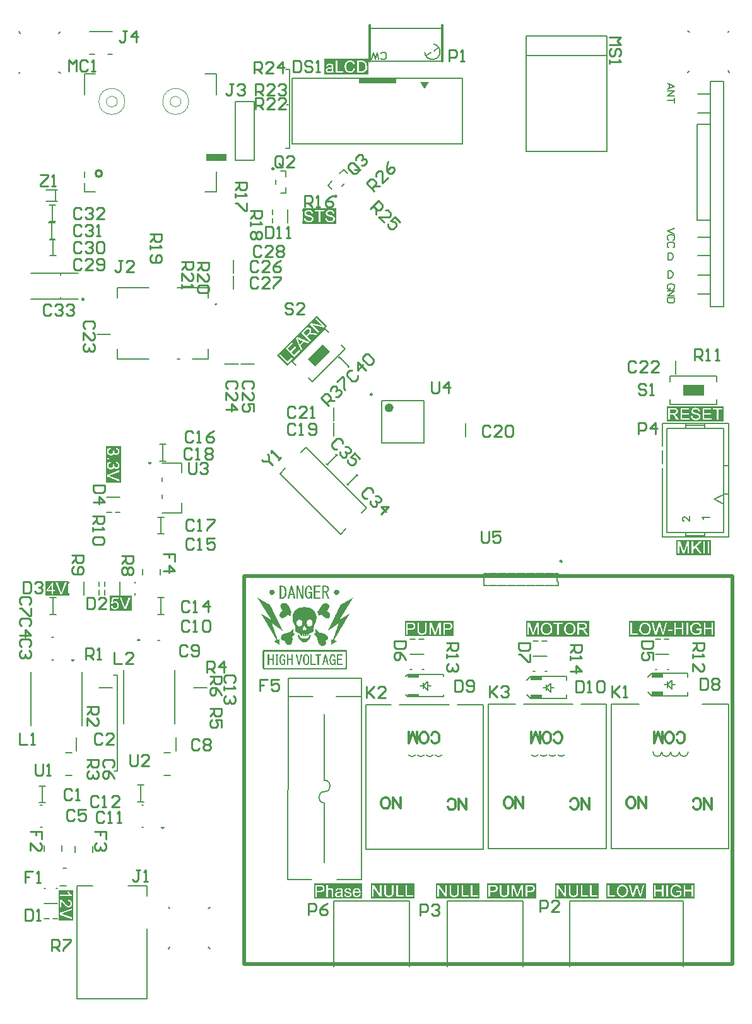
<source format=gbr>
G04*
G04 #@! TF.GenerationSoftware,Altium Limited,Altium Designer,24.2.2 (26)*
G04*
G04 Layer_Color=65535*
%FSLAX44Y44*%
%MOMM*%
G71*
G04*
G04 #@! TF.SameCoordinates,B60BE1A1-B81C-4E43-A62B-C970C25FC29D*
G04*
G04*
G04 #@! TF.FilePolarity,Positive*
G04*
G01*
G75*
%ADD10C,0.3000*%
%ADD11C,0.1000*%
%ADD12C,0.2000*%
%ADD13C,0.2500*%
%ADD14C,0.6000*%
%ADD15C,0.1270*%
%ADD16C,0.2032*%
%ADD17C,0.1500*%
%ADD18C,0.1778*%
%ADD19C,0.5000*%
%ADD20C,0.2540*%
%ADD21R,1.4999X0.6000*%
%ADD22R,1.4999X0.6000*%
G36*
X588880Y1447199D02*
X538880D01*
Y1453699D01*
X588880D01*
Y1447199D01*
D02*
G37*
G36*
X627380Y1439699D02*
X621130Y1448449D01*
X633630D01*
X627380Y1439699D01*
D02*
G37*
G36*
X361188Y1343006D02*
X334010D01*
Y1351974D01*
X361188D01*
Y1343006D01*
D02*
G37*
G36*
X499991Y1086991D02*
X480191Y1067192D01*
X470292Y1077092D01*
X490091Y1096890D01*
X499991Y1086991D01*
D02*
G37*
G36*
X1002058Y1028050D02*
X974058D01*
Y1042050D01*
X1002058D01*
Y1028050D01*
D02*
G37*
G36*
X473070Y772618D02*
X473847D01*
Y772359D01*
X474106D01*
Y772100D01*
X474624D01*
Y771841D01*
X474883D01*
Y771582D01*
X475141D01*
Y771065D01*
X475400D01*
Y770547D01*
X475659D01*
Y770029D01*
X475918D01*
Y768735D01*
X476177D01*
Y767440D01*
X474106D01*
Y769252D01*
X473847D01*
Y770029D01*
X473588D01*
Y770547D01*
X473329D01*
Y770806D01*
X472811D01*
Y771065D01*
X472035D01*
Y771323D01*
X471776D01*
Y771065D01*
X470999D01*
Y770806D01*
X470740D01*
Y770547D01*
X470481D01*
Y770288D01*
X470223D01*
Y769770D01*
X469964D01*
Y769252D01*
X469705D01*
Y768735D01*
X469446D01*
Y767958D01*
X469187D01*
Y766923D01*
X468928D01*
Y764334D01*
X468669D01*
Y764075D01*
X468928D01*
Y760709D01*
X469187D01*
Y759674D01*
X469446D01*
Y758897D01*
X469705D01*
Y758380D01*
X469964D01*
Y758121D01*
X470223D01*
Y757862D01*
X470481D01*
Y757603D01*
X470740D01*
Y757344D01*
X472552D01*
Y757603D01*
X473070D01*
Y757862D01*
X473329D01*
Y758121D01*
X473588D01*
Y758638D01*
X473847D01*
Y759156D01*
X474106D01*
Y760192D01*
X474365D01*
Y763298D01*
X471517D01*
Y764852D01*
X476177D01*
Y756309D01*
Y756050D01*
Y755532D01*
X474624D01*
Y756050D01*
X474365D01*
Y756826D01*
X474106D01*
Y756567D01*
X473847D01*
Y756309D01*
X473588D01*
Y756050D01*
X473070D01*
Y755791D01*
X472552D01*
Y755532D01*
X470223D01*
Y755791D01*
X469446D01*
Y756050D01*
X469187D01*
Y756309D01*
X468928D01*
Y756567D01*
X468669D01*
Y756826D01*
X468410D01*
Y757085D01*
X468152D01*
Y757603D01*
X467893D01*
Y758121D01*
X467634D01*
Y758638D01*
X467375D01*
Y759415D01*
X467116D01*
Y760451D01*
X466857D01*
Y763557D01*
X466598D01*
Y764334D01*
X466857D01*
Y767181D01*
X467116D01*
Y768217D01*
X467375D01*
Y769252D01*
X467634D01*
Y769770D01*
X467893D01*
Y770288D01*
X468152D01*
Y770806D01*
X468410D01*
Y771065D01*
X468669D01*
Y771323D01*
X468928D01*
Y771582D01*
X469187D01*
Y771841D01*
X469446D01*
Y772100D01*
X469705D01*
Y772359D01*
X470223D01*
Y772618D01*
X470999D01*
Y772877D01*
X473070D01*
Y772618D01*
D02*
G37*
G36*
X511384Y766923D02*
X511643D01*
Y766405D01*
X511902D01*
Y765887D01*
X512161D01*
Y765628D01*
X512420D01*
Y765110D01*
X512679D01*
Y764593D01*
X512938D01*
Y764334D01*
X513196D01*
Y764075D01*
X512938D01*
Y763557D01*
X512679D01*
Y763298D01*
X512420D01*
Y762781D01*
X512161D01*
Y762263D01*
X511902D01*
Y761745D01*
X511643D01*
Y761486D01*
X511384D01*
Y760968D01*
X511125D01*
Y760709D01*
X507242D01*
Y761227D01*
X506983D01*
Y761486D01*
X506725D01*
Y762004D01*
X506466D01*
Y762522D01*
X506207D01*
Y763039D01*
X505948D01*
Y763298D01*
X505689D01*
Y763816D01*
X505430D01*
Y764593D01*
X505689D01*
Y764852D01*
X505948D01*
Y765369D01*
X506207D01*
Y765887D01*
X506466D01*
Y766146D01*
X506725D01*
Y766664D01*
X506983D01*
Y767181D01*
X507242D01*
Y767440D01*
X511384D01*
Y766923D01*
D02*
G37*
G36*
X424660D02*
X424919D01*
Y766405D01*
X425178D01*
Y765887D01*
X425437D01*
Y765628D01*
X425696D01*
Y765110D01*
X425955D01*
Y764593D01*
X426213D01*
Y764334D01*
X426472D01*
Y764075D01*
X426213D01*
Y763557D01*
X425955D01*
Y763298D01*
X425696D01*
Y762781D01*
X425437D01*
Y762263D01*
X425178D01*
Y761745D01*
X424919D01*
Y761486D01*
X424660D01*
Y760968D01*
X424401D01*
Y760709D01*
X420518D01*
Y761227D01*
X420259D01*
Y761486D01*
X420000D01*
Y762004D01*
X419742D01*
Y762522D01*
X419482D01*
Y763039D01*
X419224D01*
Y763298D01*
X418965D01*
Y763816D01*
X418706D01*
Y764593D01*
X418965D01*
Y764852D01*
X419224D01*
Y765369D01*
X419482D01*
Y765628D01*
Y765887D01*
X419742D01*
Y766405D01*
X420000D01*
Y766664D01*
X420259D01*
Y767181D01*
X420518D01*
Y767440D01*
X424660D01*
Y766923D01*
D02*
G37*
G36*
X464786Y755532D02*
X462197D01*
Y755791D01*
X461939D01*
Y756567D01*
X461680D01*
Y757085D01*
X461421D01*
Y757862D01*
X461162D01*
Y758638D01*
X460903D01*
Y759415D01*
X460644D01*
Y760192D01*
X460385D01*
Y760968D01*
X460126D01*
Y761486D01*
X459868D01*
Y762263D01*
X459609D01*
Y763039D01*
X459350D01*
Y763816D01*
X459091D01*
Y764593D01*
X458832D01*
Y764852D01*
Y765110D01*
X458573D01*
Y765887D01*
X458314D01*
Y766664D01*
X458055D01*
Y767440D01*
X457797D01*
Y768217D01*
X457538D01*
Y755532D01*
X455467D01*
Y772877D01*
X458055D01*
Y772100D01*
X458314D01*
Y771323D01*
X458573D01*
Y770547D01*
X458832D01*
Y770029D01*
X459091D01*
Y769252D01*
X459350D01*
Y768476D01*
X459609D01*
Y767699D01*
X459868D01*
Y766923D01*
X460126D01*
Y766405D01*
X460385D01*
Y765628D01*
X460644D01*
Y764852D01*
X460903D01*
Y764075D01*
X461162D01*
Y763298D01*
X461421D01*
Y762781D01*
X461680D01*
Y762004D01*
X461939D01*
Y761227D01*
X462197D01*
Y760451D01*
X462456D01*
Y760192D01*
X462715D01*
Y772877D01*
X464786D01*
Y755532D01*
D02*
G37*
G36*
X495593Y772618D02*
X496369D01*
Y772359D01*
X496887D01*
Y772100D01*
X497405D01*
Y771841D01*
X497664D01*
Y771582D01*
X497923D01*
Y771323D01*
X498181D01*
Y771065D01*
X498440D01*
Y770547D01*
X498699D01*
Y770029D01*
X498958D01*
Y768735D01*
X499217D01*
Y767699D01*
X498958D01*
Y766405D01*
X498699D01*
Y765887D01*
X498440D01*
Y765369D01*
X498181D01*
Y765110D01*
X497923D01*
Y764852D01*
X497664D01*
Y764593D01*
X497405D01*
Y764334D01*
X497146D01*
Y764075D01*
X496628D01*
Y763816D01*
X496369D01*
Y763298D01*
X496628D01*
Y762781D01*
X496887D01*
Y762004D01*
X497146D01*
Y761486D01*
X497405D01*
Y760709D01*
X497664D01*
Y759933D01*
X497923D01*
Y759415D01*
X498181D01*
Y758638D01*
X498440D01*
Y758121D01*
X498699D01*
Y757344D01*
X498958D01*
Y756567D01*
X499217D01*
Y756050D01*
X499476D01*
Y755532D01*
X497405D01*
Y755791D01*
X497146D01*
Y756309D01*
X496887D01*
Y757085D01*
X496628D01*
Y757862D01*
X496369D01*
Y758380D01*
X496110D01*
Y759156D01*
X495852D01*
Y759933D01*
X495593D01*
Y760451D01*
X495334D01*
Y761227D01*
X495075D01*
Y762004D01*
X494816D01*
Y762522D01*
X494557D01*
Y763298D01*
X494298D01*
Y763557D01*
X491968D01*
Y755532D01*
X489897D01*
Y772618D01*
Y772877D01*
X495593D01*
Y772618D01*
D02*
G37*
G36*
X487309Y771323D02*
X480837D01*
Y771065D01*
X480578D01*
Y765628D01*
X486791D01*
Y763816D01*
X480578D01*
Y757344D01*
X480837D01*
Y757085D01*
X487826D01*
Y755532D01*
X478507D01*
Y772877D01*
X487309D01*
Y771323D01*
D02*
G37*
G36*
X449771Y771582D02*
X450030D01*
Y770547D01*
X450289D01*
Y769770D01*
X450548D01*
Y768735D01*
X450807D01*
Y767699D01*
X451066D01*
Y766664D01*
X451325D01*
Y765628D01*
X451584D01*
Y764593D01*
X451842D01*
Y764075D01*
Y763816D01*
Y763557D01*
X452101D01*
Y762522D01*
X452360D01*
Y761745D01*
X452619D01*
Y760451D01*
X452878D01*
Y759674D01*
X453137D01*
Y758638D01*
X453396D01*
Y757603D01*
X453654D01*
Y756567D01*
X453913D01*
Y755532D01*
X451842D01*
Y756309D01*
X451584D01*
Y757344D01*
X451325D01*
Y758380D01*
X451066D01*
Y759415D01*
X450807D01*
Y760451D01*
X446665D01*
Y759674D01*
X446406D01*
Y758638D01*
X446147D01*
Y757603D01*
X445888D01*
Y756567D01*
X445629D01*
Y755532D01*
X443299D01*
Y756050D01*
X443558D01*
Y756826D01*
X443817D01*
Y757862D01*
X444076D01*
Y758897D01*
X444335D01*
Y759933D01*
X444594D01*
Y760968D01*
X444853D01*
Y762004D01*
X445112D01*
Y763039D01*
X445370D01*
Y764075D01*
X445629D01*
Y764852D01*
X445888D01*
Y766146D01*
X446147D01*
Y766923D01*
X446406D01*
Y767958D01*
X446665D01*
Y768994D01*
X446924D01*
Y770029D01*
X447183D01*
Y771065D01*
X447441D01*
Y772100D01*
X447700D01*
Y772877D01*
X449771D01*
Y771582D01*
D02*
G37*
G36*
X437086Y772618D02*
X438122D01*
Y772359D01*
X438639D01*
Y772100D01*
X439157D01*
Y771841D01*
X439675D01*
Y771582D01*
X439934D01*
Y771323D01*
X440193D01*
Y771065D01*
X440452D01*
Y770547D01*
X440710D01*
Y770288D01*
X440970D01*
Y769770D01*
X441228D01*
Y768994D01*
X441487D01*
Y768476D01*
X441746D01*
Y767181D01*
X442005D01*
Y761227D01*
X441746D01*
Y759933D01*
X441487D01*
Y759156D01*
X441228D01*
Y758380D01*
X440970D01*
Y758121D01*
X440710D01*
Y757603D01*
X440452D01*
Y757344D01*
X440193D01*
Y757085D01*
X439934D01*
Y756826D01*
X439675D01*
Y756567D01*
X439157D01*
Y756309D01*
X438898D01*
Y756050D01*
X438122D01*
Y755791D01*
X437345D01*
Y755532D01*
X432685D01*
Y766405D01*
Y766664D01*
Y772877D01*
X437086D01*
Y772618D01*
D02*
G37*
G36*
X439157Y749578D02*
X440452D01*
Y749319D01*
X441228D01*
Y749060D01*
X441746D01*
Y748801D01*
X442005D01*
Y748542D01*
X442523D01*
Y748283D01*
X442782D01*
Y748024D01*
X443041D01*
Y747766D01*
X443299D01*
Y747507D01*
X443558D01*
Y747248D01*
X443817D01*
Y746989D01*
X444076D01*
Y746730D01*
X444335D01*
Y746212D01*
X444594D01*
Y745953D01*
X444853D01*
Y745436D01*
X445112D01*
Y745177D01*
X445370D01*
Y744659D01*
X445629D01*
Y744141D01*
X445888D01*
Y743624D01*
X446147D01*
Y743106D01*
X446406D01*
Y742588D01*
X446665D01*
Y741811D01*
X446924D01*
Y741294D01*
X447183D01*
Y740258D01*
X447441D01*
Y739482D01*
X447700D01*
Y738964D01*
X447959D01*
Y738705D01*
X448218D01*
Y738446D01*
X448736D01*
Y738187D01*
X448995D01*
Y737928D01*
X448736D01*
Y737669D01*
X448477D01*
Y736893D01*
X448218D01*
Y736116D01*
X447959D01*
Y735339D01*
X447700D01*
Y734304D01*
X447441D01*
Y732751D01*
X447183D01*
Y732233D01*
X446665D01*
Y732492D01*
X445888D01*
Y732751D01*
X445370D01*
Y733009D01*
X444594D01*
Y733268D01*
X443558D01*
Y733527D01*
X443041D01*
Y733268D01*
X442782D01*
Y733009D01*
X442523D01*
Y732751D01*
X442264D01*
Y732492D01*
X442005D01*
Y732233D01*
X441746D01*
Y731974D01*
X441228D01*
Y731715D01*
X440970D01*
Y731456D01*
X440710D01*
Y731197D01*
X440193D01*
Y730938D01*
X439934D01*
Y730680D01*
X439675D01*
Y730421D01*
X439157D01*
Y730162D01*
X438639D01*
Y729903D01*
X438122D01*
Y729644D01*
X437345D01*
Y729385D01*
X435015D01*
Y729644D01*
X434497D01*
Y729903D01*
X434239D01*
Y730162D01*
X433980D01*
Y730421D01*
X433721D01*
Y730680D01*
X433462D01*
Y731197D01*
X433203D01*
Y731715D01*
X432944D01*
Y732751D01*
X432685D01*
Y734563D01*
X432944D01*
Y735339D01*
X433203D01*
Y735857D01*
X433462D01*
Y736375D01*
X433721D01*
Y736634D01*
X433980D01*
Y737152D01*
X434239D01*
Y737411D01*
X434756D01*
Y737669D01*
X435015D01*
Y737928D01*
X435274D01*
Y738187D01*
X435533D01*
Y738446D01*
X435792D01*
Y738705D01*
X436310D01*
Y738964D01*
X436827D01*
Y739223D01*
X437086D01*
Y739482D01*
X436827D01*
Y739740D01*
X436568D01*
Y739999D01*
X436310D01*
Y740517D01*
X436051D01*
Y740776D01*
X435792D01*
Y741035D01*
X435533D01*
Y741553D01*
X435274D01*
Y741811D01*
X435015D01*
Y742329D01*
X434756D01*
Y742847D01*
X434497D01*
Y743365D01*
X434239D01*
Y744141D01*
X433980D01*
Y745177D01*
X433721D01*
Y746471D01*
X433980D01*
Y747248D01*
X434239D01*
Y747766D01*
X434497D01*
Y748024D01*
X434756D01*
Y748283D01*
X435015D01*
Y748542D01*
X435533D01*
Y748801D01*
X435792D01*
Y749060D01*
X436310D01*
Y749319D01*
X437086D01*
Y749578D01*
X438381D01*
Y749837D01*
X439157D01*
Y749578D01*
D02*
G37*
G36*
X495075Y749060D02*
X496110D01*
Y748801D01*
X496887D01*
Y748542D01*
X497405D01*
Y748283D01*
X497923D01*
Y748024D01*
X498181D01*
Y747766D01*
X498440D01*
Y747507D01*
X498699D01*
Y747248D01*
X498958D01*
Y746989D01*
X499217D01*
Y746212D01*
X499476D01*
Y744400D01*
X499217D01*
Y743365D01*
X498958D01*
Y742847D01*
X498699D01*
Y742329D01*
X498440D01*
Y741811D01*
X498181D01*
Y741294D01*
X497923D01*
Y741035D01*
X497664D01*
Y740517D01*
X497405D01*
Y740258D01*
X497146D01*
Y739740D01*
X496887D01*
Y739482D01*
X496628D01*
Y739223D01*
X496369D01*
Y738705D01*
X496628D01*
Y738446D01*
X497146D01*
Y738187D01*
X497405D01*
Y737928D01*
X497664D01*
Y737669D01*
X498181D01*
Y737411D01*
X498440D01*
Y737152D01*
X498699D01*
Y736893D01*
X498958D01*
Y736634D01*
X499217D01*
Y736375D01*
X499476D01*
Y735857D01*
X499735D01*
Y735598D01*
X499994D01*
Y735080D01*
X500252D01*
Y734304D01*
X500511D01*
Y731974D01*
X500252D01*
Y731197D01*
X499994D01*
Y730421D01*
X499735D01*
Y730162D01*
X499476D01*
Y729644D01*
X499217D01*
Y729385D01*
X498699D01*
Y729126D01*
X498181D01*
Y728867D01*
X496110D01*
Y729126D01*
X495334D01*
Y729385D01*
X494557D01*
Y729644D01*
X494298D01*
Y729903D01*
X493781D01*
Y730162D01*
X493263D01*
Y730421D01*
X493004D01*
Y730680D01*
X492745D01*
Y730938D01*
X492227D01*
Y731197D01*
X491968D01*
Y731456D01*
X491710D01*
Y731715D01*
X491451D01*
Y731974D01*
X490933D01*
Y732233D01*
X490674D01*
Y732492D01*
X490415D01*
Y732751D01*
X490156D01*
Y733009D01*
X489897D01*
Y733268D01*
X489638D01*
Y733527D01*
X489380D01*
Y733786D01*
X488862D01*
Y733527D01*
X487826D01*
Y733268D01*
X487050D01*
Y733009D01*
X486273D01*
Y732751D01*
X485755D01*
Y732492D01*
X484720D01*
Y734304D01*
X484461D01*
Y735339D01*
X484202D01*
Y736116D01*
X483943D01*
Y736893D01*
X483684D01*
Y737411D01*
X483425D01*
Y738187D01*
X483684D01*
Y738446D01*
X483943D01*
Y738705D01*
X484461D01*
Y738964D01*
X484720D01*
Y739482D01*
X484979D01*
Y739740D01*
X485238D01*
Y740258D01*
X485496D01*
Y740517D01*
X485755D01*
Y740776D01*
X486014D01*
Y741294D01*
X486273D01*
Y741553D01*
X486532D01*
Y741811D01*
X486791D01*
Y742329D01*
X487050D01*
Y743106D01*
X487309D01*
Y743624D01*
X487567D01*
Y743882D01*
X487826D01*
Y744400D01*
X488085D01*
Y744918D01*
X488344D01*
Y745177D01*
X488603D01*
Y745695D01*
X488862D01*
Y745953D01*
X489121D01*
Y746471D01*
X489380D01*
Y746730D01*
X489638D01*
Y746989D01*
X489897D01*
Y747248D01*
X490156D01*
Y747507D01*
X490415D01*
Y747766D01*
X490674D01*
Y748024D01*
X491192D01*
Y748283D01*
X491451D01*
Y748542D01*
X491968D01*
Y748801D01*
X492745D01*
Y749060D01*
X493781D01*
Y749319D01*
X495075D01*
Y749060D01*
D02*
G37*
G36*
X403432Y756567D02*
X403950D01*
Y756309D01*
X404468D01*
Y756050D01*
X404726D01*
Y755791D01*
X405244D01*
Y755532D01*
X405762D01*
Y755273D01*
X406021D01*
Y755014D01*
X406539D01*
Y754755D01*
X407056D01*
Y754496D01*
X407574D01*
Y754238D01*
X407833D01*
Y753979D01*
X408351D01*
Y753720D01*
X408868D01*
Y753461D01*
X409128D01*
Y753202D01*
X409645D01*
Y752943D01*
X410163D01*
Y752684D01*
X410681D01*
Y752425D01*
X410940D01*
Y752167D01*
X411457D01*
Y751908D01*
X411975D01*
Y751649D01*
X412493D01*
Y751390D01*
X412752D01*
Y751131D01*
X413270D01*
Y750872D01*
X413787D01*
Y750613D01*
X414046D01*
Y750354D01*
X414564D01*
Y750096D01*
X415082D01*
Y749837D01*
X415599D01*
Y749578D01*
X415858D01*
Y749319D01*
X416376D01*
Y749060D01*
X416894D01*
Y748801D01*
X417153D01*
Y748542D01*
X417670D01*
Y748283D01*
X418188D01*
Y748024D01*
X418706D01*
Y747766D01*
X418965D01*
Y747507D01*
X419482D01*
Y747248D01*
X420000D01*
Y746730D01*
X420259D01*
Y746212D01*
X420518D01*
Y745695D01*
X420777D01*
Y745177D01*
X421036D01*
Y744659D01*
X421295D01*
Y744141D01*
X421554D01*
Y743624D01*
X421812D01*
Y743106D01*
X422071D01*
Y742588D01*
X422330D01*
Y741811D01*
X422589D01*
Y741553D01*
X422848D01*
Y741035D01*
X423107D01*
Y740258D01*
X423366D01*
Y739999D01*
X423625D01*
Y739223D01*
X423884D01*
Y738705D01*
X424142D01*
Y738187D01*
X424401D01*
Y737669D01*
X424660D01*
Y737152D01*
X424919D01*
Y736634D01*
X425178D01*
Y736116D01*
X425437D01*
Y735598D01*
X425696D01*
Y735080D01*
X425955D01*
Y734563D01*
X426213D01*
Y734045D01*
X426472D01*
Y733527D01*
X426731D01*
Y733009D01*
X426990D01*
Y732492D01*
X427249D01*
Y731974D01*
X427508D01*
Y731456D01*
X427767D01*
Y730938D01*
X428026D01*
Y730421D01*
X428284D01*
Y729903D01*
X428543D01*
Y729385D01*
X428802D01*
Y728867D01*
X429061D01*
Y728350D01*
X429320D01*
Y727832D01*
X429579D01*
Y727314D01*
X429838D01*
Y726537D01*
X430097D01*
Y726279D01*
X430355D01*
Y725502D01*
X430614D01*
Y724984D01*
X430873D01*
Y724466D01*
X431132D01*
Y723949D01*
X431391D01*
Y723431D01*
X431650D01*
Y722913D01*
X431909D01*
Y722395D01*
X432168D01*
Y721878D01*
X432426D01*
Y721360D01*
X432685D01*
Y720842D01*
X432944D01*
Y720324D01*
X433203D01*
Y719807D01*
X433462D01*
Y719289D01*
X433721D01*
Y718771D01*
X433980D01*
Y718253D01*
X434239D01*
Y717736D01*
X434497D01*
Y717218D01*
X434756D01*
Y716700D01*
X435015D01*
Y716182D01*
X435274D01*
Y715665D01*
X435533D01*
Y715147D01*
X435792D01*
Y714629D01*
X436051D01*
Y714111D01*
X436310D01*
Y713594D01*
X436568D01*
Y713076D01*
X436827D01*
Y712558D01*
X437086D01*
Y712040D01*
X436827D01*
Y712299D01*
X436568D01*
Y712558D01*
X436310D01*
Y712817D01*
X435792D01*
Y713076D01*
X435533D01*
Y713335D01*
X435015D01*
Y713594D01*
X434756D01*
Y713852D01*
X434497D01*
Y714111D01*
X433980D01*
Y714370D01*
X433721D01*
Y714629D01*
X433203D01*
Y714888D01*
X432944D01*
Y715147D01*
X432685D01*
Y715406D01*
X432168D01*
Y715665D01*
X431909D01*
Y715924D01*
X431391D01*
Y716182D01*
X431132D01*
Y716441D01*
X430873D01*
Y716700D01*
X430355D01*
Y716959D01*
X430097D01*
Y717218D01*
X429838D01*
Y717477D01*
X429320D01*
Y717736D01*
X429061D01*
Y717995D01*
X428543D01*
Y718253D01*
X428284D01*
Y718512D01*
X428026D01*
Y718771D01*
X427508D01*
Y719030D01*
X427249D01*
Y719289D01*
X426731D01*
Y719548D01*
X426472D01*
Y719807D01*
X426213D01*
Y720066D01*
X425696D01*
Y720324D01*
X425437D01*
Y720583D01*
X424919D01*
Y720842D01*
X424660D01*
Y721101D01*
X424401D01*
Y721360D01*
X423884D01*
Y721619D01*
X423625D01*
Y721878D01*
X423107D01*
Y722137D01*
X422848D01*
Y722395D01*
X422330D01*
Y722137D01*
X422589D01*
Y721360D01*
X422848D01*
Y720583D01*
X423107D01*
Y719807D01*
X423366D01*
Y719289D01*
X423625D01*
Y718512D01*
X423884D01*
Y717736D01*
X424142D01*
Y716959D01*
X424401D01*
Y716182D01*
X424660D01*
Y715406D01*
X424919D01*
Y714629D01*
X425178D01*
Y713852D01*
X425437D01*
Y713335D01*
X425696D01*
Y712299D01*
X425955D01*
Y711781D01*
X426213D01*
Y711005D01*
X426472D01*
Y710228D01*
X426731D01*
Y709452D01*
X426990D01*
Y708675D01*
X427249D01*
Y707898D01*
X427508D01*
Y707381D01*
X427767D01*
Y706345D01*
X428026D01*
Y705827D01*
X428284D01*
Y705051D01*
X428543D01*
Y704274D01*
X428802D01*
Y703497D01*
X429061D01*
Y702721D01*
X429320D01*
Y701944D01*
X429579D01*
Y701168D01*
X429838D01*
Y700391D01*
X430097D01*
Y700132D01*
X430355D01*
Y700391D01*
X431132D01*
Y700650D01*
X431909D01*
Y700909D01*
X432685D01*
Y698320D01*
X432426D01*
Y693660D01*
X432168D01*
Y693919D01*
X431650D01*
Y694178D01*
X431391D01*
Y694437D01*
X430873D01*
Y694696D01*
X430614D01*
Y694954D01*
X430097D01*
Y695213D01*
X429579D01*
Y695472D01*
X429320D01*
Y695731D01*
X428802D01*
Y695990D01*
X428543D01*
Y696249D01*
X428026D01*
Y696508D01*
X427767D01*
Y696767D01*
X427249D01*
Y697025D01*
X426990D01*
Y697284D01*
X426472D01*
Y697543D01*
X426213D01*
Y697802D01*
X425696D01*
Y698061D01*
X425437D01*
Y698320D01*
X425178D01*
Y698579D01*
X425696D01*
Y698838D01*
X426731D01*
Y699097D01*
X427508D01*
Y699355D01*
X428026D01*
Y699614D01*
X428802D01*
Y699873D01*
X428543D01*
Y700391D01*
X428284D01*
Y700909D01*
X428026D01*
Y701426D01*
X427767D01*
Y701685D01*
X427508D01*
Y702203D01*
X427249D01*
Y702721D01*
X426990D01*
Y702980D01*
X426731D01*
Y703497D01*
X426472D01*
Y704015D01*
X426213D01*
Y704274D01*
X425955D01*
Y704792D01*
X425696D01*
Y705310D01*
X425437D01*
Y705827D01*
X425178D01*
Y706086D01*
X424919D01*
Y706604D01*
X424660D01*
Y707122D01*
X424401D01*
Y707381D01*
X424142D01*
Y707898D01*
X423884D01*
Y708416D01*
X423625D01*
Y708675D01*
X423366D01*
Y709193D01*
X423107D01*
Y709710D01*
X422848D01*
Y709969D01*
X422589D01*
Y710487D01*
X422330D01*
Y711005D01*
X422071D01*
Y711264D01*
X421812D01*
Y711781D01*
X421554D01*
Y712299D01*
X421295D01*
Y712817D01*
X421036D01*
Y713076D01*
X420777D01*
Y713594D01*
X420518D01*
Y714111D01*
X420259D01*
Y714370D01*
X420000D01*
Y714888D01*
X419742D01*
Y715406D01*
X419482D01*
Y715665D01*
X419224D01*
Y716182D01*
X418965D01*
Y716700D01*
X418706D01*
Y717218D01*
X418447D01*
Y717477D01*
X418188D01*
Y717995D01*
X417929D01*
Y718512D01*
X417670D01*
Y718771D01*
X417411D01*
Y719289D01*
X417153D01*
Y719807D01*
X416894D01*
Y720066D01*
X416635D01*
Y720583D01*
X416376D01*
Y721101D01*
X416117D01*
Y721360D01*
X415858D01*
Y721878D01*
X415599D01*
Y722395D01*
X415340D01*
Y722913D01*
X415082D01*
Y723172D01*
X414823D01*
Y723690D01*
X414564D01*
Y724208D01*
X414305D01*
Y724466D01*
X414046D01*
Y724984D01*
X413787D01*
Y725502D01*
X413528D01*
Y725761D01*
X413270D01*
Y726279D01*
X413011D01*
Y726796D01*
X412752D01*
Y727055D01*
X412493D01*
Y727573D01*
X412234D01*
Y728091D01*
X411975D01*
Y728609D01*
X411716D01*
Y728867D01*
X411457D01*
Y729385D01*
X411199D01*
Y729903D01*
X410940D01*
Y730162D01*
X410681D01*
Y730680D01*
X410422D01*
Y731197D01*
X410163D01*
Y731456D01*
X409904D01*
Y731974D01*
X409645D01*
Y732492D01*
X409386D01*
Y732751D01*
X409128D01*
Y733268D01*
X408868D01*
Y733786D01*
X408610D01*
Y734304D01*
X408351D01*
Y734563D01*
X408092D01*
Y735080D01*
X408351D01*
Y734822D01*
X408868D01*
Y734563D01*
X409128D01*
Y734304D01*
X409645D01*
Y734045D01*
X410163D01*
Y733786D01*
X410681D01*
Y733527D01*
X410940D01*
Y733268D01*
X411457D01*
Y733009D01*
X411975D01*
Y732751D01*
X412234D01*
Y732492D01*
X412752D01*
Y732233D01*
X413270D01*
Y731974D01*
X413528D01*
Y731715D01*
X414305D01*
Y731456D01*
X414564D01*
Y731197D01*
X415082D01*
Y730938D01*
X415599D01*
Y730680D01*
X415858D01*
Y730421D01*
X416376D01*
Y730162D01*
X416894D01*
Y729903D01*
X417153D01*
Y729644D01*
X417670D01*
Y729385D01*
X418188D01*
Y729126D01*
X418706D01*
Y728867D01*
X418965D01*
Y728609D01*
X419482D01*
Y728350D01*
X420000D01*
Y728091D01*
X420259D01*
Y727832D01*
X420777D01*
Y728350D01*
X420518D01*
Y728867D01*
X420259D01*
Y729126D01*
X420000D01*
Y729644D01*
X419742D01*
Y730162D01*
X419482D01*
Y730421D01*
X419224D01*
Y730938D01*
X418965D01*
Y731197D01*
X418706D01*
Y731715D01*
X418447D01*
Y732233D01*
X418188D01*
Y732492D01*
X417929D01*
Y733009D01*
X417670D01*
Y733268D01*
X417411D01*
Y733786D01*
X417153D01*
Y734304D01*
X416894D01*
Y734563D01*
X416635D01*
Y735080D01*
X416376D01*
Y735598D01*
X416117D01*
Y735857D01*
X415858D01*
Y736375D01*
X415599D01*
Y736634D01*
X415340D01*
Y737152D01*
X415082D01*
Y737669D01*
X414823D01*
Y737928D01*
X414564D01*
Y738446D01*
X414305D01*
Y738964D01*
X414046D01*
Y739223D01*
X413787D01*
Y739740D01*
X413528D01*
Y739999D01*
X413270D01*
Y740517D01*
X413011D01*
Y741035D01*
X412752D01*
Y741294D01*
X412493D01*
Y741811D01*
X412234D01*
Y742070D01*
X411975D01*
Y742588D01*
X411716D01*
Y743106D01*
X411457D01*
Y743365D01*
X411199D01*
Y743882D01*
X410940D01*
Y744141D01*
X410681D01*
Y744659D01*
X410422D01*
Y745177D01*
X410163D01*
Y745436D01*
X409904D01*
Y745953D01*
X409645D01*
Y746471D01*
X409386D01*
Y746730D01*
X409128D01*
Y747248D01*
X408868D01*
Y747507D01*
X408610D01*
Y748024D01*
X408351D01*
Y748542D01*
X408092D01*
Y748801D01*
X407833D01*
Y749319D01*
X407574D01*
Y749837D01*
X407315D01*
Y750096D01*
X407056D01*
Y750613D01*
X406798D01*
Y750872D01*
X406539D01*
Y751390D01*
X406280D01*
Y751908D01*
X406021D01*
Y752167D01*
X405762D01*
Y752684D01*
X405503D01*
Y752943D01*
X405244D01*
Y753461D01*
X404985D01*
Y753979D01*
X404726D01*
Y754238D01*
X404468D01*
Y754755D01*
X404209D01*
Y755273D01*
X403950D01*
Y755532D01*
X403691D01*
Y756050D01*
X403432D01*
Y756309D01*
X403173D01*
Y756826D01*
X403432D01*
Y756567D01*
D02*
G37*
G36*
X467893Y743882D02*
X470223D01*
Y743624D01*
X471258D01*
Y743365D01*
X472294D01*
Y743106D01*
X473070D01*
Y742847D01*
X473588D01*
Y742588D01*
X474365D01*
Y742329D01*
X474883D01*
Y742070D01*
X475400D01*
Y741811D01*
X475659D01*
Y741553D01*
X476177D01*
Y741294D01*
X476436D01*
Y741035D01*
X476954D01*
Y740776D01*
X477212D01*
Y740517D01*
X477471D01*
Y740258D01*
X477989D01*
Y739999D01*
X478248D01*
Y739740D01*
X478507D01*
Y739482D01*
X478766D01*
Y739223D01*
X479025D01*
Y738964D01*
X479283D01*
Y738446D01*
X479542D01*
Y738187D01*
X479801D01*
Y737928D01*
X480060D01*
Y737411D01*
X480319D01*
Y736893D01*
X480578D01*
Y736375D01*
X480837D01*
Y735857D01*
X481096D01*
Y735339D01*
X481354D01*
Y734563D01*
X481613D01*
Y733786D01*
X481872D01*
Y732233D01*
X482131D01*
Y728350D01*
X481872D01*
Y726537D01*
X481613D01*
Y725502D01*
X481354D01*
Y724466D01*
X481096D01*
Y723949D01*
X480837D01*
Y723172D01*
X480578D01*
Y722395D01*
X480319D01*
Y721878D01*
X480060D01*
Y721360D01*
X479801D01*
Y720842D01*
X479542D01*
Y720324D01*
X479283D01*
Y719807D01*
X479025D01*
Y719289D01*
X478766D01*
Y717477D01*
X478507D01*
Y714111D01*
X478248D01*
Y711264D01*
X477989D01*
Y711005D01*
X477730D01*
Y710746D01*
X477212D01*
Y710487D01*
X476695D01*
Y710228D01*
X475918D01*
Y709969D01*
X475659D01*
Y709710D01*
X474883D01*
Y709452D01*
X474365D01*
Y709193D01*
X473847D01*
Y708934D01*
X473329D01*
Y708675D01*
X472811D01*
Y708416D01*
X472294D01*
Y708157D01*
X471776D01*
Y707898D01*
X471517D01*
Y707122D01*
X471258D01*
Y706345D01*
X470999D01*
Y705827D01*
X470740D01*
Y705568D01*
X469705D01*
Y706604D01*
X469446D01*
Y707898D01*
X468669D01*
Y706604D01*
X468928D01*
Y705310D01*
X468410D01*
Y705051D01*
X466857D01*
Y705827D01*
X466598D01*
Y707898D01*
X465822D01*
Y706086D01*
X466081D01*
Y705051D01*
X464010D01*
Y705310D01*
X463751D01*
Y706604D01*
X463492D01*
Y707898D01*
X462715D01*
Y706863D01*
X462974D01*
Y705310D01*
X462456D01*
Y705568D01*
X461421D01*
Y705827D01*
X461162D01*
Y706604D01*
X460903D01*
Y707122D01*
X460644D01*
Y707898D01*
X460385D01*
Y708157D01*
X459868D01*
Y708416D01*
X459350D01*
Y708675D01*
X458832D01*
Y708934D01*
X458314D01*
Y709193D01*
X457797D01*
Y709452D01*
X457279D01*
Y709710D01*
X456502D01*
Y709969D01*
X455984D01*
Y710228D01*
X455467D01*
Y710487D01*
X454949D01*
Y710746D01*
X454431D01*
Y711005D01*
X453913D01*
Y713852D01*
X453654D01*
Y716959D01*
X453396D01*
Y719030D01*
X453137D01*
Y719807D01*
X452878D01*
Y720324D01*
X452619D01*
Y720842D01*
X452360D01*
Y721360D01*
X452101D01*
Y721619D01*
X451842D01*
Y722137D01*
X451584D01*
Y722654D01*
X451325D01*
Y723172D01*
X451066D01*
Y723690D01*
X450807D01*
Y724466D01*
X450548D01*
Y725761D01*
X450289D01*
Y727314D01*
X450030D01*
Y732492D01*
X450289D01*
Y733786D01*
X450548D01*
Y734822D01*
X450807D01*
Y735339D01*
X451066D01*
Y736116D01*
X451325D01*
Y736634D01*
X451584D01*
Y736893D01*
X451842D01*
Y737411D01*
X452101D01*
Y737928D01*
X452360D01*
Y738187D01*
X452619D01*
Y738446D01*
X452878D01*
Y738705D01*
X453137D01*
Y739223D01*
X453396D01*
Y739482D01*
X453654D01*
Y739740D01*
X453913D01*
Y739999D01*
X454172D01*
Y740258D01*
X454690D01*
Y740517D01*
X454949D01*
Y740776D01*
X455208D01*
Y741035D01*
X455467D01*
Y741294D01*
X455984D01*
Y741553D01*
X456243D01*
Y741811D01*
X456761D01*
Y742070D01*
X457279D01*
Y742329D01*
X457797D01*
Y742588D01*
X458573D01*
Y742847D01*
X459091D01*
Y743106D01*
X459868D01*
Y743365D01*
X460903D01*
Y743624D01*
X461939D01*
Y743882D01*
X464010D01*
Y744141D01*
X467893D01*
Y743882D01*
D02*
G37*
G36*
X473847Y706604D02*
X474624D01*
Y705568D01*
X474365D01*
Y704533D01*
X474106D01*
Y703497D01*
X473847D01*
Y702462D01*
X473588D01*
Y701944D01*
X473329D01*
Y701685D01*
X473070D01*
Y701426D01*
X472811D01*
Y701168D01*
X472552D01*
Y700909D01*
X472294D01*
Y700650D01*
X472035D01*
Y700391D01*
X471517D01*
Y700132D01*
X471258D01*
Y699873D01*
X470999D01*
Y699614D01*
X470740D01*
Y699097D01*
X470481D01*
Y698838D01*
X470223D01*
Y698579D01*
X469964D01*
Y698061D01*
X469705D01*
Y697802D01*
X469187D01*
Y697543D01*
X468928D01*
Y697284D01*
X468410D01*
Y697025D01*
X467634D01*
Y696767D01*
X464527D01*
Y697025D01*
X463492D01*
Y697284D01*
X463233D01*
Y697543D01*
X462715D01*
Y697802D01*
X462456D01*
Y698061D01*
X462197D01*
Y698320D01*
X461939D01*
Y698579D01*
X461680D01*
Y698838D01*
X461421D01*
Y699355D01*
X461162D01*
Y699614D01*
X460903D01*
Y699873D01*
X460644D01*
Y700132D01*
X460385D01*
Y700391D01*
X460126D01*
Y700650D01*
X459868D01*
Y700909D01*
X459350D01*
Y701168D01*
X459091D01*
Y701426D01*
X458832D01*
Y701685D01*
X458573D01*
Y701944D01*
X458314D01*
Y702721D01*
X458055D01*
Y703756D01*
X457797D01*
Y704792D01*
X457538D01*
Y705827D01*
X457279D01*
Y706604D01*
X458055D01*
Y706863D01*
X459091D01*
Y706086D01*
X459350D01*
Y705568D01*
X459609D01*
Y705051D01*
X459868D01*
Y704533D01*
X460126D01*
Y704015D01*
X460385D01*
Y703756D01*
X460644D01*
Y703497D01*
X460903D01*
Y703239D01*
X461162D01*
Y702980D01*
X461421D01*
Y702721D01*
X461680D01*
Y702462D01*
X462456D01*
Y702203D01*
X463492D01*
Y701944D01*
X468410D01*
Y702203D01*
X469705D01*
Y702462D01*
X470223D01*
Y702721D01*
X470740D01*
Y702980D01*
X470999D01*
Y703239D01*
X471258D01*
Y703497D01*
X471517D01*
Y704015D01*
X471776D01*
Y704274D01*
X472035D01*
Y704792D01*
X472294D01*
Y705310D01*
X472552D01*
Y706086D01*
X472811D01*
Y706604D01*
X473070D01*
Y706863D01*
X473847D01*
Y706604D01*
D02*
G37*
G36*
X531318Y756309D02*
X531059D01*
Y756050D01*
X530800D01*
Y755532D01*
X530541D01*
Y755273D01*
X530282D01*
Y754755D01*
X530023D01*
Y754238D01*
X529765D01*
Y753979D01*
X529506D01*
Y753461D01*
X529247D01*
Y752943D01*
X528988D01*
Y752684D01*
X528729D01*
Y752167D01*
X528470D01*
Y751908D01*
X528211D01*
Y751390D01*
X527952D01*
Y750872D01*
X527694D01*
Y750613D01*
X527435D01*
Y750096D01*
X527176D01*
Y749837D01*
X526917D01*
Y749319D01*
X526658D01*
Y748801D01*
X526399D01*
Y748542D01*
X526140D01*
Y748024D01*
X525881D01*
Y747507D01*
X525623D01*
Y747248D01*
X525364D01*
Y746730D01*
X525105D01*
Y746471D01*
X524846D01*
Y745953D01*
X524587D01*
Y745436D01*
X524328D01*
Y745177D01*
X524069D01*
Y744659D01*
X523810D01*
Y744141D01*
X523551D01*
Y743882D01*
X523293D01*
Y743365D01*
X523034D01*
Y743106D01*
X522775D01*
Y742588D01*
X522516D01*
Y742070D01*
X522257D01*
Y741811D01*
X521998D01*
Y741294D01*
X521739D01*
Y741035D01*
X521480D01*
Y740517D01*
X521222D01*
Y739999D01*
X520963D01*
Y739740D01*
X520704D01*
Y739223D01*
X520445D01*
Y738705D01*
X520186D01*
Y738446D01*
X519927D01*
Y737928D01*
X519668D01*
Y737669D01*
X519409D01*
Y737152D01*
X519151D01*
Y736634D01*
X518892D01*
Y736375D01*
X518633D01*
Y735857D01*
X518374D01*
Y735598D01*
X518115D01*
Y735080D01*
X517856D01*
Y734563D01*
X517597D01*
Y734304D01*
X517338D01*
Y733786D01*
X517080D01*
Y733268D01*
X516821D01*
Y733009D01*
X516562D01*
Y732492D01*
X516303D01*
Y732233D01*
X516044D01*
Y731715D01*
X515785D01*
Y731197D01*
X515526D01*
Y730938D01*
X515267D01*
Y730421D01*
X515009D01*
Y730162D01*
X514750D01*
Y729644D01*
X514491D01*
Y729126D01*
X514232D01*
Y728867D01*
X513973D01*
Y728350D01*
X513714D01*
Y727832D01*
X514232D01*
Y728091D01*
X514491D01*
Y728350D01*
X515009D01*
Y728609D01*
X515526D01*
Y728867D01*
X515785D01*
Y729126D01*
X516303D01*
Y729385D01*
X516821D01*
Y729644D01*
X517338D01*
Y729903D01*
X517597D01*
Y730162D01*
X518115D01*
Y730421D01*
X518633D01*
Y730680D01*
X518892D01*
Y730938D01*
X519409D01*
Y731197D01*
X519927D01*
Y731456D01*
X520186D01*
Y731715D01*
X520963D01*
Y731974D01*
X521222D01*
Y732233D01*
X521739D01*
Y732492D01*
X522257D01*
Y732751D01*
X522516D01*
Y733009D01*
X523034D01*
Y733268D01*
X523551D01*
Y733527D01*
X523810D01*
Y733786D01*
X524328D01*
Y734045D01*
X524846D01*
Y734304D01*
X525364D01*
Y734563D01*
X525623D01*
Y734822D01*
X526140D01*
Y735080D01*
X526399D01*
Y734563D01*
X526140D01*
Y734304D01*
X525881D01*
Y733786D01*
X525623D01*
Y733268D01*
X525364D01*
Y732751D01*
X525105D01*
Y732492D01*
X524846D01*
Y731974D01*
X524587D01*
Y731456D01*
X524328D01*
Y731197D01*
X524069D01*
Y730680D01*
X523810D01*
Y730162D01*
X523551D01*
Y729903D01*
X523293D01*
Y729385D01*
X523034D01*
Y728867D01*
X522775D01*
Y728609D01*
X522516D01*
Y728091D01*
X522257D01*
Y727573D01*
X521998D01*
Y727055D01*
X521739D01*
Y726796D01*
X521480D01*
Y726279D01*
X521222D01*
Y725761D01*
X520963D01*
Y725502D01*
X520704D01*
Y724984D01*
X520445D01*
Y724466D01*
X520186D01*
Y724208D01*
X519927D01*
Y723690D01*
X519668D01*
Y723172D01*
X519409D01*
Y722654D01*
X519151D01*
Y722395D01*
X518892D01*
Y721878D01*
X518633D01*
Y721360D01*
X518374D01*
Y721101D01*
X518115D01*
Y720583D01*
X517856D01*
Y720066D01*
X517597D01*
Y719807D01*
X517338D01*
Y719289D01*
X517080D01*
Y718771D01*
X516821D01*
Y718512D01*
X516562D01*
Y717995D01*
X516303D01*
Y717477D01*
X516044D01*
Y716959D01*
X515785D01*
Y716700D01*
X515526D01*
Y716182D01*
X515267D01*
Y715665D01*
X515009D01*
Y715406D01*
X514750D01*
Y714888D01*
X514491D01*
Y714370D01*
X514232D01*
Y714111D01*
X513973D01*
Y713594D01*
X513714D01*
Y713076D01*
X513455D01*
Y712817D01*
X513196D01*
Y712299D01*
X512938D01*
Y711781D01*
X512679D01*
Y711264D01*
X512420D01*
Y711005D01*
X512161D01*
Y710487D01*
X511902D01*
Y709969D01*
X511643D01*
Y709710D01*
X511384D01*
Y709193D01*
X511125D01*
Y708675D01*
X510867D01*
Y708416D01*
X510608D01*
Y707898D01*
X510349D01*
Y707381D01*
X510090D01*
Y707122D01*
X509831D01*
Y706604D01*
X509572D01*
Y706086D01*
X509313D01*
Y705568D01*
X509054D01*
Y705310D01*
X508796D01*
Y704792D01*
X508537D01*
Y704274D01*
X508278D01*
Y704015D01*
X508019D01*
Y703497D01*
X507760D01*
Y702980D01*
X507501D01*
Y702721D01*
X507242D01*
Y702203D01*
X506983D01*
Y701685D01*
X506725D01*
Y701168D01*
X506466D01*
Y700909D01*
X506207D01*
Y700391D01*
X505948D01*
Y699873D01*
X505689D01*
Y699614D01*
X506466D01*
Y699355D01*
X506983D01*
Y699097D01*
X507760D01*
Y698838D01*
X508796D01*
Y698579D01*
X509313D01*
Y698061D01*
X508796D01*
Y697802D01*
X508278D01*
Y697543D01*
X508019D01*
Y697284D01*
X507501D01*
Y697025D01*
X507242D01*
Y696767D01*
X506725D01*
Y696508D01*
X506466D01*
Y696249D01*
X505948D01*
Y695990D01*
X505689D01*
Y695731D01*
X505171D01*
Y695472D01*
X504912D01*
Y695213D01*
X504394D01*
Y694954D01*
X503877D01*
Y694696D01*
X503618D01*
Y694437D01*
X503100D01*
Y694178D01*
X502841D01*
Y693919D01*
X502323D01*
Y693660D01*
X502065D01*
Y698579D01*
X501806D01*
Y700909D01*
X502582D01*
Y700650D01*
X503359D01*
Y700391D01*
X504136D01*
Y700132D01*
X504394D01*
Y700391D01*
X504653D01*
Y701168D01*
X504912D01*
Y701944D01*
X505171D01*
Y702721D01*
X505430D01*
Y703497D01*
X505689D01*
Y704274D01*
X505948D01*
Y704792D01*
X506207D01*
Y705827D01*
X506466D01*
Y706345D01*
X506725D01*
Y707122D01*
X506983D01*
Y707898D01*
X507242D01*
Y708675D01*
X507501D01*
Y709452D01*
X507760D01*
Y710228D01*
X508019D01*
Y711005D01*
X508278D01*
Y711781D01*
X508537D01*
Y712299D01*
X508796D01*
Y713076D01*
X509054D01*
Y713852D01*
X509313D01*
Y714629D01*
X509572D01*
Y715406D01*
X509831D01*
Y716182D01*
X510090D01*
Y716959D01*
X510349D01*
Y717736D01*
X510608D01*
Y718253D01*
X510867D01*
Y719289D01*
X511125D01*
Y719807D01*
X511384D01*
Y720583D01*
X511643D01*
Y721360D01*
X511902D01*
Y722137D01*
X512161D01*
Y722395D01*
X511643D01*
Y722137D01*
X511384D01*
Y721878D01*
X510867D01*
Y721619D01*
X510608D01*
Y721360D01*
X510090D01*
Y721101D01*
X509831D01*
Y720842D01*
X509572D01*
Y720583D01*
X509054D01*
Y720324D01*
X508796D01*
Y720066D01*
X508278D01*
Y719807D01*
X508019D01*
Y719548D01*
X507760D01*
Y719289D01*
X507242D01*
Y719030D01*
X506983D01*
Y718771D01*
X506466D01*
Y718512D01*
X506207D01*
Y718253D01*
X505948D01*
Y717995D01*
X505430D01*
Y717736D01*
X505171D01*
Y717477D01*
X504653D01*
Y717218D01*
X504394D01*
Y716959D01*
X504136D01*
Y716700D01*
X503618D01*
Y716441D01*
X503359D01*
Y716182D01*
X503100D01*
Y715924D01*
X502582D01*
Y715665D01*
X502323D01*
Y715406D01*
X501806D01*
Y715147D01*
X501547D01*
Y714888D01*
X501288D01*
Y714629D01*
X500770D01*
Y714370D01*
X500511D01*
Y714111D01*
X499994D01*
Y713852D01*
X499735D01*
Y713594D01*
X499476D01*
Y713335D01*
X498958D01*
Y713076D01*
X498699D01*
Y712817D01*
X498181D01*
Y712558D01*
X497923D01*
Y712299D01*
X497664D01*
Y712040D01*
X497405D01*
Y712558D01*
X497664D01*
Y713076D01*
X497923D01*
Y713335D01*
X498181D01*
Y714111D01*
X498440D01*
Y714629D01*
X498699D01*
Y715147D01*
X498958D01*
Y715665D01*
X499217D01*
Y716182D01*
X499476D01*
Y716700D01*
X499735D01*
Y717218D01*
X499994D01*
Y717736D01*
X500252D01*
Y718253D01*
X500511D01*
Y718771D01*
X500770D01*
Y719289D01*
X501029D01*
Y719807D01*
X501288D01*
Y720324D01*
X501547D01*
Y720842D01*
X501806D01*
Y721360D01*
X502065D01*
Y721878D01*
X502323D01*
Y722395D01*
X502582D01*
Y722913D01*
X502841D01*
Y723431D01*
X503100D01*
Y723949D01*
X503359D01*
Y724466D01*
X503618D01*
Y724984D01*
X503877D01*
Y725502D01*
X504136D01*
Y726279D01*
X504394D01*
Y726537D01*
X504653D01*
Y727055D01*
X504912D01*
Y727832D01*
X505171D01*
Y728350D01*
X505430D01*
Y728867D01*
X505689D01*
Y729385D01*
X505948D01*
Y729903D01*
X506207D01*
Y730421D01*
X506466D01*
Y730938D01*
X506725D01*
Y731456D01*
X506983D01*
Y731974D01*
X507242D01*
Y732492D01*
X507501D01*
Y733009D01*
X507760D01*
Y733527D01*
X508019D01*
Y734045D01*
X508278D01*
Y734563D01*
X508537D01*
Y735080D01*
X508796D01*
Y735598D01*
X509054D01*
Y736116D01*
X509313D01*
Y736634D01*
X509572D01*
Y737152D01*
X509831D01*
Y737669D01*
X510090D01*
Y738187D01*
X510349D01*
Y738705D01*
X510608D01*
Y739223D01*
X510867D01*
Y739740D01*
X511125D01*
Y740258D01*
X511384D01*
Y740776D01*
X511643D01*
Y741553D01*
X511902D01*
Y741811D01*
X512161D01*
Y742588D01*
X512420D01*
Y743106D01*
X512679D01*
Y743624D01*
X512938D01*
Y744141D01*
X513196D01*
Y744659D01*
X513455D01*
Y745177D01*
X513714D01*
Y745695D01*
X513973D01*
Y746212D01*
X514232D01*
Y746730D01*
X514491D01*
Y747248D01*
X515009D01*
Y747507D01*
X515526D01*
Y747766D01*
X516044D01*
Y748024D01*
X516303D01*
Y748283D01*
X516821D01*
Y748542D01*
X517338D01*
Y748801D01*
X517597D01*
Y749060D01*
X518115D01*
Y749319D01*
X518633D01*
Y749578D01*
X518892D01*
Y749837D01*
X519409D01*
Y750096D01*
X519927D01*
Y750354D01*
X520445D01*
Y750613D01*
X520704D01*
Y750872D01*
X521222D01*
Y751131D01*
X521739D01*
Y751390D01*
X521998D01*
Y751649D01*
X522516D01*
Y751908D01*
X523034D01*
Y752167D01*
X523551D01*
Y752425D01*
X523810D01*
Y752684D01*
X524328D01*
Y752943D01*
X524846D01*
Y753202D01*
X525364D01*
Y753461D01*
X525623D01*
Y753720D01*
X526140D01*
Y753979D01*
X526658D01*
Y754238D01*
X526917D01*
Y754496D01*
X527435D01*
Y754755D01*
X527952D01*
Y755014D01*
X528470D01*
Y755273D01*
X528729D01*
Y755532D01*
X529247D01*
Y755791D01*
X529765D01*
Y756050D01*
X530023D01*
Y756309D01*
X530541D01*
Y756567D01*
X531059D01*
Y756826D01*
X531318D01*
Y756309D01*
D02*
G37*
G36*
X451066Y713852D02*
X451325D01*
Y710746D01*
X451584D01*
Y708934D01*
X452101D01*
Y708675D01*
X452619D01*
Y708416D01*
X453137D01*
Y707898D01*
X452878D01*
Y707639D01*
X452619D01*
Y707381D01*
X452360D01*
Y707122D01*
X452101D01*
Y706863D01*
X451842D01*
Y706604D01*
X451584D01*
Y706345D01*
X451325D01*
Y705827D01*
X451066D01*
Y705568D01*
X450807D01*
Y705310D01*
X450548D01*
Y705051D01*
X450289D01*
Y704792D01*
X450030D01*
Y704274D01*
X449771D01*
Y702462D01*
X450030D01*
Y699355D01*
X449771D01*
Y697284D01*
X449512D01*
Y696249D01*
X449254D01*
Y695731D01*
X448995D01*
Y695213D01*
X448736D01*
Y694696D01*
X448477D01*
Y694437D01*
X448218D01*
Y694178D01*
X447959D01*
Y693919D01*
X447700D01*
Y693660D01*
X447183D01*
Y693401D01*
X445629D01*
Y693142D01*
X444594D01*
Y693401D01*
X444335D01*
Y693660D01*
X443558D01*
Y693919D01*
X443041D01*
Y694178D01*
X442523D01*
Y694437D01*
X442264D01*
Y694696D01*
X442005D01*
Y694954D01*
X441487D01*
Y695213D01*
X441228D01*
Y695731D01*
X440970D01*
Y695990D01*
X440710D01*
Y696508D01*
X440452D01*
Y697284D01*
X440193D01*
Y698061D01*
X439934D01*
Y698838D01*
X438639D01*
Y699097D01*
X437345D01*
Y699355D01*
X436568D01*
Y699614D01*
X436051D01*
Y699873D01*
X435792D01*
Y700132D01*
X435533D01*
Y700391D01*
X435274D01*
Y700650D01*
X435015D01*
Y701168D01*
X434756D01*
Y701944D01*
X434497D01*
Y704015D01*
X434756D01*
Y705051D01*
X435015D01*
Y705827D01*
X435274D01*
Y706345D01*
X435533D01*
Y706604D01*
X435792D01*
Y706863D01*
X436051D01*
Y707122D01*
X436310D01*
Y707381D01*
X436568D01*
Y707639D01*
X437086D01*
Y707898D01*
X437604D01*
Y708157D01*
X438122D01*
Y708416D01*
X438898D01*
Y708675D01*
X439675D01*
Y708934D01*
X440452D01*
Y709193D01*
X441487D01*
Y709452D01*
X442264D01*
Y709710D01*
X443299D01*
Y709969D01*
X444335D01*
Y710228D01*
X445629D01*
Y710487D01*
X446924D01*
Y710746D01*
X447183D01*
Y711005D01*
X447441D01*
Y711264D01*
X447700D01*
Y711523D01*
X447959D01*
Y711781D01*
X448218D01*
Y712040D01*
X448477D01*
Y712299D01*
X448736D01*
Y712558D01*
X448995D01*
Y712817D01*
X449254D01*
Y713076D01*
X449512D01*
Y713335D01*
X449771D01*
Y713594D01*
X450030D01*
Y713852D01*
X450289D01*
Y714111D01*
X450548D01*
Y714370D01*
X450807D01*
Y714629D01*
X451066D01*
Y713852D01*
D02*
G37*
G36*
X481354Y714111D02*
X481613D01*
Y713852D01*
X482131D01*
Y713594D01*
X482390D01*
Y713335D01*
X482649D01*
Y713076D01*
X482908D01*
Y712817D01*
X483167D01*
Y712558D01*
X483425D01*
Y712299D01*
X483684D01*
Y712040D01*
X484202D01*
Y711781D01*
X484461D01*
Y711523D01*
X484720D01*
Y711264D01*
X484979D01*
Y711005D01*
X485238D01*
Y710746D01*
X485755D01*
Y710487D01*
X486014D01*
Y710228D01*
X486273D01*
Y709969D01*
X487567D01*
Y709710D01*
X488862D01*
Y709452D01*
X489897D01*
Y709193D01*
X490933D01*
Y708934D01*
X491710D01*
Y708675D01*
X492227D01*
Y708416D01*
X493004D01*
Y708157D01*
X493522D01*
Y707898D01*
X494039D01*
Y707639D01*
X494557D01*
Y707381D01*
X494816D01*
Y707122D01*
X495334D01*
Y706863D01*
X495593D01*
Y706604D01*
X495852D01*
Y706345D01*
X496110D01*
Y706086D01*
X496369D01*
Y705827D01*
X496628D01*
Y705310D01*
X496887D01*
Y705051D01*
X497146D01*
Y704274D01*
X497405D01*
Y701426D01*
X497146D01*
Y700909D01*
X496887D01*
Y700391D01*
X496628D01*
Y700132D01*
X496369D01*
Y699873D01*
X495852D01*
Y699614D01*
X495593D01*
Y699355D01*
X495075D01*
Y699097D01*
X494557D01*
Y698061D01*
X494816D01*
Y694437D01*
X494557D01*
Y693919D01*
X494298D01*
Y693401D01*
X494039D01*
Y693142D01*
X493781D01*
Y692883D01*
X493522D01*
Y692625D01*
X493004D01*
Y692366D01*
X492227D01*
Y692107D01*
X488862D01*
Y692366D01*
X488085D01*
Y692625D01*
X487567D01*
Y692883D01*
X487309D01*
Y693142D01*
X486791D01*
Y693401D01*
X486532D01*
Y693660D01*
X486273D01*
Y693919D01*
X486014D01*
Y694178D01*
X485755D01*
Y694696D01*
X485496D01*
Y694954D01*
X485238D01*
Y695472D01*
X484979D01*
Y695990D01*
X484720D01*
Y696508D01*
X484461D01*
Y697284D01*
X484202D01*
Y698061D01*
X483943D01*
Y699097D01*
X483684D01*
Y700391D01*
X483425D01*
Y702462D01*
X483167D01*
Y703239D01*
X482908D01*
Y703756D01*
X482649D01*
Y704015D01*
X482390D01*
Y704274D01*
X482131D01*
Y704792D01*
X481872D01*
Y705051D01*
X481613D01*
Y705310D01*
X481354D01*
Y705568D01*
X481096D01*
Y705827D01*
X480837D01*
Y706086D01*
X480578D01*
Y706345D01*
X480319D01*
Y706604D01*
X480060D01*
Y706863D01*
X479801D01*
Y707381D01*
X479542D01*
Y707639D01*
X479283D01*
Y707898D01*
X479025D01*
Y708416D01*
X479542D01*
Y708675D01*
X480060D01*
Y708934D01*
X480578D01*
Y711005D01*
X480837D01*
Y714370D01*
X481354D01*
Y714111D01*
D02*
G37*
G36*
X520704Y686670D02*
X521739D01*
Y686412D01*
X522257D01*
Y686153D01*
X522516D01*
Y685894D01*
X522775D01*
Y685635D01*
X523034D01*
Y685376D01*
X523293D01*
Y684599D01*
X523551D01*
Y662336D01*
X523293D01*
Y661559D01*
X523034D01*
Y661300D01*
X522775D01*
Y661041D01*
X522516D01*
Y660782D01*
X522257D01*
Y660524D01*
X521739D01*
Y660265D01*
X411457D01*
Y660524D01*
X410940D01*
Y660782D01*
X410681D01*
Y661041D01*
X410422D01*
Y661300D01*
X410163D01*
Y661818D01*
X409904D01*
Y662595D01*
X409645D01*
Y684340D01*
X409904D01*
Y685117D01*
X410163D01*
Y685635D01*
X410422D01*
Y685894D01*
X410681D01*
Y686153D01*
X410940D01*
Y686412D01*
X411457D01*
Y686670D01*
X412493D01*
Y686929D01*
X520704D01*
Y686670D01*
D02*
G37*
G36*
X619649Y649826D02*
X604650D01*
Y653810D01*
X619649D01*
Y649826D01*
D02*
G37*
G36*
X619649Y623810D02*
X604650D01*
Y627794D01*
X619649D01*
Y623810D01*
D02*
G37*
G36*
X551971Y1459230D02*
X492760D01*
Y1479798D01*
X551971D01*
Y1459230D01*
D02*
G37*
G36*
X1016607Y725418D02*
Y704850D01*
X901700D01*
Y725418D01*
X1016607D01*
D02*
G37*
G36*
X848559Y704850D02*
X763270D01*
Y725418D01*
X848559D01*
Y704850D01*
D02*
G37*
G36*
X666654Y705128D02*
X600710D01*
Y725418D01*
X666654D01*
Y705128D01*
D02*
G37*
G36*
X219750Y911206D02*
X199390D01*
Y960120D01*
X219750D01*
Y911206D01*
D02*
G37*
G36*
X508877Y1258570D02*
X463550D01*
Y1279138D01*
X508877D01*
Y1258570D01*
D02*
G37*
G36*
X234733Y739140D02*
X204470D01*
Y759430D01*
X234733D01*
Y739140D01*
D02*
G37*
G36*
X149044Y759460D02*
X118110D01*
Y779473D01*
X149044D01*
Y759460D01*
D02*
G37*
G36*
X155972Y323282D02*
X135890D01*
Y364490D01*
X155972D01*
Y323282D01*
D02*
G37*
G36*
X1028880Y993140D02*
X952500D01*
Y1013708D01*
X1028880D01*
Y993140D01*
D02*
G37*
G36*
X496355Y1121195D02*
X443230Y1068070D01*
X429079Y1082221D01*
X482204Y1135346D01*
X496355Y1121195D01*
D02*
G37*
G36*
X1011545Y814070D02*
X965200D01*
Y834082D01*
X1011545D01*
Y814070D01*
D02*
G37*
G36*
X543600Y353060D02*
X478790D01*
Y373327D01*
X543600D01*
Y353060D01*
D02*
G37*
G36*
X924299D02*
X871220D01*
Y373628D01*
X924299D01*
Y353060D01*
D02*
G37*
G36*
X989768D02*
X933450D01*
Y373628D01*
X989768D01*
Y353060D01*
D02*
G37*
G36*
X701321D02*
X642620D01*
Y373350D01*
X701321D01*
Y353060D01*
D02*
G37*
G36*
X861341D02*
X802640D01*
Y373350D01*
X861341D01*
Y353060D01*
D02*
G37*
G36*
X777144D02*
X711200D01*
Y373350D01*
X777144D01*
Y353060D01*
D02*
G37*
G36*
X613691D02*
X554990D01*
Y373350D01*
X613691D01*
Y353060D01*
D02*
G37*
%LPC*%
G36*
X494039Y771323D02*
X491968D01*
Y767440D01*
Y767181D01*
Y765110D01*
X494816D01*
Y765369D01*
X495593D01*
Y765628D01*
X496110D01*
Y765887D01*
X496369D01*
Y766146D01*
X496628D01*
Y766664D01*
X496887D01*
Y767958D01*
X497146D01*
Y768476D01*
X496887D01*
Y769511D01*
X496628D01*
Y770029D01*
X496369D01*
Y770288D01*
X496110D01*
Y770547D01*
X495852D01*
Y770806D01*
X495075D01*
Y771065D01*
X494039D01*
Y771323D01*
D02*
G37*
G36*
X448736Y767958D02*
X448477D01*
Y766923D01*
X448218D01*
Y765887D01*
X447959D01*
Y764852D01*
X447700D01*
Y764593D01*
Y763816D01*
X447441D01*
Y762781D01*
X447183D01*
Y762263D01*
X450030D01*
Y763557D01*
X449771D01*
Y764593D01*
X449512D01*
Y765628D01*
X449254D01*
Y766664D01*
X448995D01*
Y767699D01*
X448736D01*
Y767958D01*
D02*
G37*
G36*
X435792Y771323D02*
X434756D01*
Y757085D01*
X436310D01*
Y757344D01*
X437086D01*
Y757603D01*
X437604D01*
Y757862D01*
X438122D01*
Y758121D01*
X438381D01*
Y758380D01*
X438639D01*
Y758638D01*
X438898D01*
Y759156D01*
X439157D01*
Y759933D01*
X439416D01*
Y760709D01*
X439675D01*
Y762781D01*
X439934D01*
Y765369D01*
X439675D01*
Y767440D01*
X439416D01*
Y768476D01*
X439157D01*
Y768994D01*
X438898D01*
Y769511D01*
X438639D01*
Y770029D01*
X438122D01*
Y770288D01*
X437863D01*
Y770547D01*
X437604D01*
Y770806D01*
X437086D01*
Y771065D01*
X435792D01*
Y771323D01*
D02*
G37*
G36*
X474624Y727055D02*
X471517D01*
Y726796D01*
X470999D01*
Y726537D01*
X470481D01*
Y726279D01*
X470223D01*
Y726020D01*
X469964D01*
Y725761D01*
X469705D01*
Y725243D01*
X469446D01*
Y724466D01*
X469187D01*
Y721101D01*
X469446D01*
Y720324D01*
X469705D01*
Y720066D01*
X469964D01*
Y719548D01*
X470223D01*
Y719289D01*
X470481D01*
Y719030D01*
X470999D01*
Y718771D01*
X471517D01*
Y718512D01*
X474365D01*
Y718771D01*
X474883D01*
Y719030D01*
X475400D01*
Y719289D01*
X475659D01*
Y719548D01*
X475918D01*
Y719807D01*
X476177D01*
Y720066D01*
Y720324D01*
X476436D01*
Y720842D01*
X476695D01*
Y722913D01*
X476954D01*
Y723431D01*
X476695D01*
Y724984D01*
X476436D01*
Y725502D01*
X476177D01*
Y726020D01*
X475918D01*
Y726279D01*
X475659D01*
Y726537D01*
X475141D01*
Y726796D01*
X474624D01*
Y727055D01*
D02*
G37*
G36*
X460903D02*
X458055D01*
Y726796D01*
X457538D01*
Y726537D01*
X457020D01*
Y726279D01*
X456761D01*
Y726020D01*
X456502D01*
Y725761D01*
X456243D01*
Y725502D01*
X455984D01*
Y724725D01*
X455726D01*
Y723431D01*
X455467D01*
Y722395D01*
X455726D01*
Y720842D01*
X455984D01*
Y720066D01*
X456243D01*
Y719807D01*
X456502D01*
Y719548D01*
X456761D01*
Y719289D01*
X457020D01*
Y719030D01*
X457538D01*
Y718771D01*
X458055D01*
Y718512D01*
X460903D01*
Y718771D01*
X461421D01*
Y719030D01*
X461939D01*
Y719289D01*
X462197D01*
Y719548D01*
X462456D01*
Y720066D01*
X462715D01*
Y720583D01*
X462974D01*
Y721360D01*
X463233D01*
Y724725D01*
X462974D01*
Y725502D01*
X462715D01*
Y725761D01*
X462456D01*
Y726279D01*
X461939D01*
Y726537D01*
X461680D01*
Y726796D01*
X460903D01*
Y727055D01*
D02*
G37*
G36*
X466339Y719030D02*
X465822D01*
Y718512D01*
X465563D01*
Y717995D01*
X465304D01*
Y717736D01*
X465045D01*
Y717477D01*
X464786D01*
Y716959D01*
X464527D01*
Y716700D01*
X464268D01*
Y716441D01*
X464010D01*
Y716182D01*
X463751D01*
Y715665D01*
X463492D01*
Y715147D01*
X463233D01*
Y714629D01*
Y714370D01*
X463492D01*
Y713852D01*
X463751D01*
Y713594D01*
X464268D01*
Y713335D01*
X465563D01*
Y713594D01*
X466598D01*
Y713335D01*
X468152D01*
Y713594D01*
X468410D01*
Y713852D01*
X468669D01*
Y714111D01*
X468928D01*
Y715406D01*
X468669D01*
Y715924D01*
X468410D01*
Y716182D01*
X468152D01*
Y716441D01*
X467893D01*
Y716700D01*
X467634D01*
Y717218D01*
X467375D01*
Y717477D01*
X467116D01*
Y717736D01*
X466857D01*
Y718253D01*
X466598D01*
Y718512D01*
X466339D01*
Y719030D01*
D02*
G37*
G36*
X520704Y684599D02*
X412752D01*
Y684340D01*
X412234D01*
Y684082D01*
X411975D01*
Y662853D01*
X412234D01*
Y662595D01*
X412493D01*
Y662336D01*
X520704D01*
Y662595D01*
X520963D01*
Y662853D01*
X521222D01*
Y684082D01*
X520963D01*
Y684340D01*
X520704D01*
Y684599D01*
D02*
G37*
%LPD*%
G36*
X504653Y680716D02*
X505689D01*
Y680457D01*
X505948D01*
Y680198D01*
X506466D01*
Y679681D01*
X506725D01*
Y679422D01*
X506983D01*
Y678904D01*
X507242D01*
Y678386D01*
X507501D01*
Y677092D01*
X507760D01*
Y676315D01*
X505948D01*
Y677868D01*
X505689D01*
Y678386D01*
X505430D01*
Y678904D01*
X505171D01*
Y679163D01*
X504653D01*
Y679422D01*
X503618D01*
Y679163D01*
X503359D01*
Y678904D01*
X503100D01*
Y678645D01*
X502841D01*
Y678386D01*
X502582D01*
Y677868D01*
X502323D01*
Y677351D01*
X502065D01*
Y676574D01*
X501806D01*
Y675280D01*
X501547D01*
Y671396D01*
X501806D01*
Y670102D01*
X502065D01*
Y669325D01*
X502323D01*
Y668808D01*
X502582D01*
Y668549D01*
X502841D01*
Y668290D01*
X503100D01*
Y668031D01*
X503618D01*
Y667772D01*
X504394D01*
Y668031D01*
X504912D01*
Y668290D01*
X505171D01*
Y668549D01*
X505430D01*
Y668808D01*
X505689D01*
Y669325D01*
X505948D01*
Y671138D01*
X506207D01*
Y672691D01*
X503877D01*
Y674244D01*
X507760D01*
Y666219D01*
X506207D01*
Y667513D01*
X505948D01*
Y667254D01*
X505689D01*
Y666996D01*
X505430D01*
Y666737D01*
X504912D01*
Y666478D01*
X504394D01*
Y666219D01*
X502841D01*
Y666478D01*
X502323D01*
Y666737D01*
X501806D01*
Y666996D01*
X501547D01*
Y667254D01*
X501288D01*
Y667513D01*
X501029D01*
Y668031D01*
X500770D01*
Y668290D01*
X500511D01*
Y669067D01*
X500252D01*
Y669843D01*
X499994D01*
Y671396D01*
X499735D01*
Y675021D01*
X499994D01*
Y676833D01*
X500252D01*
Y677610D01*
X500511D01*
Y678127D01*
X500770D01*
Y678645D01*
X501029D01*
Y679163D01*
X501288D01*
Y679422D01*
X501547D01*
Y679681D01*
X501806D01*
Y679939D01*
X502065D01*
Y680198D01*
X502323D01*
Y680457D01*
X502841D01*
Y680716D01*
X503618D01*
Y680975D01*
X504653D01*
Y680716D01*
D02*
G37*
G36*
X437345D02*
X438381D01*
Y680457D01*
X438898D01*
Y680198D01*
X439157D01*
Y679939D01*
X439416D01*
Y679681D01*
X439675D01*
Y679422D01*
X439934D01*
Y678904D01*
X440193D01*
Y678127D01*
X440452D01*
Y676315D01*
X438898D01*
Y677351D01*
X438639D01*
Y678127D01*
X438381D01*
Y678645D01*
X438122D01*
Y678904D01*
X437863D01*
Y679163D01*
X437345D01*
Y679422D01*
X436568D01*
Y679163D01*
X436051D01*
Y678904D01*
X435792D01*
Y678645D01*
X435533D01*
Y678127D01*
X435274D01*
Y677610D01*
X435015D01*
Y676833D01*
X434756D01*
Y675798D01*
X434497D01*
Y670620D01*
X434756D01*
Y669584D01*
X435015D01*
Y669067D01*
X435274D01*
Y668549D01*
X435533D01*
Y668290D01*
X436051D01*
Y668031D01*
X436310D01*
Y667772D01*
X437086D01*
Y668031D01*
X437604D01*
Y668290D01*
X438122D01*
Y668549D01*
X438381D01*
Y669067D01*
X438639D01*
Y669843D01*
X438898D01*
Y672691D01*
X436568D01*
Y674244D01*
X440452D01*
Y666219D01*
X439157D01*
Y666996D01*
X438898D01*
Y667254D01*
X438639D01*
Y666996D01*
X438381D01*
Y666737D01*
X437863D01*
Y666478D01*
X437345D01*
Y666219D01*
X435792D01*
Y666478D01*
X435015D01*
Y666737D01*
X434756D01*
Y666996D01*
X434497D01*
Y667254D01*
X434239D01*
Y667513D01*
X433980D01*
Y667772D01*
X433721D01*
Y668290D01*
X433462D01*
Y668808D01*
X433203D01*
Y669584D01*
X432944D01*
Y670620D01*
X432685D01*
Y675798D01*
X432944D01*
Y677092D01*
X433203D01*
Y677868D01*
X433462D01*
Y678386D01*
X433721D01*
Y678904D01*
X433980D01*
Y679163D01*
X434239D01*
Y679681D01*
X434497D01*
Y679939D01*
X434756D01*
Y680198D01*
X435274D01*
Y680457D01*
X435792D01*
Y680716D01*
X436568D01*
Y680975D01*
X437345D01*
Y680716D01*
D02*
G37*
G36*
X450289D02*
X450548D01*
Y670879D01*
Y670620D01*
Y666219D01*
X448736D01*
Y673468D01*
X444594D01*
Y666219D01*
X442782D01*
Y680975D01*
X444335D01*
Y680716D01*
X444594D01*
Y675021D01*
X448736D01*
Y680975D01*
X450289D01*
Y680716D01*
D02*
G37*
G36*
X424401D02*
X424660D01*
Y666219D01*
X422848D01*
Y673468D01*
X418706D01*
Y666219D01*
X416894D01*
Y680975D01*
X418447D01*
Y680716D01*
X418706D01*
Y675021D01*
X422848D01*
Y675798D01*
Y676056D01*
Y680975D01*
X424401D01*
Y680716D01*
D02*
G37*
G36*
X462974Y679681D02*
X462715D01*
Y678645D01*
X462456D01*
Y677610D01*
X462197D01*
Y676574D01*
X461939D01*
Y675280D01*
X461680D01*
Y674244D01*
X461421D01*
Y673209D01*
X461162D01*
Y672173D01*
X460903D01*
Y671138D01*
X460644D01*
Y669843D01*
X460385D01*
Y669067D01*
X460126D01*
Y667772D01*
X459868D01*
Y666737D01*
X459609D01*
Y666219D01*
X457797D01*
Y667254D01*
X457538D01*
Y668290D01*
X457279D01*
Y669325D01*
X457020D01*
Y670620D01*
X456761D01*
Y671396D01*
X456502D01*
Y672691D01*
X456243D01*
Y673727D01*
X455984D01*
Y674762D01*
X455726D01*
Y675798D01*
X455467D01*
Y676833D01*
X455208D01*
Y677868D01*
X454949D01*
Y679163D01*
X454690D01*
Y680198D01*
X454431D01*
Y680975D01*
X455984D01*
Y680716D01*
X456243D01*
Y680198D01*
X456502D01*
Y678904D01*
X456761D01*
Y677868D01*
X457020D01*
Y676833D01*
X457279D01*
Y675539D01*
X457538D01*
Y674503D01*
X457797D01*
Y673209D01*
X458055D01*
Y672173D01*
X458314D01*
Y671138D01*
X458573D01*
Y670102D01*
X458832D01*
Y670620D01*
X459091D01*
Y671914D01*
X459350D01*
Y672950D01*
X459609D01*
Y673985D01*
X459868D01*
Y675280D01*
X460126D01*
Y676056D01*
X460385D01*
Y677351D01*
X460644D01*
Y678645D01*
X460903D01*
Y679681D01*
X461162D01*
Y679939D01*
Y680198D01*
Y680716D01*
X461421D01*
Y680975D01*
X462974D01*
Y679681D01*
D02*
G37*
G36*
X516821Y680716D02*
X517080D01*
Y680457D01*
X516821D01*
Y680198D01*
X517080D01*
Y679939D01*
X516821D01*
Y679422D01*
X511643D01*
Y679163D01*
X511384D01*
Y674762D01*
X516562D01*
Y673209D01*
X511384D01*
Y667772D01*
X517338D01*
Y666219D01*
X509572D01*
Y680716D01*
X509831D01*
Y680975D01*
X516821D01*
Y680716D01*
D02*
G37*
G36*
X495075Y680457D02*
X495334D01*
Y679422D01*
X495593D01*
Y678386D01*
X495852D01*
Y677610D01*
X496110D01*
Y676315D01*
X496369D01*
Y675539D01*
X496628D01*
Y674503D01*
X496887D01*
Y673209D01*
X497146D01*
Y672432D01*
X497405D01*
Y671396D01*
X497664D01*
Y670361D01*
X497923D01*
Y669325D01*
X498181D01*
Y668290D01*
X498440D01*
Y667254D01*
X498699D01*
Y666219D01*
X496887D01*
Y666996D01*
X496628D01*
Y668290D01*
X496369D01*
Y669067D01*
X496110D01*
Y670102D01*
X495852D01*
Y670620D01*
X492745D01*
Y669843D01*
X492486D01*
Y669067D01*
X492227D01*
Y668290D01*
Y668031D01*
X491968D01*
Y666737D01*
X491710D01*
Y666219D01*
X489897D01*
Y667254D01*
X490156D01*
Y668290D01*
X490415D01*
Y669067D01*
X490674D01*
Y670361D01*
X490933D01*
Y671138D01*
X491192D01*
Y672173D01*
X491451D01*
Y673209D01*
X491710D01*
Y674244D01*
X491968D01*
Y675280D01*
X492227D01*
Y676315D01*
X492486D01*
Y677351D01*
X492745D01*
Y678386D01*
X493004D01*
Y679163D01*
X493263D01*
Y680457D01*
X493522D01*
Y680975D01*
X495075D01*
Y680457D01*
D02*
G37*
G36*
X488603Y679422D02*
X485496D01*
Y666219D01*
X483943D01*
Y666478D01*
X483684D01*
Y679422D01*
X480837D01*
Y680716D01*
X481096D01*
Y680975D01*
X488603D01*
Y679422D01*
D02*
G37*
G36*
X475659Y680716D02*
X475918D01*
Y667772D01*
X481872D01*
Y666219D01*
X474106D01*
Y670879D01*
Y671138D01*
Y680975D01*
X475659D01*
Y680716D01*
D02*
G37*
G36*
X468669D02*
X469705D01*
Y680457D01*
X470223D01*
Y680198D01*
X470740D01*
Y679939D01*
X470999D01*
Y679422D01*
X471258D01*
Y679163D01*
X471517D01*
Y678645D01*
X471776D01*
Y678127D01*
X472035D01*
Y677092D01*
X472294D01*
Y675280D01*
X472552D01*
Y671914D01*
X472294D01*
Y670102D01*
X472035D01*
Y669067D01*
X471776D01*
Y668549D01*
X471517D01*
Y668031D01*
X471258D01*
Y667513D01*
X470999D01*
Y667254D01*
X470740D01*
Y666996D01*
X470481D01*
Y666737D01*
X469964D01*
Y666478D01*
X469187D01*
Y666219D01*
X467375D01*
Y666478D01*
X466598D01*
Y666737D01*
X466339D01*
Y666996D01*
X465822D01*
Y667254D01*
X465563D01*
Y667772D01*
X465304D01*
Y668031D01*
X465045D01*
Y668549D01*
X464786D01*
Y669067D01*
X464527D01*
Y670361D01*
X464268D01*
Y672691D01*
X464010D01*
Y674503D01*
X464268D01*
Y676833D01*
X464527D01*
Y677868D01*
X464786D01*
Y678645D01*
X465045D01*
Y679163D01*
X465304D01*
Y679422D01*
X465563D01*
Y679681D01*
X465822D01*
Y679939D01*
X466081D01*
Y680198D01*
X466339D01*
Y680457D01*
X466857D01*
Y680716D01*
X467893D01*
Y680975D01*
X468669D01*
Y680716D01*
D02*
G37*
G36*
X430614D02*
X430873D01*
Y679163D01*
X430097D01*
Y668031D01*
X430873D01*
Y667772D01*
Y667513D01*
Y666219D01*
X427508D01*
Y666478D01*
X427249D01*
Y667772D01*
X427508D01*
Y668031D01*
X428284D01*
Y679163D01*
X427249D01*
Y680716D01*
X427508D01*
Y680975D01*
X430614D01*
Y680716D01*
D02*
G37*
%LPC*%
G36*
X494557Y676574D02*
X494298D01*
Y676315D01*
X494039D01*
Y675280D01*
X493781D01*
Y674244D01*
X493522D01*
Y673209D01*
X493263D01*
Y671914D01*
X495334D01*
Y672173D01*
Y672432D01*
Y673468D01*
X495075D01*
Y674503D01*
X494816D01*
Y675539D01*
X494557D01*
Y676574D01*
D02*
G37*
G36*
X468669Y679422D02*
X467893D01*
Y679163D01*
X467375D01*
Y678904D01*
X466857D01*
Y678386D01*
X466598D01*
Y677868D01*
X466339D01*
Y677092D01*
X466081D01*
Y674244D01*
X465822D01*
Y673985D01*
X466081D01*
Y670102D01*
X466339D01*
Y669067D01*
X466598D01*
Y668549D01*
X466857D01*
Y668290D01*
X467116D01*
Y668031D01*
X467634D01*
Y667772D01*
X468928D01*
Y668031D01*
X469446D01*
Y668290D01*
X469705D01*
Y668549D01*
X469964D01*
Y669067D01*
X470223D01*
Y669843D01*
X470481D01*
Y671914D01*
X470740D01*
Y673468D01*
Y673727D01*
Y675280D01*
X470481D01*
Y677351D01*
X470223D01*
Y678127D01*
X469964D01*
Y678645D01*
X469705D01*
Y678904D01*
X469187D01*
Y679163D01*
X468669D01*
Y679422D01*
D02*
G37*
G36*
X527734Y1477798D02*
X519959D01*
X527502D01*
X526739Y1477751D01*
X525998Y1477636D01*
X525350Y1477497D01*
X525050Y1477404D01*
X524772Y1477312D01*
X524517Y1477219D01*
X524286Y1477127D01*
X524101Y1477057D01*
X523916Y1476988D01*
X523800Y1476918D01*
X523707Y1476872D01*
X523638Y1476849D01*
X523615Y1476826D01*
X522990Y1476433D01*
X522458Y1475970D01*
X521995Y1475507D01*
X521602Y1475044D01*
X521301Y1474628D01*
X521185Y1474443D01*
X521093Y1474281D01*
X521000Y1474165D01*
X520954Y1474072D01*
X520931Y1474003D01*
X520908Y1473980D01*
X520584Y1473262D01*
X520352Y1472522D01*
X520190Y1471782D01*
X520075Y1471111D01*
X520028Y1470810D01*
X520005Y1470509D01*
X519982Y1470278D01*
Y1470046D01*
X519959Y1469884D01*
Y1469630D01*
X520005Y1468797D01*
X520098Y1467987D01*
X520213Y1467269D01*
X520306Y1466922D01*
X520375Y1466622D01*
X520445Y1466344D01*
X520537Y1466089D01*
X520607Y1465858D01*
X520653Y1465673D01*
X520722Y1465534D01*
X520746Y1465418D01*
X520792Y1465349D01*
Y1465326D01*
X521139Y1464632D01*
X521532Y1464007D01*
X521949Y1463474D01*
X522157Y1463266D01*
X522342Y1463058D01*
X522527Y1462873D01*
X522712Y1462711D01*
X522874Y1462572D01*
X523013Y1462480D01*
X523106Y1462387D01*
X523198Y1462318D01*
X523245Y1462294D01*
X523268Y1462271D01*
X523592Y1462086D01*
X523916Y1461924D01*
X524610Y1461670D01*
X525304Y1461485D01*
X525975Y1461369D01*
X526299Y1461323D01*
X526577Y1461276D01*
X526831Y1461253D01*
X527039D01*
X527225Y1461230D01*
X519959D01*
X534120D01*
Y1466575D01*
X531991Y1467107D01*
X531899Y1466737D01*
X531783Y1466390D01*
X531667Y1466066D01*
X531552Y1465765D01*
X531413Y1465488D01*
X531274Y1465256D01*
X531112Y1465025D01*
X530973Y1464817D01*
X530858Y1464632D01*
X530719Y1464493D01*
X530603Y1464354D01*
X530510Y1464238D01*
X530418Y1464169D01*
X530348Y1464099D01*
X530325Y1464076D01*
X530302Y1464053D01*
X530071Y1463868D01*
X529816Y1463729D01*
X529307Y1463474D01*
X528821Y1463289D01*
X528335Y1463174D01*
X527919Y1463081D01*
X527757Y1463058D01*
X527595D01*
X527456Y1463035D01*
X527294D01*
X526762Y1463058D01*
X526253Y1463151D01*
X525790Y1463266D01*
X525373Y1463405D01*
X525050Y1463544D01*
X524911Y1463613D01*
X524795Y1463660D01*
X524702Y1463706D01*
X524633Y1463752D01*
X524587Y1463775D01*
X524563D01*
X524124Y1464099D01*
X523754Y1464446D01*
X523430Y1464840D01*
X523175Y1465210D01*
X522967Y1465534D01*
X522828Y1465812D01*
X522782Y1465927D01*
X522735Y1465997D01*
X522712Y1466043D01*
Y1466066D01*
X522527Y1466668D01*
X522388Y1467269D01*
X522273Y1467871D01*
X522203Y1468426D01*
X522180Y1468681D01*
X522157Y1468912D01*
Y1469120D01*
X522134Y1469283D01*
Y1469421D01*
Y1469537D01*
Y1469606D01*
Y1469630D01*
X522157Y1470231D01*
X522203Y1470787D01*
X522296Y1471296D01*
X522388Y1471758D01*
X522458Y1472152D01*
X522504Y1472314D01*
X522550Y1472453D01*
X522574Y1472568D01*
X522597Y1472638D01*
X522620Y1472684D01*
Y1472707D01*
X522851Y1473239D01*
X523106Y1473725D01*
X523383Y1474119D01*
X523684Y1474466D01*
X523939Y1474743D01*
X524147Y1474928D01*
X524309Y1475044D01*
X524332Y1475090D01*
X524355D01*
X524841Y1475391D01*
X525373Y1475623D01*
X525882Y1475785D01*
X526368Y1475877D01*
X526808Y1475947D01*
X526993Y1475970D01*
X527155D01*
X527271Y1475993D01*
X527456D01*
X528035Y1475970D01*
X528567Y1475877D01*
X529006Y1475738D01*
X529400Y1475600D01*
X529701Y1475438D01*
X529932Y1475322D01*
X530071Y1475229D01*
X530117Y1475183D01*
X530487Y1474836D01*
X530834Y1474443D01*
X531112Y1474026D01*
X531343Y1473610D01*
X531529Y1473239D01*
X531598Y1473054D01*
X531644Y1472915D01*
X531690Y1472800D01*
X531737Y1472707D01*
X531760Y1472661D01*
Y1472638D01*
X533842Y1473124D01*
X533704Y1473540D01*
X533565Y1473910D01*
X533380Y1474258D01*
X533218Y1474605D01*
X533033Y1474905D01*
X532824Y1475183D01*
X532639Y1475461D01*
X532454Y1475692D01*
X532269Y1475877D01*
X532107Y1476062D01*
X531945Y1476224D01*
X531829Y1476340D01*
X531714Y1476456D01*
X531621Y1476525D01*
X531575Y1476548D01*
X531552Y1476571D01*
X531228Y1476780D01*
X530904Y1476988D01*
X530580Y1477150D01*
X530233Y1477289D01*
X529538Y1477497D01*
X528914Y1477636D01*
X528613Y1477705D01*
X528358Y1477728D01*
X528104Y1477751D01*
X527896Y1477775D01*
X527734Y1477798D01*
D02*
G37*
G36*
X542890Y1477520D02*
X536735D01*
Y1461508D01*
X549971D01*
Y1461647D01*
Y1461508D01*
X542497D01*
X543029Y1461531D01*
X543515Y1461554D01*
X543954Y1461600D01*
X544325Y1461647D01*
X544649Y1461693D01*
X544880Y1461716D01*
X544949Y1461739D01*
X545019Y1461762D01*
X545065D01*
X545482Y1461878D01*
X545852Y1462017D01*
X546176Y1462132D01*
X546453Y1462271D01*
X546685Y1462387D01*
X546847Y1462480D01*
X546939Y1462549D01*
X546986Y1462572D01*
X547286Y1462780D01*
X547541Y1463035D01*
X547795Y1463266D01*
X548004Y1463498D01*
X548189Y1463706D01*
X548328Y1463868D01*
X548420Y1463984D01*
X548443Y1464030D01*
X548675Y1464400D01*
X548906Y1464794D01*
X549091Y1465164D01*
X549230Y1465534D01*
X549369Y1465858D01*
X549462Y1466112D01*
X549485Y1466205D01*
X549508Y1466274D01*
X549531Y1466321D01*
Y1466344D01*
X549670Y1466899D01*
X549785Y1467455D01*
X549855Y1467987D01*
X549924Y1468496D01*
X549948Y1468935D01*
Y1469120D01*
X549971Y1469283D01*
Y1461647D01*
Y1469283D01*
Y1469606D01*
Y1469583D01*
X549948Y1470370D01*
X549878Y1471087D01*
X549762Y1471735D01*
X549716Y1472036D01*
X549647Y1472291D01*
X549577Y1472545D01*
X549531Y1472753D01*
X549485Y1472939D01*
X549415Y1473100D01*
X549392Y1473239D01*
X549346Y1473332D01*
X549323Y1473378D01*
Y1473401D01*
X549068Y1474003D01*
X548767Y1474535D01*
X548443Y1474998D01*
X548143Y1475391D01*
X547865Y1475715D01*
X547634Y1475947D01*
X547541Y1476016D01*
X547472Y1476086D01*
X547448Y1476109D01*
X547425Y1476132D01*
X547055Y1476433D01*
X546662Y1476664D01*
X546268Y1476872D01*
X545898Y1477034D01*
X545574Y1477150D01*
X545320Y1477219D01*
X545227Y1477266D01*
X545158D01*
X545111Y1477289D01*
X545088D01*
X544695Y1477358D01*
X544232Y1477428D01*
X543769Y1477474D01*
X543307Y1477497D01*
X542890Y1477520D01*
D02*
G37*
G36*
X510171D02*
X508042D01*
Y1461508D01*
X518061D01*
Y1463521D01*
Y1463405D01*
X510171D01*
Y1477520D01*
D02*
G37*
G36*
X500591Y1473378D02*
X494760D01*
X500337D01*
X499781Y1473355D01*
X499295Y1473309D01*
X498833Y1473239D01*
X498462Y1473170D01*
X498138Y1473100D01*
X497907Y1473031D01*
X497814Y1473008D01*
X497745Y1472985D01*
X497722Y1472962D01*
X497699D01*
X497305Y1472800D01*
X496958Y1472591D01*
X496657Y1472406D01*
X496403Y1472221D01*
X496218Y1472036D01*
X496079Y1471897D01*
X495986Y1471805D01*
X495963Y1471782D01*
X495755Y1471481D01*
X495570Y1471157D01*
X495431Y1470833D01*
X495315Y1470532D01*
X495223Y1470231D01*
X495153Y1470023D01*
X495130Y1469930D01*
Y1469861D01*
X495107Y1469838D01*
Y1469815D01*
X497028Y1469560D01*
X497166Y1469977D01*
X497305Y1470347D01*
X497467Y1470648D01*
X497606Y1470879D01*
X497745Y1471064D01*
X497861Y1471180D01*
X497953Y1471249D01*
X497976Y1471272D01*
X498254Y1471434D01*
X498578Y1471550D01*
X498925Y1471643D01*
X499249Y1471689D01*
X499573Y1471735D01*
X499804Y1471758D01*
X500036D01*
X500568Y1471735D01*
X501031Y1471666D01*
X501401Y1471550D01*
X501725Y1471434D01*
X501956Y1471296D01*
X502141Y1471203D01*
X502257Y1471111D01*
X502280Y1471087D01*
X502465Y1470879D01*
X502604Y1470625D01*
X502720Y1470347D01*
X502789Y1470069D01*
X502836Y1469815D01*
X502859Y1469583D01*
Y1469444D01*
Y1469421D01*
Y1469398D01*
Y1469352D01*
Y1469259D01*
Y1469097D01*
X502836Y1468959D01*
Y1468912D01*
Y1468889D01*
X502604Y1468820D01*
X502350Y1468750D01*
X501818Y1468611D01*
X501216Y1468496D01*
X500661Y1468380D01*
X500383Y1468334D01*
X500128Y1468311D01*
X499897Y1468264D01*
X499712Y1468241D01*
X499550Y1468218D01*
X499434D01*
X499342Y1468195D01*
X499319D01*
X498902Y1468149D01*
X498555Y1468079D01*
X498254Y1468033D01*
X498023Y1467987D01*
X497837Y1467964D01*
X497699Y1467917D01*
X497606Y1467894D01*
X497583D01*
X497282Y1467802D01*
X497028Y1467709D01*
X496773Y1467593D01*
X496565Y1467501D01*
X496380Y1467408D01*
X496264Y1467316D01*
X496171Y1467269D01*
X496148Y1467246D01*
X495917Y1467084D01*
X495732Y1466899D01*
X495547Y1466714D01*
X495408Y1466529D01*
X495292Y1466367D01*
X495200Y1466228D01*
X495153Y1466136D01*
X495130Y1466112D01*
X495014Y1465858D01*
X494922Y1465580D01*
X494853Y1465326D01*
X494806Y1465071D01*
X494783Y1464863D01*
X494760Y1464701D01*
Y1464562D01*
X494783Y1464284D01*
X494806Y1464053D01*
X494922Y1463567D01*
X495084Y1463174D01*
X495269Y1462827D01*
X495454Y1462549D01*
X495616Y1462341D01*
X495732Y1462225D01*
X495778Y1462179D01*
X496195Y1461878D01*
X496657Y1461647D01*
X497166Y1461485D01*
X497629Y1461369D01*
X498046Y1461299D01*
X498231Y1461276D01*
X498393D01*
X498532Y1461253D01*
X494760D01*
X505450D01*
X498717D01*
X499133Y1461276D01*
X499550Y1461323D01*
X499920Y1461369D01*
X500244Y1461438D01*
X500499Y1461508D01*
X500707Y1461577D01*
X500846Y1461600D01*
X500892Y1461623D01*
X501285Y1461785D01*
X501656Y1461994D01*
X502003Y1462225D01*
X502350Y1462433D01*
X502627Y1462641D01*
X502836Y1462803D01*
X502975Y1462919D01*
X502998Y1462966D01*
X503021D01*
X503067Y1462665D01*
X503113Y1462387D01*
X503160Y1462132D01*
X503229Y1461924D01*
X503298Y1461739D01*
X503345Y1461623D01*
X503368Y1461531D01*
X503391Y1461508D01*
X505450D01*
X505335Y1461762D01*
X505219Y1462017D01*
X505126Y1462248D01*
X505080Y1462456D01*
X505011Y1462641D01*
X504988Y1462780D01*
X504964Y1462873D01*
Y1462896D01*
X504941Y1463058D01*
X504918Y1463266D01*
Y1463498D01*
X504895Y1463752D01*
X504872Y1464331D01*
Y1464909D01*
X504849Y1465464D01*
Y1465719D01*
Y1465927D01*
Y1466112D01*
Y1466251D01*
Y1466344D01*
Y1466367D01*
Y1469005D01*
Y1469444D01*
X504826Y1469838D01*
X504803Y1470139D01*
Y1470393D01*
X504779Y1470578D01*
X504756Y1470717D01*
X504733Y1470787D01*
Y1470810D01*
X504664Y1471111D01*
X504571Y1471365D01*
X504478Y1471573D01*
X504363Y1471782D01*
X504270Y1471920D01*
X504201Y1472036D01*
X504155Y1472106D01*
X504132Y1472129D01*
X503946Y1472314D01*
X503738Y1472499D01*
X503507Y1472638D01*
X503275Y1472777D01*
X503067Y1472869D01*
X502905Y1472939D01*
X502789Y1472985D01*
X502743Y1473008D01*
X502373Y1473124D01*
X501979Y1473216D01*
X501586Y1473286D01*
X501193Y1473332D01*
X500846Y1473355D01*
X500591Y1473378D01*
D02*
G37*
%LPD*%
G36*
X534120Y1461230D02*
X527479D01*
X527942Y1461253D01*
X528382Y1461299D01*
X528798Y1461346D01*
X529191Y1461438D01*
X529562Y1461554D01*
X529909Y1461670D01*
X530233Y1461785D01*
X530533Y1461924D01*
X530788Y1462040D01*
X531043Y1462156D01*
X531228Y1462271D01*
X531413Y1462387D01*
X531529Y1462480D01*
X531644Y1462526D01*
X531690Y1462572D01*
X531714Y1462595D01*
X532038Y1462873D01*
X532315Y1463151D01*
X532570Y1463474D01*
X532824Y1463799D01*
X533241Y1464446D01*
X533565Y1465094D01*
X533704Y1465395D01*
X533819Y1465673D01*
X533912Y1465927D01*
X533981Y1466136D01*
X534051Y1466321D01*
X534097Y1466460D01*
X534120Y1466552D01*
Y1461230D01*
D02*
G37*
G36*
X542867Y1475600D02*
X543168D01*
X543445Y1475576D01*
X543908Y1475507D01*
X544278Y1475461D01*
X544579Y1475391D01*
X544787Y1475322D01*
X544903Y1475299D01*
X544949Y1475276D01*
X545366Y1475067D01*
X545759Y1474813D01*
X546106Y1474512D01*
X546407Y1474211D01*
X546638Y1473934D01*
X546824Y1473702D01*
X546870Y1473610D01*
X546916Y1473540D01*
X546963Y1473494D01*
Y1473471D01*
X547101Y1473216D01*
X547240Y1472915D01*
X547448Y1472314D01*
X547587Y1471666D01*
X547703Y1471041D01*
X547726Y1470763D01*
X547749Y1470486D01*
X547772Y1470254D01*
Y1470046D01*
X547795Y1469861D01*
Y1469745D01*
Y1469653D01*
Y1469630D01*
X547772Y1468982D01*
X547726Y1468380D01*
X547657Y1467848D01*
X547587Y1467385D01*
X547541Y1467200D01*
X547495Y1467038D01*
X547448Y1466876D01*
X547425Y1466760D01*
X547402Y1466668D01*
X547379Y1466598D01*
X547356Y1466552D01*
Y1466529D01*
X547194Y1466089D01*
X547009Y1465696D01*
X546800Y1465349D01*
X546615Y1465048D01*
X546453Y1464817D01*
X546315Y1464655D01*
X546222Y1464562D01*
X546199Y1464516D01*
X545967Y1464331D01*
X545736Y1464169D01*
X545505Y1464030D01*
X545273Y1463891D01*
X545065Y1463799D01*
X544903Y1463729D01*
X544787Y1463706D01*
X544741Y1463683D01*
X544394Y1463590D01*
X543978Y1463521D01*
X543561Y1463474D01*
X543168Y1463451D01*
X542821Y1463428D01*
X542659Y1463405D01*
X538864D01*
Y1475623D01*
X542566D01*
X542867Y1475600D01*
D02*
G37*
G36*
X502836Y1466598D02*
X502812Y1466136D01*
X502789Y1465742D01*
X502743Y1465418D01*
X502674Y1465141D01*
X502604Y1464932D01*
X502558Y1464770D01*
X502535Y1464678D01*
X502512Y1464655D01*
X502327Y1464354D01*
X502141Y1464076D01*
X501910Y1463845D01*
X501702Y1463660D01*
X501517Y1463498D01*
X501355Y1463382D01*
X501262Y1463313D01*
X501216Y1463289D01*
X500869Y1463127D01*
X500522Y1463012D01*
X500198Y1462919D01*
X499874Y1462873D01*
X499619Y1462827D01*
X499388Y1462803D01*
X499203D01*
X498786Y1462827D01*
X498439Y1462873D01*
X498138Y1462966D01*
X497884Y1463058D01*
X497699Y1463151D01*
X497560Y1463243D01*
X497467Y1463289D01*
X497444Y1463313D01*
X497259Y1463521D01*
X497120Y1463752D01*
X497005Y1463960D01*
X496935Y1464169D01*
X496889Y1464354D01*
X496866Y1464493D01*
Y1464608D01*
Y1464632D01*
X496889Y1464817D01*
X496912Y1465002D01*
X496958Y1465141D01*
X497005Y1465279D01*
X497051Y1465395D01*
X497074Y1465488D01*
X497120Y1465534D01*
Y1465557D01*
X497352Y1465835D01*
X497629Y1466020D01*
X497722Y1466089D01*
X497814Y1466136D01*
X497884Y1466182D01*
X497907D01*
X498138Y1466274D01*
X498393Y1466344D01*
X498671Y1466413D01*
X498948Y1466460D01*
X499203Y1466506D01*
X499434Y1466552D01*
X499573Y1466575D01*
X499619D01*
X500013Y1466645D01*
X500383Y1466691D01*
X500707Y1466760D01*
X501031Y1466830D01*
X501332Y1466899D01*
X501586Y1466969D01*
X501841Y1467015D01*
X502049Y1467084D01*
X502234Y1467130D01*
X502396Y1467177D01*
X502535Y1467223D01*
X502650Y1467269D01*
X502743Y1467292D01*
X502812Y1467316D01*
X502836Y1467339D01*
X502859D01*
X502836Y1466598D01*
D02*
G37*
%LPC*%
G36*
X1014607Y723140D02*
X1012478D01*
Y716569D01*
X1004194D01*
Y723140D01*
X1002066D01*
Y707128D01*
X1008336D01*
X1004194D01*
Y714671D01*
X1012478D01*
Y707128D01*
X1014607D01*
Y723140D01*
D02*
G37*
G36*
X974830Y723140D02*
X972702D01*
Y716569D01*
X964418D01*
Y723140D01*
X962289D01*
Y707128D01*
X968560D01*
X964418D01*
Y714671D01*
X972702D01*
Y707128D01*
X974830D01*
Y723140D01*
D02*
G37*
G36*
X992347Y723418D02*
X991607D01*
X991190Y723372D01*
X990380Y723256D01*
X990010Y723186D01*
X989663Y723094D01*
X989339Y723025D01*
X989038Y722932D01*
X988760Y722839D01*
X988529Y722747D01*
X988321Y722654D01*
X988136Y722585D01*
X987997Y722515D01*
X987904Y722469D01*
X987835Y722446D01*
X987812Y722423D01*
X987488Y722215D01*
X987164Y722006D01*
X986609Y721520D01*
X986123Y721034D01*
X985729Y720525D01*
X985405Y720086D01*
X985290Y719901D01*
X985197Y719715D01*
X985104Y719577D01*
X985058Y719484D01*
X985035Y719415D01*
X985012Y719392D01*
X984688Y718628D01*
X984456Y717864D01*
X984271Y717124D01*
X984225Y716777D01*
X984156Y716453D01*
X984133Y716152D01*
X984086Y715898D01*
X984063Y715643D01*
Y715435D01*
X984040Y715273D01*
Y723418D01*
Y715041D01*
X984086Y714185D01*
X984202Y713375D01*
X984271Y713005D01*
X984341Y712658D01*
X984433Y712311D01*
X984526Y712010D01*
X984619Y711732D01*
X984711Y711501D01*
X984781Y711270D01*
X984850Y711108D01*
X984919Y710946D01*
X984966Y710853D01*
X985012Y710784D01*
Y710761D01*
X985428Y710089D01*
X985891Y709511D01*
X986377Y709002D01*
X986840Y708586D01*
X987280Y708261D01*
X987441Y708146D01*
X987604Y708030D01*
X987742Y707961D01*
X987835Y707891D01*
X987904Y707868D01*
X987927Y707845D01*
X988298Y707660D01*
X988668Y707521D01*
X989408Y707266D01*
X990126Y707105D01*
X990797Y706966D01*
X991097Y706943D01*
X991375Y706896D01*
X991630Y706873D01*
X991838D01*
X992000Y706850D01*
X984040D01*
D01*
X998872D01*
Y715296D01*
X992069D01*
Y713399D01*
X996790D01*
Y710390D01*
X996512Y710159D01*
X996188Y709951D01*
X995841Y709766D01*
X995517Y709604D01*
X995239Y709465D01*
X994985Y709349D01*
X994892Y709303D01*
X994846Y709280D01*
X994800Y709257D01*
X994777D01*
X994291Y709094D01*
X993805Y708956D01*
X993365Y708863D01*
X992949Y708817D01*
X992602Y708771D01*
X992463D01*
X992324Y708747D01*
X992093D01*
X991514Y708771D01*
X990959Y708863D01*
X990450Y708979D01*
X989987Y709094D01*
X989617Y709233D01*
X989455Y709280D01*
X989339Y709326D01*
X989223Y709372D01*
X989154Y709418D01*
X989108Y709442D01*
X989084D01*
X988598Y709742D01*
X988159Y710066D01*
X987789Y710414D01*
X987488Y710761D01*
X987233Y711085D01*
X987071Y711339D01*
X987002Y711432D01*
X986979Y711501D01*
X986932Y711547D01*
Y711571D01*
X986701Y712149D01*
X986516Y712751D01*
X986400Y713352D01*
X986308Y713931D01*
X986284Y714185D01*
X986261Y714417D01*
X986238Y714648D01*
Y714833D01*
X986215Y714972D01*
Y715088D01*
Y715157D01*
Y715180D01*
X986238Y715828D01*
X986308Y716407D01*
X986400Y716962D01*
X986516Y717448D01*
X986562Y717656D01*
X986632Y717841D01*
X986678Y718003D01*
X986724Y718142D01*
X986770Y718258D01*
X986794Y718327D01*
X986817Y718373D01*
Y718397D01*
X986979Y718720D01*
X987141Y719021D01*
X987303Y719299D01*
X987465Y719530D01*
X987604Y719715D01*
X987719Y719877D01*
X987812Y719970D01*
X987835Y719993D01*
X988089Y720248D01*
X988367Y720479D01*
X988668Y720664D01*
X988945Y720849D01*
X989177Y720965D01*
X989362Y721081D01*
X989501Y721127D01*
X989547Y721150D01*
X989964Y721312D01*
X990380Y721428D01*
X990820Y721497D01*
X991213Y721567D01*
X991560Y721590D01*
X991699D01*
X991815Y721613D01*
X992069D01*
X992509Y721590D01*
X992925Y721544D01*
X993296Y721474D01*
X993620Y721405D01*
X993897Y721312D01*
X994106Y721243D01*
X994221Y721196D01*
X994268Y721173D01*
X994615Y721011D01*
X994915Y720826D01*
X995193Y720641D01*
X995401Y720456D01*
X995563Y720294D01*
X995702Y720178D01*
X995772Y720086D01*
X995795Y720063D01*
X996003Y719785D01*
X996165Y719461D01*
X996327Y719160D01*
X996466Y718836D01*
X996558Y718559D01*
X996628Y718350D01*
X996651Y718258D01*
X996674Y718188D01*
X996697Y718165D01*
Y718142D01*
X998618Y718651D01*
X998456Y719230D01*
X998248Y719739D01*
X998039Y720201D01*
X997854Y720572D01*
X997669Y720872D01*
X997530Y721081D01*
X997438Y721220D01*
X997391Y721266D01*
X997067Y721636D01*
X996720Y721937D01*
X996350Y722215D01*
X996003Y722446D01*
X995679Y722608D01*
X995425Y722747D01*
X995332Y722793D01*
X995263Y722816D01*
X995216Y722839D01*
X995193D01*
X994661Y723025D01*
X994106Y723163D01*
X993597Y723279D01*
X993111Y723348D01*
X992671Y723395D01*
X992486D01*
X992347Y723418D01*
D02*
G37*
G36*
X959813Y713907D02*
X953727D01*
Y711941D01*
X959813D01*
Y713907D01*
D02*
G37*
G36*
X952779Y723140D02*
X950627D01*
X948128Y712843D01*
X947943Y712126D01*
X947804Y711478D01*
X947665Y710876D01*
X947549Y710367D01*
X947480Y710136D01*
X947457Y709928D01*
X947410Y709766D01*
X947387Y709627D01*
X947341Y709511D01*
Y709418D01*
X947318Y709372D01*
Y709349D01*
X947156Y710367D01*
X946947Y711362D01*
X946739Y712311D01*
X946647Y712750D01*
X946531Y713190D01*
X946439Y713584D01*
X946346Y713931D01*
X946253Y714231D01*
X946184Y714509D01*
X946138Y714717D01*
X946091Y714879D01*
X946045Y714995D01*
Y715018D01*
X943777Y723140D01*
X938184D01*
X941209D01*
X938178Y712311D01*
X938155Y712218D01*
X938108Y712079D01*
X938062Y711894D01*
X938016Y711686D01*
X937946Y711455D01*
X937900Y711200D01*
X937761Y710691D01*
X937645Y710182D01*
X937576Y709951D01*
X937530Y709766D01*
X937507Y709580D01*
X937460Y709465D01*
X937437Y709372D01*
Y709349D01*
X937321Y709951D01*
X937206Y710552D01*
X937090Y711108D01*
X936974Y711594D01*
X936928Y711825D01*
X936882Y712033D01*
X936836Y712195D01*
X936813Y712357D01*
X936789Y712473D01*
X936766Y712565D01*
X936743Y712612D01*
Y712635D01*
X934360Y723140D01*
X932161D01*
X936350Y707128D01*
X938571D01*
X941949Y719322D01*
X942042Y719623D01*
X942111Y719947D01*
X942204Y720271D01*
X942273Y720548D01*
X942343Y720803D01*
X942389Y721011D01*
X942412Y721150D01*
X942435Y721173D01*
Y721196D01*
X942458Y721127D01*
X942482Y721011D01*
X942551Y720757D01*
X942644Y720456D01*
X942736Y720132D01*
X942806Y719831D01*
X942875Y719577D01*
X942898Y719461D01*
X942921Y719392D01*
X942944Y719345D01*
Y719322D01*
X946300Y707128D01*
X952779D01*
X948382D01*
X952779Y723140D01*
D02*
G37*
G36*
X913719D02*
Y709025D01*
X905829D01*
Y723140D01*
X903700D01*
Y707128D01*
X913719D01*
Y723140D01*
D02*
G37*
G36*
X980847Y723140D02*
X978718D01*
Y707128D01*
X980847D01*
Y723140D01*
D02*
G37*
G36*
X923461Y723418D02*
X923253D01*
X922628Y723395D01*
X922049Y723325D01*
X921494Y723210D01*
X920962Y723071D01*
X920476Y722886D01*
X920013Y722701D01*
X919597Y722492D01*
X919227Y722284D01*
X918879Y722076D01*
X918579Y721868D01*
X918324Y721682D01*
X918116Y721497D01*
X917954Y721358D01*
X917815Y721243D01*
X917746Y721173D01*
X917722Y721150D01*
X917352Y720711D01*
X917028Y720248D01*
X916728Y719739D01*
X916496Y719230D01*
X916288Y718697D01*
X916103Y718188D01*
X915964Y717679D01*
X915871Y717193D01*
X915779Y716730D01*
X915709Y716291D01*
X915663Y715898D01*
X915617Y715574D01*
Y715296D01*
X915594Y715088D01*
Y714902D01*
X915640Y714116D01*
X915732Y713398D01*
X915871Y712704D01*
X915964Y712403D01*
X916056Y712103D01*
X916126Y711848D01*
X916218Y711617D01*
X916288Y711408D01*
X916357Y711223D01*
X916404Y711085D01*
X916450Y710992D01*
X916496Y710922D01*
Y710899D01*
X916889Y710228D01*
X917306Y709650D01*
X917769Y709141D01*
X918208Y708724D01*
X918602Y708377D01*
X918764Y708238D01*
X918903Y708146D01*
X919041Y708053D01*
X919134Y707984D01*
X919180Y707961D01*
X919203Y707937D01*
X919550Y707752D01*
X919898Y707590D01*
X920592Y707313D01*
X921263Y707128D01*
X921888Y706989D01*
X922188Y706943D01*
X922443Y706919D01*
X922674Y706873D01*
X922883D01*
X923021Y706850D01*
X915594D01*
Y714902D01*
Y706850D01*
D01*
X930912D01*
X923253D01*
X924016Y706896D01*
X924734Y707012D01*
X925405Y707151D01*
X925706Y707243D01*
X925983Y707336D01*
X926238Y707429D01*
X926469Y707521D01*
X926654Y707590D01*
X926816Y707660D01*
X926955Y707729D01*
X927071Y707776D01*
X927117Y707822D01*
X927140D01*
X927788Y708238D01*
X928344Y708701D01*
X928806Y709187D01*
X929200Y709650D01*
X929524Y710089D01*
X929639Y710251D01*
X929732Y710414D01*
X929824Y710552D01*
X929871Y710645D01*
X929917Y710714D01*
Y710737D01*
X930102Y711108D01*
X930241Y711478D01*
X930495Y712218D01*
X930680Y712959D01*
X930796Y713630D01*
X930819Y713931D01*
X930866Y714208D01*
X930889Y714463D01*
Y714671D01*
X930912Y714856D01*
Y715088D01*
Y715088D01*
X930866Y715967D01*
X930773Y716777D01*
X930704Y717147D01*
X930611Y717517D01*
X930519Y717841D01*
X930449Y718142D01*
X930357Y718420D01*
X930264Y718674D01*
X930195Y718883D01*
X930102Y719068D01*
X930056Y719206D01*
X930010Y719299D01*
X929963Y719368D01*
Y719392D01*
X929593Y720063D01*
X929153Y720664D01*
X928690Y721173D01*
X928274Y721590D01*
X927881Y721914D01*
X927696Y722053D01*
X927557Y722168D01*
X927418Y722238D01*
X927325Y722307D01*
X927279Y722330D01*
X927256Y722353D01*
X926909Y722539D01*
X926562Y722701D01*
X925891Y722978D01*
X925197Y723163D01*
X924595Y723279D01*
X924317Y723325D01*
X924040Y723372D01*
X923831Y723395D01*
X923623D01*
X923461Y723418D01*
D02*
G37*
%LPD*%
G36*
X998872Y706850D02*
X992231D01*
X992879Y706873D01*
X993504Y706943D01*
X994082Y707058D01*
X994592Y707174D01*
X994800Y707220D01*
X995008Y707266D01*
X995193Y707336D01*
X995355Y707382D01*
X995471Y707429D01*
X995563Y707452D01*
X995610Y707475D01*
X995633D01*
X996258Y707729D01*
X996836Y708030D01*
X997391Y708354D01*
X997877Y708655D01*
X998086Y708794D01*
X998294Y708933D01*
X998456Y709048D01*
X998595Y709141D01*
X998710Y709233D01*
X998803Y709303D01*
X998849Y709326D01*
X998872Y709349D01*
Y706850D01*
D02*
G37*
G36*
X923831Y721567D02*
X924387Y721474D01*
X924873Y721335D01*
X925289Y721196D01*
X925636Y721034D01*
X925775Y720965D01*
X925891Y720919D01*
X926006Y720849D01*
X926076Y720826D01*
X926099Y720780D01*
X926122D01*
X926562Y720456D01*
X926955Y720086D01*
X927302Y719715D01*
X927580Y719345D01*
X927788Y719021D01*
X927950Y718744D01*
X927996Y718651D01*
X928043Y718582D01*
X928066Y718535D01*
Y718512D01*
X928297Y717957D01*
X928459Y717355D01*
X928575Y716800D01*
X928644Y716268D01*
X928690Y716013D01*
X928714Y715805D01*
Y715597D01*
X928737Y715435D01*
Y715296D01*
Y715203D01*
Y715134D01*
Y715111D01*
X928714Y714555D01*
X928667Y714023D01*
X928598Y713514D01*
X928505Y713051D01*
X928367Y712635D01*
X928251Y712242D01*
X928112Y711871D01*
X927973Y711547D01*
X927811Y711270D01*
X927672Y711015D01*
X927557Y710807D01*
X927441Y710645D01*
X927325Y710506D01*
X927256Y710390D01*
X927210Y710344D01*
X927187Y710321D01*
X926886Y710020D01*
X926562Y709766D01*
X926238Y709557D01*
X925914Y709349D01*
X925590Y709187D01*
X925243Y709071D01*
X924942Y708956D01*
X924618Y708863D01*
X924340Y708794D01*
X924063Y708747D01*
X923831Y708701D01*
X923623Y708678D01*
X923461D01*
X923345Y708655D01*
X923230D01*
X922790Y708678D01*
X922374Y708724D01*
X922003Y708817D01*
X921633Y708909D01*
X921286Y709048D01*
X920962Y709187D01*
X920661Y709326D01*
X920384Y709488D01*
X920152Y709650D01*
X919944Y709789D01*
X919759Y709928D01*
X919597Y710066D01*
X919481Y710159D01*
X919389Y710251D01*
X919342Y710298D01*
X919319Y710321D01*
X919041Y710645D01*
X918810Y710992D01*
X918602Y711362D01*
X918417Y711732D01*
X918278Y712126D01*
X918139Y712496D01*
X917954Y713236D01*
X917908Y713560D01*
X917861Y713884D01*
X917815Y714162D01*
X917792Y714393D01*
X917769Y714602D01*
Y714764D01*
Y714856D01*
Y714879D01*
X917792Y715527D01*
X917838Y716129D01*
X917908Y716707D01*
X918023Y717216D01*
X918139Y717679D01*
X918278Y718096D01*
X918440Y718489D01*
X918579Y718813D01*
X918741Y719114D01*
X918879Y719368D01*
X919018Y719577D01*
X919134Y719739D01*
X919250Y719877D01*
X919319Y719970D01*
X919365Y720016D01*
X919389Y720040D01*
X919689Y720317D01*
X920013Y720548D01*
X920337Y720757D01*
X920684Y720942D01*
X921008Y721081D01*
X921332Y721220D01*
X921934Y721405D01*
X922212Y721451D01*
X922466Y721497D01*
X922674Y721544D01*
X922883Y721567D01*
X923045Y721590D01*
X923253D01*
X923831Y721567D01*
D02*
G37*
%LPC*%
G36*
X798660Y723418D02*
X783342D01*
X791001D01*
X790376Y723395D01*
X789798Y723325D01*
X789242Y723210D01*
X788710Y723071D01*
X788224Y722886D01*
X787762Y722701D01*
X787345Y722492D01*
X786975Y722284D01*
X786628Y722076D01*
X786327Y721868D01*
X786072Y721682D01*
X785864Y721497D01*
X785702Y721358D01*
X785563Y721243D01*
X785494Y721173D01*
X785471Y721150D01*
X785100Y720711D01*
X784777Y720248D01*
X784476Y719739D01*
X784244Y719230D01*
X784036Y718697D01*
X783851Y718188D01*
X783712Y717679D01*
X783620Y717193D01*
X783527Y716730D01*
X783458Y716291D01*
X783411Y715898D01*
X783365Y715574D01*
Y715296D01*
X783342Y715088D01*
Y714902D01*
X783388Y714116D01*
X783481Y713398D01*
X783620Y712704D01*
X783712Y712403D01*
X783805Y712103D01*
X783874Y711848D01*
X783967Y711617D01*
X784036Y711408D01*
X784106Y711223D01*
X784152Y711085D01*
X784198Y710992D01*
X784244Y710922D01*
Y710899D01*
X784638Y710228D01*
X785054Y709650D01*
X785517Y709141D01*
X785957Y708724D01*
X786350Y708377D01*
X786512Y708238D01*
X786651Y708146D01*
X786790Y708053D01*
X786882Y707984D01*
X786928Y707961D01*
X786952Y707937D01*
X787299Y707752D01*
X787646Y707590D01*
X788340Y707313D01*
X789011Y707128D01*
X789636Y706989D01*
X789937Y706943D01*
X790191Y706919D01*
X790423Y706873D01*
X790631D01*
X790770Y706850D01*
X791001D01*
X791765Y706896D01*
X792482Y707012D01*
X793153Y707151D01*
X793454Y707243D01*
X793732Y707336D01*
X793986Y707429D01*
X794217Y707521D01*
X794402Y707590D01*
X794565Y707660D01*
X794703Y707729D01*
X794819Y707776D01*
X794865Y707822D01*
X794888D01*
X795536Y708238D01*
X796092Y708701D01*
X796554Y709187D01*
X796948Y709650D01*
X797272Y710089D01*
X797387Y710251D01*
X797480Y710414D01*
X797573Y710552D01*
X797619Y710645D01*
X797665Y710714D01*
Y710737D01*
X797850Y711108D01*
X797989Y711478D01*
X798244Y712218D01*
X798429Y712959D01*
X798544Y713630D01*
X798568Y713931D01*
X798614Y714208D01*
X798637Y714463D01*
Y714671D01*
X798660Y714856D01*
Y709742D01*
Y715111D01*
Y715088D01*
X798614Y715967D01*
X798521Y716777D01*
X798452Y717147D01*
X798359Y717517D01*
X798267Y717841D01*
X798197Y718142D01*
X798105Y718420D01*
X798012Y718674D01*
X797943Y718883D01*
X797850Y719068D01*
X797804Y719206D01*
X797758Y719299D01*
X797711Y719368D01*
Y719392D01*
X797341Y720063D01*
X796902Y720664D01*
X796439Y721173D01*
X796022Y721590D01*
X795629Y721914D01*
X795444Y722053D01*
X795305Y722168D01*
X795166Y722238D01*
X795073Y722307D01*
X795027Y722330D01*
X795004Y722353D01*
X794657Y722539D01*
X794310Y722701D01*
X793639Y722978D01*
X792945Y723163D01*
X792343Y723279D01*
X792065Y723325D01*
X791788Y723372D01*
X791580Y723395D01*
X791371D01*
X791209Y723418D01*
X798660D01*
D01*
D02*
G37*
G36*
X780542Y723140D02*
X777696D01*
X773855Y711987D01*
X773646Y711385D01*
X773484Y710876D01*
X773323Y710437D01*
X773207Y710066D01*
X773114Y709789D01*
X773045Y709580D01*
X773022Y709465D01*
X772999Y709418D01*
X772906Y709742D01*
X772790Y710113D01*
X772652Y710506D01*
X772536Y710899D01*
X772420Y711246D01*
X772327Y711524D01*
X772281Y711640D01*
X772258Y711709D01*
X772235Y711756D01*
Y711779D01*
X768440Y723140D01*
X765270D01*
Y707128D01*
X769852D01*
X767306D01*
Y720757D01*
X771934Y707128D01*
X776318D01*
X773832D01*
X778506Y720525D01*
Y707128D01*
X780542D01*
Y723140D01*
D02*
G37*
G36*
X846559Y723140D02*
X832490Y723140D01*
Y707128D01*
X834619D01*
Y714231D01*
X837349D01*
X837604Y714208D01*
X837789D01*
X837951Y714185D01*
X838066Y714162D01*
X838159D01*
X838205Y714139D01*
X838229D01*
X838599Y714023D01*
X838761Y713954D01*
X838900Y713884D01*
X839038Y713815D01*
X839131Y713769D01*
X839177Y713746D01*
X839200Y713722D01*
X839386Y713584D01*
X839571Y713422D01*
X839918Y713074D01*
X840080Y712913D01*
X840195Y712774D01*
X840265Y712681D01*
X840288Y712658D01*
X840519Y712334D01*
X840774Y711987D01*
X841028Y711617D01*
X841283Y711270D01*
X841491Y710946D01*
X841653Y710691D01*
X841723Y710599D01*
X841769Y710529D01*
X841815Y710483D01*
Y710460D01*
X843921Y707128D01*
X846559D01*
X843805Y711478D01*
X843481Y711941D01*
X843180Y712357D01*
X842879Y712704D01*
X842625Y713028D01*
X842394Y713260D01*
X842208Y713445D01*
X842093Y713560D01*
X842047Y713607D01*
X841861Y713746D01*
X841653Y713907D01*
X841237Y714162D01*
X841051Y714255D01*
X840913Y714347D01*
X840820Y714393D01*
X840774Y714417D01*
X841190Y714486D01*
X841584Y714555D01*
X841931Y714671D01*
X842278Y714764D01*
X842579Y714879D01*
X842856Y715018D01*
X843111Y715134D01*
X843342Y715250D01*
X843527Y715388D01*
X843713Y715504D01*
X843851Y715597D01*
X843967Y715689D01*
X844060Y715759D01*
X844129Y715828D01*
X844152Y715851D01*
X844175Y715874D01*
X844361Y716106D01*
X844546Y716337D01*
X844823Y716823D01*
X845008Y717309D01*
X845147Y717772D01*
X845240Y718165D01*
X845263Y718327D01*
Y718489D01*
X845286Y718605D01*
Y718697D01*
Y718744D01*
Y718767D01*
X845263Y719253D01*
X845193Y719692D01*
X845078Y720109D01*
X844962Y720456D01*
X844823Y720757D01*
X844731Y720988D01*
X844638Y721127D01*
X844615Y721150D01*
Y721173D01*
X844337Y721544D01*
X844060Y721868D01*
X843759Y722145D01*
X843481Y722353D01*
X843227Y722515D01*
X843018Y722608D01*
X842879Y722677D01*
X842856Y722701D01*
X842833D01*
X842625Y722770D01*
X842371Y722839D01*
X841861Y722955D01*
X841306Y723025D01*
X840797Y723094D01*
X840311Y723117D01*
X840103D01*
X839918Y723140D01*
X846559D01*
D02*
G37*
G36*
X812868Y723140D02*
X800187D01*
Y721243D01*
X805463D01*
Y707128D01*
X812868D01*
Y723140D01*
D02*
G37*
G36*
X829736Y723418D02*
X814418D01*
X822077D01*
X821452Y723395D01*
X820874Y723325D01*
X820319Y723210D01*
X819786Y723071D01*
X819301Y722886D01*
X818838Y722701D01*
X818421Y722492D01*
X818051Y722284D01*
X817704Y722076D01*
X817403Y721868D01*
X817149Y721682D01*
X816940Y721497D01*
X816778Y721358D01*
X816639Y721243D01*
X816570Y721173D01*
X816547Y721150D01*
X816177Y720711D01*
X815853Y720248D01*
X815552Y719739D01*
X815321Y719230D01*
X815112Y718697D01*
X814927Y718188D01*
X814788Y717679D01*
X814696Y717193D01*
X814603Y716730D01*
X814534Y716291D01*
X814488Y715898D01*
X814441Y715574D01*
Y715296D01*
X814418Y715088D01*
Y714902D01*
X814464Y714116D01*
X814557Y713398D01*
X814696Y712704D01*
X814788Y712403D01*
X814881Y712103D01*
X814950Y711848D01*
X815043Y711617D01*
X815112Y711408D01*
X815182Y711223D01*
X815228Y711085D01*
X815274Y710992D01*
X815321Y710922D01*
Y710899D01*
X815714Y710228D01*
X816130Y709650D01*
X816593Y709141D01*
X817033Y708724D01*
X817426Y708377D01*
X817588Y708238D01*
X817727Y708146D01*
X817866Y708053D01*
X817958Y707984D01*
X818005Y707961D01*
X818028Y707937D01*
X818375Y707752D01*
X818722Y707590D01*
X819416Y707313D01*
X820087Y707128D01*
X820712Y706989D01*
X821013Y706943D01*
X821267Y706919D01*
X821499Y706873D01*
X821707D01*
X821846Y706850D01*
X822077D01*
X822841Y706896D01*
X823558Y707012D01*
X824229Y707151D01*
X824530Y707243D01*
X824808Y707336D01*
X825062Y707429D01*
X825294Y707521D01*
X825479Y707590D01*
X825641Y707660D01*
X825779Y707729D01*
X825895Y707776D01*
X825941Y707822D01*
X825965D01*
X826612Y708238D01*
X827168Y708701D01*
X827631Y709187D01*
X828024Y709650D01*
X828348Y710089D01*
X828464Y710251D01*
X828556Y710414D01*
X828649Y710552D01*
X828695Y710645D01*
X828741Y710714D01*
Y710737D01*
X828926Y711108D01*
X829065Y711478D01*
X829320Y712218D01*
X829505Y712959D01*
X829621Y713630D01*
X829644Y713931D01*
X829690Y714208D01*
X829713Y714463D01*
Y714671D01*
X829736Y714856D01*
Y707128D01*
Y715111D01*
Y715088D01*
X829690Y715967D01*
X829597Y716777D01*
X829528Y717147D01*
X829436Y717517D01*
X829343Y717841D01*
X829274Y718142D01*
X829181Y718420D01*
X829089Y718674D01*
X829019Y718883D01*
X828926Y719068D01*
X828880Y719206D01*
X828834Y719299D01*
X828788Y719368D01*
Y719392D01*
X828417Y720063D01*
X827978Y720664D01*
X827515Y721173D01*
X827098Y721590D01*
X826705Y721914D01*
X826520Y722053D01*
X826381Y722168D01*
X826242Y722238D01*
X826150Y722307D01*
X826104Y722330D01*
X826080Y722353D01*
X825733Y722539D01*
X825386Y722701D01*
X824715Y722978D01*
X824021Y723163D01*
X823419Y723279D01*
X823142Y723325D01*
X822864Y723372D01*
X822656Y723395D01*
X822448D01*
X822286Y723418D01*
X829736D01*
D01*
D02*
G37*
G36*
X821846Y706850D02*
X814418D01*
X821846D01*
D01*
D02*
G37*
G36*
X790770D02*
D01*
X783342D01*
X790770D01*
D02*
G37*
%LPD*%
G36*
X791580Y721567D02*
X792135Y721474D01*
X792621Y721335D01*
X793037Y721196D01*
X793384Y721034D01*
X793523Y720965D01*
X793639Y720919D01*
X793755Y720849D01*
X793824Y720826D01*
X793847Y720780D01*
X793870D01*
X794310Y720456D01*
X794703Y720086D01*
X795050Y719715D01*
X795328Y719345D01*
X795536Y719021D01*
X795698Y718744D01*
X795745Y718651D01*
X795791Y718582D01*
X795814Y718535D01*
Y718512D01*
X796045Y717957D01*
X796207Y717355D01*
X796323Y716800D01*
X796393Y716268D01*
X796439Y716013D01*
X796462Y715805D01*
Y715597D01*
X796485Y715435D01*
Y715296D01*
Y715203D01*
Y715134D01*
Y715111D01*
X796462Y714555D01*
X796416Y714023D01*
X796346Y713514D01*
X796254Y713051D01*
X796115Y712635D01*
X795999Y712242D01*
X795860Y711871D01*
X795721Y711547D01*
X795559Y711270D01*
X795421Y711015D01*
X795305Y710807D01*
X795189Y710645D01*
X795073Y710506D01*
X795004Y710390D01*
X794958Y710344D01*
X794935Y710321D01*
X794634Y710020D01*
X794310Y709766D01*
X793986Y709557D01*
X793662Y709349D01*
X793338Y709187D01*
X792991Y709071D01*
X792690Y708956D01*
X792366Y708863D01*
X792089Y708794D01*
X791811Y708747D01*
X791580Y708701D01*
X791371Y708678D01*
X791209D01*
X791094Y708655D01*
X790978D01*
X790538Y708678D01*
X790122Y708724D01*
X789752Y708817D01*
X789381Y708909D01*
X789034Y709048D01*
X788710Y709187D01*
X788409Y709326D01*
X788132Y709488D01*
X787900Y709650D01*
X787692Y709789D01*
X787507Y709928D01*
X787345Y710066D01*
X787229Y710159D01*
X787137Y710251D01*
X787091Y710298D01*
X787067Y710321D01*
X786790Y710645D01*
X786558Y710992D01*
X786350Y711362D01*
X786165Y711732D01*
X786026Y712126D01*
X785887Y712496D01*
X785702Y713236D01*
X785656Y713560D01*
X785610Y713884D01*
X785563Y714162D01*
X785540Y714393D01*
X785517Y714602D01*
Y714764D01*
Y714856D01*
Y714879D01*
X785540Y715527D01*
X785586Y716129D01*
X785656Y716707D01*
X785771Y717216D01*
X785887Y717679D01*
X786026Y718096D01*
X786188Y718489D01*
X786327Y718813D01*
X786489Y719114D01*
X786628Y719368D01*
X786767Y719577D01*
X786882Y719739D01*
X786998Y719877D01*
X787067Y719970D01*
X787114Y720016D01*
X787137Y720040D01*
X787438Y720317D01*
X787762Y720548D01*
X788085Y720757D01*
X788432Y720942D01*
X788756Y721081D01*
X789080Y721220D01*
X789682Y721405D01*
X789960Y721451D01*
X790214Y721497D01*
X790423Y721544D01*
X790631Y721567D01*
X790793Y721590D01*
X791001D01*
X791580Y721567D01*
D02*
G37*
G36*
X840288Y721335D02*
X840820Y721243D01*
X841283Y721127D01*
X841630Y720988D01*
X841931Y720849D01*
X842116Y720734D01*
X842232Y720641D01*
X842278Y720618D01*
X842556Y720317D01*
X842764Y720016D01*
X842903Y719692D01*
X843018Y719415D01*
X843065Y719137D01*
X843088Y718929D01*
X843111Y718790D01*
Y718767D01*
Y718744D01*
X843088Y718466D01*
X843042Y718188D01*
X842972Y717957D01*
X842903Y717749D01*
X842810Y717564D01*
X842741Y717425D01*
X842694Y717332D01*
X842671Y717309D01*
X842509Y717078D01*
X842301Y716869D01*
X842093Y716707D01*
X841885Y716569D01*
X841699Y716476D01*
X841561Y716407D01*
X841468Y716360D01*
X841422Y716337D01*
X841098Y716245D01*
X840728Y716175D01*
X840357Y716129D01*
X839987Y716106D01*
X839663Y716083D01*
X839386Y716059D01*
X834619Y716059D01*
Y721358D01*
X839663Y721358D01*
X840288Y721335D01*
D02*
G37*
G36*
X812868Y707128D02*
X807592D01*
Y721243D01*
X812868D01*
Y707128D01*
D02*
G37*
G36*
X822656Y721567D02*
X823211Y721474D01*
X823697Y721335D01*
X824113Y721196D01*
X824461Y721034D01*
X824599Y720965D01*
X824715Y720919D01*
X824831Y720849D01*
X824900Y720826D01*
X824923Y720780D01*
X824947D01*
X825386Y720456D01*
X825779Y720086D01*
X826127Y719715D01*
X826404Y719345D01*
X826612Y719021D01*
X826775Y718744D01*
X826821Y718651D01*
X826867Y718582D01*
X826890Y718535D01*
Y718512D01*
X827122Y717957D01*
X827284Y717355D01*
X827399Y716800D01*
X827469Y716268D01*
X827515Y716013D01*
X827538Y715805D01*
Y715597D01*
X827561Y715435D01*
Y715296D01*
Y715203D01*
Y715134D01*
Y715111D01*
X827538Y714555D01*
X827492Y714023D01*
X827422Y713514D01*
X827330Y713051D01*
X827191Y712635D01*
X827075Y712242D01*
X826936Y711871D01*
X826798Y711547D01*
X826636Y711270D01*
X826497Y711015D01*
X826381Y710807D01*
X826265Y710645D01*
X826150Y710506D01*
X826080Y710390D01*
X826034Y710344D01*
X826011Y710321D01*
X825710Y710020D01*
X825386Y709766D01*
X825062Y709557D01*
X824738Y709349D01*
X824414Y709187D01*
X824067Y709071D01*
X823766Y708956D01*
X823442Y708863D01*
X823165Y708794D01*
X822887Y708747D01*
X822656Y708701D01*
X822448Y708678D01*
X822286D01*
X822170Y708655D01*
X822054D01*
X821614Y708678D01*
X821198Y708724D01*
X820828Y708817D01*
X820458Y708909D01*
X820110Y709048D01*
X819786Y709187D01*
X819486Y709326D01*
X819208Y709488D01*
X818977Y709650D01*
X818768Y709789D01*
X818583Y709928D01*
X818421Y710066D01*
X818306Y710159D01*
X818213Y710251D01*
X818167Y710298D01*
X818143Y710321D01*
X817866Y710645D01*
X817635Y710992D01*
X817426Y711362D01*
X817241Y711732D01*
X817102Y712126D01*
X816963Y712496D01*
X816778Y713236D01*
X816732Y713560D01*
X816686Y713884D01*
X816639Y714162D01*
X816616Y714393D01*
X816593Y714602D01*
Y714764D01*
Y714856D01*
Y714879D01*
X816616Y715527D01*
X816663Y716129D01*
X816732Y716707D01*
X816848Y717216D01*
X816963Y717679D01*
X817102Y718096D01*
X817264Y718489D01*
X817403Y718813D01*
X817565Y719114D01*
X817704Y719368D01*
X817843Y719577D01*
X817958Y719739D01*
X818074Y719877D01*
X818143Y719970D01*
X818190Y720016D01*
X818213Y720040D01*
X818514Y720317D01*
X818838Y720548D01*
X819162Y720757D01*
X819509Y720942D01*
X819833Y721081D01*
X820157Y721220D01*
X820758Y721405D01*
X821036Y721451D01*
X821291Y721497D01*
X821499Y721544D01*
X821707Y721567D01*
X821869Y721590D01*
X822077D01*
X822656Y721567D01*
D02*
G37*
%LPC*%
G36*
X648989Y723418D02*
X646143D01*
X642301Y712265D01*
X642093Y711663D01*
X641931Y711154D01*
X641769Y710714D01*
X641654Y710344D01*
X641561Y710066D01*
X641492Y709858D01*
X641469Y709742D01*
X641445Y709696D01*
X641353Y710020D01*
X641237Y710390D01*
X641098Y710784D01*
X640983Y711177D01*
X640867Y711524D01*
X640774Y711802D01*
X640728Y711917D01*
X640705Y711987D01*
X640682Y712033D01*
Y712056D01*
X636887Y723418D01*
X633717D01*
Y707405D01*
X638298D01*
X635753D01*
Y721034D01*
X640381Y707405D01*
X644765D01*
X642278D01*
X646953Y720803D01*
Y707405D01*
X648989D01*
Y723418D01*
D02*
G37*
G36*
X659008D02*
X652437D01*
Y707405D01*
X664654D01*
D01*
X654565D01*
Y713907D01*
X658661D01*
X659263Y713931D01*
X659841Y713977D01*
X660350Y714046D01*
X660813Y714139D01*
X661253Y714231D01*
X661623Y714347D01*
X661970Y714486D01*
X662271Y714625D01*
X662525Y714741D01*
X662757Y714879D01*
X662942Y714995D01*
X663081Y715111D01*
X663196Y715180D01*
X663266Y715250D01*
X663312Y715296D01*
X663335Y715319D01*
X663567Y715597D01*
X663775Y715874D01*
X663937Y716152D01*
X664099Y716453D01*
X664238Y716754D01*
X664330Y717031D01*
X664492Y717563D01*
X664538Y717818D01*
X664585Y718049D01*
X664608Y718258D01*
X664631Y718420D01*
X664654Y718582D01*
Y718767D01*
X664631Y719206D01*
X664585Y719623D01*
X664492Y719993D01*
X664423Y720317D01*
X664330Y720595D01*
X664238Y720803D01*
X664191Y720919D01*
X664168Y720965D01*
X663983Y721312D01*
X663752Y721613D01*
X663543Y721891D01*
X663335Y722099D01*
X663150Y722261D01*
X663011Y722400D01*
X662919Y722469D01*
X662872Y722492D01*
X662572Y722677D01*
X662225Y722839D01*
X661901Y722978D01*
X661600Y723094D01*
X661322Y723163D01*
X661114Y723210D01*
X660952Y723256D01*
X660906D01*
X660558Y723302D01*
X660165Y723348D01*
X659749Y723372D01*
X659355Y723395D01*
X659008Y723418D01*
D02*
G37*
G36*
X614928D02*
X602710D01*
Y707405D01*
X604839D01*
Y713907D01*
X608935D01*
X609536Y713931D01*
X610115Y713977D01*
X610624Y714046D01*
X611087Y714139D01*
X611526Y714231D01*
X611896Y714347D01*
X612243Y714486D01*
X612544Y714625D01*
X612799Y714741D01*
X613030Y714879D01*
X613215Y714995D01*
X613354Y715111D01*
X613470Y715180D01*
X613539Y715250D01*
X613586Y715296D01*
X613609Y715319D01*
X613840Y715597D01*
X614048Y715874D01*
X614210Y716152D01*
X614372Y716453D01*
X614511Y716754D01*
X614604Y717031D01*
X614766Y717563D01*
X614812Y717818D01*
X614858Y718049D01*
X614881Y718258D01*
X614905Y718420D01*
X614928Y718582D01*
Y718767D01*
X614905Y719206D01*
X614858Y719623D01*
X614766Y719993D01*
X614696Y720317D01*
X614604Y720595D01*
X614511Y720803D01*
X614465Y720919D01*
X614442Y720965D01*
X614257Y721312D01*
X614025Y721613D01*
X613817Y721891D01*
X613609Y722099D01*
X613424Y722261D01*
X613285Y722400D01*
X613192Y722469D01*
X613146Y722492D01*
X612845Y722677D01*
X612498Y722839D01*
X612174Y722978D01*
X611873Y723094D01*
X611595Y723163D01*
X611387Y723210D01*
X611225Y723256D01*
X611179D01*
X610832Y723302D01*
X610439Y723348D01*
X610022Y723372D01*
X609629Y723395D01*
X609282Y723418D01*
X614928D01*
D02*
G37*
G36*
X630246D02*
X617658D01*
Y713699D01*
X617681Y713260D01*
X617704Y712843D01*
X617751Y712450D01*
X617797Y712103D01*
X617843Y711779D01*
X617913Y711478D01*
X617959Y711200D01*
X618005Y710946D01*
X618075Y710737D01*
X618121Y710552D01*
X618167Y710414D01*
X618213Y710298D01*
X618237Y710205D01*
X618260Y710159D01*
Y710136D01*
X618514Y709627D01*
X618838Y709164D01*
X619162Y708794D01*
X619509Y708470D01*
X619810Y708215D01*
X620065Y708030D01*
X620157Y707984D01*
X620227Y707937D01*
X620273Y707891D01*
X620296D01*
X620874Y707637D01*
X621476Y707452D01*
X622101Y707313D01*
X622679Y707220D01*
X622934Y707197D01*
X623188Y707174D01*
X623420Y707151D01*
X623605D01*
X623767Y707128D01*
X623975D01*
X624808Y707174D01*
X625178Y707220D01*
X625525Y707266D01*
X625872Y707336D01*
X626173Y707405D01*
X626451Y707475D01*
X626706Y707567D01*
X626937Y707660D01*
X627122Y707729D01*
X627307Y707799D01*
X627446Y707868D01*
X627562Y707937D01*
X627631Y707961D01*
X627677Y708007D01*
X627701D01*
X628210Y708354D01*
X628626Y708747D01*
X628950Y709118D01*
X629228Y709488D01*
X629436Y709812D01*
X629575Y710066D01*
X629621Y710159D01*
X629667Y710228D01*
X629691Y710275D01*
Y710298D01*
X629783Y710575D01*
X629876Y710876D01*
X630014Y711501D01*
X630107Y712149D01*
X630177Y712774D01*
X630200Y713051D01*
X630223Y713329D01*
Y713560D01*
X630246Y713769D01*
Y723418D01*
D02*
G37*
%LPD*%
G36*
X659564Y721497D02*
X659911Y721474D01*
X660188Y721451D01*
X660373Y721405D01*
X660512Y721382D01*
X660605Y721358D01*
X660628D01*
X660929Y721243D01*
X661183Y721104D01*
X661415Y720965D01*
X661623Y720803D01*
X661762Y720641D01*
X661877Y720525D01*
X661947Y720433D01*
X661970Y720410D01*
X662132Y720132D01*
X662271Y719854D01*
X662363Y719554D01*
X662410Y719299D01*
X662456Y719068D01*
X662479Y718859D01*
Y718744D01*
Y718720D01*
Y718697D01*
X662433Y718211D01*
X662340Y717795D01*
X662201Y717425D01*
X662039Y717124D01*
X661877Y716892D01*
X661739Y716707D01*
X661646Y716615D01*
X661600Y716569D01*
X661438Y716430D01*
X661229Y716314D01*
X660790Y716129D01*
X660304Y715990D01*
X659818Y715898D01*
X659378Y715851D01*
X659193Y715828D01*
X659031D01*
X658869Y715805D01*
X654565D01*
Y721520D01*
X659147D01*
X659564Y721497D01*
D02*
G37*
G36*
X609837D02*
X610184Y721474D01*
X610462Y721451D01*
X610647Y721405D01*
X610786Y721382D01*
X610878Y721358D01*
X610901D01*
X611202Y721243D01*
X611457Y721104D01*
X611688Y720965D01*
X611896Y720803D01*
X612035Y720641D01*
X612151Y720525D01*
X612220Y720433D01*
X612243Y720410D01*
X612405Y720132D01*
X612544Y719854D01*
X612637Y719554D01*
X612683Y719299D01*
X612729Y719068D01*
X612752Y718859D01*
Y718744D01*
Y718720D01*
Y718697D01*
X612706Y718211D01*
X612614Y717795D01*
X612475Y717425D01*
X612313Y717124D01*
X612151Y716892D01*
X612012Y716707D01*
X611920Y716615D01*
X611873Y716569D01*
X611711Y716430D01*
X611503Y716314D01*
X611063Y716129D01*
X610577Y715990D01*
X610092Y715898D01*
X609652Y715851D01*
X609467Y715828D01*
X609305D01*
X609143Y715805D01*
X604839D01*
Y721520D01*
X609420D01*
X609837Y721497D01*
D02*
G37*
G36*
X628117Y714162D02*
Y713630D01*
X628071Y713121D01*
X628024Y712681D01*
X627955Y712265D01*
X627886Y711894D01*
X627793Y711547D01*
X627724Y711246D01*
X627631Y710992D01*
X627539Y710784D01*
X627446Y710575D01*
X627354Y710437D01*
X627284Y710298D01*
X627215Y710205D01*
X627168Y710136D01*
X627145Y710113D01*
X627122Y710089D01*
X626914Y709904D01*
X626682Y709742D01*
X626173Y709488D01*
X625641Y709303D01*
X625086Y709187D01*
X624577Y709094D01*
X624369Y709071D01*
X624160D01*
X624021Y709048D01*
X623790D01*
X623304Y709071D01*
X622864Y709141D01*
X622448Y709210D01*
X622124Y709326D01*
X621846Y709418D01*
X621638Y709488D01*
X621522Y709557D01*
X621476Y709580D01*
X621152Y709789D01*
X620874Y710043D01*
X620643Y710298D01*
X620481Y710529D01*
X620342Y710761D01*
X620227Y710922D01*
X620180Y711038D01*
X620157Y711085D01*
X620088Y711293D01*
X620041Y711501D01*
X619949Y711987D01*
X619879Y712496D01*
X619833Y713005D01*
X619810Y713445D01*
Y713653D01*
X619787Y713815D01*
Y713954D01*
Y714070D01*
Y714139D01*
Y714162D01*
Y723418D01*
X628117D01*
Y714162D01*
D02*
G37*
%LPC*%
G36*
X217750Y958120D02*
X201390D01*
Y947638D01*
D01*
Y953053D01*
X201413Y952613D01*
X201459Y952219D01*
X201529Y951826D01*
X201621Y951456D01*
X201737Y951109D01*
X201853Y950808D01*
X201992Y950507D01*
X202131Y950253D01*
X202246Y949998D01*
X202385Y949790D01*
X202501Y949605D01*
X202616Y949466D01*
X202709Y949350D01*
X202778Y949258D01*
X202825Y949211D01*
X202848Y949188D01*
X203125Y948911D01*
X203426Y948679D01*
X203727Y948471D01*
X204028Y948286D01*
X204306Y948147D01*
X204606Y948008D01*
X205162Y947823D01*
X205416Y947777D01*
X205648Y947730D01*
X205856Y947684D01*
X206041Y947661D01*
X206180Y947638D01*
X206388D01*
X206943Y947661D01*
X207453Y947754D01*
X207892Y947892D01*
X208262Y948031D01*
X208563Y948170D01*
X208795Y948309D01*
X208933Y948401D01*
X208980Y948425D01*
X209327Y948748D01*
X209628Y949096D01*
X209859Y949466D01*
X210044Y949836D01*
X210183Y950160D01*
X210275Y950415D01*
X210299Y950507D01*
X210322Y950577D01*
X210345Y950623D01*
Y950646D01*
X210553Y950253D01*
X210762Y949929D01*
X210993Y949651D01*
X211201Y949420D01*
X211386Y949234D01*
X211548Y949096D01*
X211641Y949026D01*
X211687Y949003D01*
X212011Y948818D01*
X212335Y948679D01*
X212659Y948563D01*
X212960Y948494D01*
X213214Y948448D01*
X213399Y948425D01*
X213538D01*
X213584D01*
X213978Y948448D01*
X214371Y948517D01*
X214718Y948610D01*
X215019Y948725D01*
X215274Y948841D01*
X215482Y948934D01*
X215598Y949003D01*
X215644Y949026D01*
X215991Y949258D01*
X216292Y949535D01*
X216546Y949813D01*
X216778Y950091D01*
X216940Y950322D01*
X217078Y950530D01*
X217148Y950669D01*
X217171Y950692D01*
Y950715D01*
X217356Y951132D01*
X217495Y951548D01*
X217611Y951965D01*
X217680Y952335D01*
X217726Y952636D01*
X217750Y952890D01*
Y953469D01*
X217703Y953793D01*
X217588Y954418D01*
X217402Y954950D01*
X217217Y955413D01*
X217102Y955621D01*
X217009Y955783D01*
X216917Y955945D01*
X216824Y956061D01*
X216755Y956153D01*
X216708Y956223D01*
X216685Y956269D01*
X216662Y956292D01*
X216222Y956732D01*
X215736Y957079D01*
X215227Y957356D01*
X214718Y957588D01*
X214279Y957727D01*
X214093Y957796D01*
X213932Y957842D01*
X213793Y957866D01*
X213700Y957889D01*
X213631Y957912D01*
X213608D01*
X213260Y955945D01*
X213770Y955852D01*
X214209Y955714D01*
X214580Y955552D01*
X214880Y955390D01*
X215112Y955228D01*
X215274Y955089D01*
X215389Y954996D01*
X215413Y954973D01*
X215644Y954672D01*
X215829Y954348D01*
X215945Y954047D01*
X216037Y953747D01*
X216084Y953469D01*
X216130Y953261D01*
Y953076D01*
X216107Y952659D01*
X216014Y952289D01*
X215898Y951965D01*
X215783Y951687D01*
X215644Y951479D01*
X215528Y951317D01*
X215436Y951201D01*
X215413Y951178D01*
X215135Y950924D01*
X214834Y950739D01*
X214533Y950623D01*
X214256Y950530D01*
X214001Y950484D01*
X213816Y950438D01*
X213677D01*
X213654D01*
X213631D01*
X213376D01*
X213145Y950484D01*
X212751Y950600D01*
X212404Y950762D01*
X212104Y950947D01*
X211895Y951132D01*
X211733Y951294D01*
X211641Y951410D01*
X211618Y951433D01*
Y951456D01*
X211409Y951849D01*
X211247Y952219D01*
X211132Y952613D01*
X211062Y952960D01*
X211016Y953261D01*
X210970Y953515D01*
Y953816D01*
X210993Y953909D01*
Y954024D01*
X209257Y954256D01*
X209327Y953955D01*
X209373Y953677D01*
X209419Y953446D01*
X209443Y953238D01*
X209466Y953076D01*
Y952867D01*
X209419Y952381D01*
X209327Y951942D01*
X209188Y951548D01*
X209026Y951225D01*
X208864Y950970D01*
X208725Y950785D01*
X208633Y950669D01*
X208586Y950623D01*
X208239Y950322D01*
X207869Y950091D01*
X207499Y949929D01*
X207129Y949836D01*
X206828Y949767D01*
X206573Y949743D01*
X206481Y949720D01*
X206411D01*
X206365D01*
X206342D01*
X205833Y949767D01*
X205370Y949882D01*
X204977Y950021D01*
X204629Y950206D01*
X204352Y950391D01*
X204144Y950530D01*
X204005Y950646D01*
X203958Y950692D01*
X203634Y951062D01*
X203403Y951456D01*
X203241Y951849D01*
X203125Y952219D01*
X203056Y952543D01*
X203033Y952798D01*
X203010Y952890D01*
Y953029D01*
X203033Y953446D01*
X203125Y953839D01*
X203241Y954186D01*
X203380Y954464D01*
X203496Y954695D01*
X203611Y954881D01*
X203704Y954973D01*
X203727Y955019D01*
X204051Y955297D01*
X204421Y955528D01*
X204815Y955737D01*
X205231Y955899D01*
X205578Y956014D01*
X205740Y956061D01*
X205879Y956084D01*
X205995Y956107D01*
X206087Y956130D01*
X206134Y956153D01*
X206157D01*
X205902Y958120D01*
X205532Y958074D01*
X205185Y958004D01*
X204537Y957796D01*
X203982Y957542D01*
X203750Y957403D01*
X203519Y957264D01*
X203311Y957125D01*
X203149Y956986D01*
X202987Y956870D01*
X202871Y956755D01*
X202778Y956685D01*
X202709Y956616D01*
X202663Y956570D01*
X202640Y956546D01*
X202431Y956269D01*
X202223Y955991D01*
X202061Y955714D01*
X201922Y955413D01*
X201691Y954834D01*
X201552Y954279D01*
X201506Y954024D01*
X201459Y953793D01*
X201436Y953585D01*
X201413Y953400D01*
X201390Y953261D01*
Y958120D01*
X217750D01*
D02*
G37*
G36*
X203912Y944584D02*
X201668D01*
Y942339D01*
X203912D01*
Y944584D01*
D02*
G37*
G36*
X217750Y939446D02*
X201390D01*
Y928964D01*
D01*
Y934379D01*
X201413Y933939D01*
X201459Y933546D01*
X201529Y933153D01*
X201621Y932782D01*
X201737Y932435D01*
X201853Y932134D01*
X201992Y931834D01*
X202131Y931579D01*
X202246Y931325D01*
X202385Y931116D01*
X202501Y930931D01*
X202616Y930792D01*
X202709Y930677D01*
X202778Y930584D01*
X202825Y930538D01*
X202848Y930515D01*
X203125Y930237D01*
X203426Y930006D01*
X203727Y929797D01*
X204028Y929612D01*
X204306Y929473D01*
X204606Y929335D01*
X205162Y929149D01*
X205416Y929103D01*
X205648Y929057D01*
X205856Y929011D01*
X206041Y928988D01*
X206180Y928964D01*
X206388D01*
X206943Y928988D01*
X207453Y929080D01*
X207892Y929219D01*
X208262Y929358D01*
X208563Y929497D01*
X208795Y929635D01*
X208933Y929728D01*
X208980Y929751D01*
X209327Y930075D01*
X209628Y930422D01*
X209859Y930792D01*
X210044Y931163D01*
X210183Y931487D01*
X210275Y931741D01*
X210299Y931834D01*
X210322Y931903D01*
X210345Y931949D01*
Y931973D01*
X210553Y931579D01*
X210762Y931255D01*
X210993Y930977D01*
X211201Y930746D01*
X211386Y930561D01*
X211548Y930422D01*
X211641Y930353D01*
X211687Y930330D01*
X212011Y930145D01*
X212335Y930006D01*
X212659Y929890D01*
X212960Y929820D01*
X213214Y929774D01*
X213399Y929751D01*
X213538D01*
X213584D01*
X213978Y929774D01*
X214371Y929844D01*
X214718Y929936D01*
X215019Y930052D01*
X215274Y930168D01*
X215482Y930260D01*
X215598Y930330D01*
X215644Y930353D01*
X215991Y930584D01*
X216292Y930862D01*
X216546Y931140D01*
X216778Y931417D01*
X216940Y931648D01*
X217078Y931857D01*
X217148Y931996D01*
X217171Y932019D01*
Y932042D01*
X217356Y932458D01*
X217495Y932875D01*
X217611Y933291D01*
X217680Y933662D01*
X217726Y933962D01*
X217750Y934217D01*
Y934796D01*
X217703Y935119D01*
X217588Y935744D01*
X217402Y936276D01*
X217217Y936739D01*
X217102Y936947D01*
X217009Y937109D01*
X216917Y937271D01*
X216824Y937387D01*
X216755Y937480D01*
X216708Y937549D01*
X216685Y937595D01*
X216662Y937618D01*
X216222Y938058D01*
X215736Y938405D01*
X215227Y938683D01*
X214718Y938914D01*
X214279Y939053D01*
X214093Y939123D01*
X213932Y939169D01*
X213793Y939192D01*
X213700Y939215D01*
X213631Y939238D01*
X213608D01*
X213260Y937271D01*
X213770Y937179D01*
X214209Y937040D01*
X214580Y936878D01*
X214880Y936716D01*
X215112Y936554D01*
X215274Y936415D01*
X215389Y936323D01*
X215413Y936300D01*
X215644Y935999D01*
X215829Y935675D01*
X215945Y935374D01*
X216037Y935073D01*
X216084Y934796D01*
X216130Y934587D01*
Y934402D01*
X216107Y933986D01*
X216014Y933615D01*
X215898Y933291D01*
X215783Y933014D01*
X215644Y932805D01*
X215528Y932644D01*
X215436Y932528D01*
X215413Y932505D01*
X215135Y932250D01*
X214834Y932065D01*
X214533Y931949D01*
X214256Y931857D01*
X214001Y931811D01*
X213816Y931764D01*
X213677D01*
X213654D01*
X213631D01*
X213376D01*
X213145Y931811D01*
X212751Y931926D01*
X212404Y932088D01*
X212104Y932273D01*
X211895Y932458D01*
X211733Y932620D01*
X211641Y932736D01*
X211618Y932759D01*
Y932782D01*
X211409Y933176D01*
X211247Y933546D01*
X211132Y933939D01*
X211062Y934286D01*
X211016Y934587D01*
X210970Y934842D01*
Y935143D01*
X210993Y935235D01*
Y935351D01*
X209257Y935582D01*
X209327Y935281D01*
X209373Y935004D01*
X209419Y934772D01*
X209443Y934564D01*
X209466Y934402D01*
Y934194D01*
X209419Y933708D01*
X209327Y933268D01*
X209188Y932875D01*
X209026Y932551D01*
X208864Y932296D01*
X208725Y932111D01*
X208633Y931996D01*
X208586Y931949D01*
X208239Y931648D01*
X207869Y931417D01*
X207499Y931255D01*
X207129Y931163D01*
X206828Y931093D01*
X206573Y931070D01*
X206481Y931047D01*
X206411D01*
X206365D01*
X206342D01*
X205833Y931093D01*
X205370Y931209D01*
X204977Y931348D01*
X204629Y931533D01*
X204352Y931718D01*
X204144Y931857D01*
X204005Y931973D01*
X203958Y932019D01*
X203634Y932389D01*
X203403Y932782D01*
X203241Y933176D01*
X203125Y933546D01*
X203056Y933870D01*
X203033Y934124D01*
X203010Y934217D01*
Y934356D01*
X203033Y934772D01*
X203125Y935166D01*
X203241Y935513D01*
X203380Y935790D01*
X203496Y936022D01*
X203611Y936207D01*
X203704Y936300D01*
X203727Y936346D01*
X204051Y936624D01*
X204421Y936855D01*
X204815Y937063D01*
X205231Y937225D01*
X205578Y937341D01*
X205740Y937387D01*
X205879Y937410D01*
X205995Y937433D01*
X206087Y937457D01*
X206134Y937480D01*
X206157D01*
X205902Y939446D01*
X205532Y939400D01*
X205185Y939331D01*
X204537Y939123D01*
X203982Y938868D01*
X203750Y938729D01*
X203519Y938590D01*
X203311Y938452D01*
X203149Y938313D01*
X202987Y938197D01*
X202871Y938081D01*
X202778Y938012D01*
X202709Y937942D01*
X202663Y937896D01*
X202640Y937873D01*
X202431Y937595D01*
X202223Y937318D01*
X202061Y937040D01*
X201922Y936739D01*
X201691Y936161D01*
X201552Y935605D01*
X201506Y935351D01*
X201459Y935119D01*
X201436Y934911D01*
X201413Y934726D01*
X201390Y934587D01*
Y939446D01*
X217750D01*
D02*
G37*
G36*
X217680Y927877D02*
X201668Y921675D01*
Y927877D01*
X217680D01*
X201668D01*
Y913206D01*
D01*
Y919454D01*
X217680Y913206D01*
Y915358D01*
X206041Y919709D01*
X205555Y919894D01*
X205092Y920056D01*
X204653Y920194D01*
X204259Y920310D01*
X203912Y920426D01*
X203658Y920495D01*
X203565Y920518D01*
X203496Y920542D01*
X203449Y920565D01*
X203426D01*
X204352Y920842D01*
X204792Y920981D01*
X205185Y921120D01*
X205532Y921236D01*
X205671Y921282D01*
X205810Y921305D01*
X205902Y921351D01*
X205972Y921375D01*
X206018Y921398D01*
X206041D01*
X217680Y925563D01*
Y927877D01*
D02*
G37*
G36*
X500676Y1277138D02*
X500375D01*
X499773Y1277115D01*
X499241Y1277045D01*
X498732Y1276953D01*
X498292Y1276860D01*
X497945Y1276768D01*
X497783Y1276721D01*
X497668Y1276675D01*
X497575Y1276629D01*
X497505Y1276606D01*
X497459Y1276582D01*
X497436D01*
X496973Y1276351D01*
X496557Y1276096D01*
X496210Y1275819D01*
X495932Y1275564D01*
X495724Y1275333D01*
X495562Y1275148D01*
X495446Y1275009D01*
X495423Y1274986D01*
Y1274963D01*
X495192Y1274569D01*
X495030Y1274176D01*
X494914Y1273783D01*
X494845Y1273436D01*
X494798Y1273135D01*
X494752Y1272903D01*
Y1272811D01*
Y1272741D01*
Y1272718D01*
Y1272695D01*
X494775Y1272302D01*
X494845Y1271931D01*
X494937Y1271584D01*
X495030Y1271283D01*
X495122Y1271052D01*
X495215Y1270867D01*
X495284Y1270751D01*
X495307Y1270705D01*
X495539Y1270381D01*
X495816Y1270080D01*
X496094Y1269826D01*
X496372Y1269617D01*
X496603Y1269432D01*
X496811Y1269317D01*
X496950Y1269224D01*
X496973Y1269201D01*
X496996D01*
X497182Y1269108D01*
X497390Y1269016D01*
X497853Y1268854D01*
X498385Y1268692D01*
X498894Y1268530D01*
X499357Y1268391D01*
X499565Y1268345D01*
X499750Y1268299D01*
X499889Y1268252D01*
X500005Y1268229D01*
X500074Y1268206D01*
X500097D01*
X500490Y1268113D01*
X500861Y1268021D01*
X501185Y1267928D01*
X501462Y1267859D01*
X501740Y1267790D01*
X501971Y1267720D01*
X502180Y1267674D01*
X502342Y1267604D01*
X502504Y1267558D01*
X502619Y1267535D01*
X502804Y1267466D01*
X502920Y1267442D01*
X502943Y1267419D01*
X503290Y1267280D01*
X503591Y1267118D01*
X503846Y1266956D01*
X504031Y1266818D01*
X504193Y1266679D01*
X504285Y1266586D01*
X504355Y1266517D01*
X504378Y1266494D01*
X504540Y1266285D01*
X504656Y1266054D01*
X504725Y1265823D01*
X504794Y1265638D01*
X504818Y1265452D01*
X504841Y1265314D01*
Y1265198D01*
Y1265175D01*
X504818Y1264897D01*
X504771Y1264642D01*
X504702Y1264411D01*
X504609Y1264226D01*
X504517Y1264041D01*
X504447Y1263925D01*
X504401Y1263833D01*
X504378Y1263810D01*
X504193Y1263578D01*
X503961Y1263393D01*
X503730Y1263231D01*
X503522Y1263069D01*
X503313Y1262977D01*
X503152Y1262884D01*
X503036Y1262838D01*
X502990Y1262814D01*
X502643Y1262699D01*
X502272Y1262606D01*
X501902Y1262560D01*
X501578Y1262514D01*
X501300Y1262491D01*
X501069Y1262467D01*
X500861D01*
X500352Y1262491D01*
X499889Y1262537D01*
X499472Y1262606D01*
X499102Y1262699D01*
X498801Y1262791D01*
X498570Y1262861D01*
X498501Y1262884D01*
X498431Y1262907D01*
X498408Y1262930D01*
X498385D01*
X498015Y1263115D01*
X497668Y1263324D01*
X497413Y1263532D01*
X497182Y1263740D01*
X496996Y1263902D01*
X496881Y1264064D01*
X496811Y1264157D01*
X496788Y1264180D01*
X496626Y1264481D01*
X496464Y1264805D01*
X496372Y1265152D01*
X496279Y1265452D01*
X496210Y1265753D01*
X496163Y1265962D01*
Y1266054D01*
X496140Y1266124D01*
Y1266147D01*
Y1266170D01*
X494150Y1265985D01*
X494197Y1265406D01*
X494289Y1264851D01*
X494428Y1264365D01*
X494590Y1263925D01*
X494752Y1263578D01*
X494821Y1263439D01*
X494868Y1263324D01*
X494937Y1263231D01*
X494960Y1263162D01*
X495006Y1263115D01*
Y1263092D01*
X495354Y1262653D01*
X495724Y1262259D01*
X496117Y1261935D01*
X496487Y1261657D01*
X496811Y1261449D01*
X497089Y1261311D01*
X497182Y1261264D01*
X497251Y1261218D01*
X497297Y1261195D01*
X497320D01*
X497899Y1260986D01*
X498501Y1260825D01*
X499102Y1260732D01*
X499681Y1260639D01*
X499958Y1260616D01*
X500190Y1260593D01*
X500398D01*
X500583Y1260570D01*
X494150D01*
X506877D01*
X500953D01*
X501578Y1260593D01*
X502156Y1260663D01*
X502689Y1260778D01*
X503128Y1260894D01*
X503499Y1260986D01*
X503661Y1261056D01*
X503799Y1261102D01*
X503892Y1261149D01*
X503961Y1261172D01*
X504008Y1261195D01*
X504031D01*
X504517Y1261449D01*
X504933Y1261727D01*
X505303Y1262028D01*
X505604Y1262306D01*
X505836Y1262537D01*
X505998Y1262745D01*
X506113Y1262884D01*
X506137Y1262907D01*
Y1262930D01*
X506391Y1263370D01*
X506576Y1263786D01*
X506692Y1264180D01*
X506784Y1264550D01*
X506831Y1264874D01*
X506877Y1265128D01*
Y1265337D01*
X506854Y1265799D01*
X506784Y1266239D01*
X506669Y1266633D01*
X506553Y1266956D01*
X506414Y1267234D01*
X506322Y1267442D01*
X506229Y1267558D01*
X506206Y1267604D01*
X505928Y1267952D01*
X505604Y1268275D01*
X505257Y1268553D01*
X504910Y1268808D01*
X504609Y1268993D01*
X504355Y1269132D01*
X504262Y1269178D01*
X504193Y1269224D01*
X504146Y1269247D01*
X504123D01*
X503938Y1269340D01*
X503707Y1269409D01*
X503452Y1269502D01*
X503175Y1269594D01*
X502596Y1269756D01*
X501995Y1269918D01*
X501717Y1269988D01*
X501462Y1270057D01*
X501208Y1270127D01*
X501000Y1270173D01*
X500838Y1270219D01*
X500699Y1270242D01*
X500606Y1270265D01*
X500583D01*
X500120Y1270381D01*
X499704Y1270474D01*
X499333Y1270589D01*
X499010Y1270682D01*
X498709Y1270798D01*
X498454Y1270890D01*
X498223Y1270983D01*
X498015Y1271052D01*
X497853Y1271145D01*
X497714Y1271214D01*
X497621Y1271260D01*
X497529Y1271330D01*
X497413Y1271399D01*
X497390Y1271422D01*
X497182Y1271654D01*
X497043Y1271885D01*
X496927Y1272117D01*
X496858Y1272348D01*
X496811Y1272533D01*
X496788Y1272695D01*
Y1272788D01*
Y1272834D01*
X496834Y1273204D01*
X496927Y1273528D01*
X497066Y1273806D01*
X497228Y1274060D01*
X497367Y1274245D01*
X497505Y1274407D01*
X497598Y1274500D01*
X497644Y1274523D01*
X497830Y1274639D01*
X498015Y1274754D01*
X498454Y1274940D01*
X498917Y1275055D01*
X499380Y1275148D01*
X499796Y1275194D01*
X499981Y1275217D01*
X500120Y1275240D01*
X500444D01*
X501092Y1275217D01*
X501671Y1275125D01*
X502133Y1274986D01*
X502527Y1274847D01*
X502828Y1274708D01*
X503059Y1274569D01*
X503175Y1274477D01*
X503221Y1274454D01*
X503545Y1274130D01*
X503799Y1273783D01*
X504008Y1273412D01*
X504146Y1273042D01*
X504239Y1272695D01*
X504309Y1272440D01*
X504332Y1272325D01*
X504355Y1272255D01*
Y1272209D01*
Y1272186D01*
X506391Y1272348D01*
X506345Y1272857D01*
X506229Y1273320D01*
X506113Y1273760D01*
X505951Y1274130D01*
X505813Y1274430D01*
X505697Y1274662D01*
X505651Y1274731D01*
X505604Y1274801D01*
X505581Y1274824D01*
Y1274847D01*
X505280Y1275240D01*
X504956Y1275587D01*
X504609Y1275888D01*
X504262Y1276120D01*
X503961Y1276328D01*
X503730Y1276444D01*
X503637Y1276490D01*
X503568Y1276536D01*
X503522Y1276559D01*
X503499D01*
X502990Y1276744D01*
X502434Y1276883D01*
X501925Y1276999D01*
X501439Y1277068D01*
X501000Y1277115D01*
X500838D01*
X500676Y1277138D01*
D02*
G37*
G36*
X472075D02*
X471774D01*
X471173Y1277115D01*
X470641Y1277045D01*
X470132Y1276953D01*
X469692Y1276860D01*
X469345Y1276768D01*
X469183Y1276721D01*
X469067Y1276675D01*
X468975Y1276629D01*
X468905Y1276606D01*
X468859Y1276582D01*
X468836D01*
X468373Y1276351D01*
X467957Y1276096D01*
X467609Y1275819D01*
X467332Y1275564D01*
X467123Y1275333D01*
X466962Y1275148D01*
X466846Y1275009D01*
X466823Y1274986D01*
Y1274963D01*
X466591Y1274569D01*
X466429Y1274176D01*
X466314Y1273783D01*
X466244Y1273436D01*
X466198Y1273135D01*
X466152Y1272903D01*
Y1272811D01*
Y1272741D01*
Y1272718D01*
Y1272695D01*
X466175Y1272302D01*
X466244Y1271931D01*
X466337Y1271584D01*
X466429Y1271283D01*
X466522Y1271052D01*
X466614Y1270867D01*
X466684Y1270751D01*
X466707Y1270705D01*
X466938Y1270381D01*
X467216Y1270080D01*
X467494Y1269826D01*
X467771Y1269617D01*
X468003Y1269432D01*
X468211Y1269317D01*
X468350Y1269224D01*
X468373Y1269201D01*
X468396D01*
X468581Y1269108D01*
X468789Y1269016D01*
X469252Y1268854D01*
X469785Y1268692D01*
X470294Y1268530D01*
X470756Y1268391D01*
X470965Y1268345D01*
X471150Y1268299D01*
X471289Y1268252D01*
X471404Y1268229D01*
X471474Y1268206D01*
X471497D01*
X471890Y1268113D01*
X472260Y1268021D01*
X472584Y1267928D01*
X472862Y1267859D01*
X473140Y1267790D01*
X473371Y1267720D01*
X473579Y1267674D01*
X473741Y1267604D01*
X473903Y1267558D01*
X474019Y1267535D01*
X474204Y1267466D01*
X474320Y1267442D01*
X474343Y1267419D01*
X474690Y1267280D01*
X474991Y1267118D01*
X475245Y1266956D01*
X475430Y1266818D01*
X475592Y1266679D01*
X475685Y1266586D01*
X475755Y1266517D01*
X475778Y1266494D01*
X475940Y1266285D01*
X476055Y1266054D01*
X476125Y1265823D01*
X476194Y1265638D01*
X476217Y1265452D01*
X476240Y1265314D01*
Y1265198D01*
Y1265175D01*
X476217Y1264897D01*
X476171Y1264642D01*
X476102Y1264411D01*
X476009Y1264226D01*
X475916Y1264041D01*
X475847Y1263925D01*
X475801Y1263833D01*
X475778Y1263810D01*
X475592Y1263578D01*
X475361Y1263393D01*
X475130Y1263231D01*
X474921Y1263069D01*
X474713Y1262977D01*
X474551Y1262884D01*
X474436Y1262838D01*
X474389Y1262814D01*
X474042Y1262699D01*
X473672Y1262606D01*
X473302Y1262560D01*
X472978Y1262514D01*
X472700Y1262491D01*
X472469Y1262467D01*
X472260D01*
X471751Y1262491D01*
X471289Y1262537D01*
X470872Y1262606D01*
X470502Y1262699D01*
X470201Y1262791D01*
X469970Y1262861D01*
X469900Y1262884D01*
X469831Y1262907D01*
X469808Y1262930D01*
X469785D01*
X469414Y1263115D01*
X469067Y1263324D01*
X468813Y1263532D01*
X468581Y1263740D01*
X468396Y1263902D01*
X468280Y1264064D01*
X468211Y1264157D01*
X468188Y1264180D01*
X468026Y1264481D01*
X467864Y1264805D01*
X467771Y1265152D01*
X467679Y1265452D01*
X467609Y1265753D01*
X467563Y1265962D01*
Y1266054D01*
X467540Y1266124D01*
Y1266147D01*
Y1266170D01*
X465550Y1265985D01*
X465596Y1265406D01*
X465689Y1264851D01*
X465828Y1264365D01*
X465990Y1263925D01*
X466152Y1263578D01*
X466221Y1263439D01*
X466267Y1263324D01*
X466337Y1263231D01*
X466360Y1263162D01*
X466406Y1263115D01*
Y1263092D01*
X466753Y1262653D01*
X467123Y1262259D01*
X467517Y1261935D01*
X467887Y1261657D01*
X468211Y1261449D01*
X468489Y1261311D01*
X468581Y1261264D01*
X468651Y1261218D01*
X468697Y1261195D01*
X468720D01*
X469299Y1260986D01*
X469900Y1260825D01*
X470502Y1260732D01*
X471080Y1260639D01*
X471358Y1260616D01*
X471589Y1260593D01*
X471798D01*
X471983Y1260570D01*
X465550D01*
X478277D01*
X472353D01*
X472978Y1260593D01*
X473556Y1260663D01*
X474088Y1260778D01*
X474528Y1260894D01*
X474898Y1260986D01*
X475060Y1261056D01*
X475199Y1261102D01*
X475292Y1261149D01*
X475361Y1261172D01*
X475407Y1261195D01*
X475430D01*
X475916Y1261449D01*
X476333Y1261727D01*
X476703Y1262028D01*
X477004Y1262306D01*
X477235Y1262537D01*
X477397Y1262745D01*
X477513Y1262884D01*
X477536Y1262907D01*
Y1262930D01*
X477791Y1263370D01*
X477976Y1263786D01*
X478092Y1264180D01*
X478184Y1264550D01*
X478230Y1264874D01*
X478277Y1265128D01*
Y1265337D01*
X478254Y1265799D01*
X478184Y1266239D01*
X478068Y1266633D01*
X477953Y1266956D01*
X477814Y1267234D01*
X477721Y1267442D01*
X477629Y1267558D01*
X477606Y1267604D01*
X477328Y1267952D01*
X477004Y1268275D01*
X476657Y1268553D01*
X476310Y1268808D01*
X476009Y1268993D01*
X475755Y1269132D01*
X475662Y1269178D01*
X475592Y1269224D01*
X475546Y1269247D01*
X475523D01*
X475338Y1269340D01*
X475107Y1269409D01*
X474852Y1269502D01*
X474574Y1269594D01*
X473996Y1269756D01*
X473394Y1269918D01*
X473117Y1269988D01*
X472862Y1270057D01*
X472607Y1270127D01*
X472399Y1270173D01*
X472237Y1270219D01*
X472098Y1270242D01*
X472006Y1270265D01*
X471983D01*
X471520Y1270381D01*
X471104Y1270474D01*
X470733Y1270589D01*
X470409Y1270682D01*
X470108Y1270798D01*
X469854Y1270890D01*
X469622Y1270983D01*
X469414Y1271052D01*
X469252Y1271145D01*
X469114Y1271214D01*
X469021Y1271260D01*
X468928Y1271330D01*
X468813Y1271399D01*
X468789Y1271422D01*
X468581Y1271654D01*
X468442Y1271885D01*
X468327Y1272117D01*
X468257Y1272348D01*
X468211Y1272533D01*
X468188Y1272695D01*
Y1272788D01*
Y1272834D01*
X468234Y1273204D01*
X468327Y1273528D01*
X468466Y1273806D01*
X468628Y1274060D01*
X468766Y1274245D01*
X468905Y1274407D01*
X468998Y1274500D01*
X469044Y1274523D01*
X469229Y1274639D01*
X469414Y1274754D01*
X469854Y1274940D01*
X470317Y1275055D01*
X470779Y1275148D01*
X471196Y1275194D01*
X471381Y1275217D01*
X471520Y1275240D01*
X471844D01*
X472492Y1275217D01*
X473070Y1275125D01*
X473533Y1274986D01*
X473927Y1274847D01*
X474227Y1274708D01*
X474459Y1274569D01*
X474574Y1274477D01*
X474621Y1274454D01*
X474945Y1274130D01*
X475199Y1273783D01*
X475407Y1273412D01*
X475546Y1273042D01*
X475639Y1272695D01*
X475708Y1272440D01*
X475731Y1272325D01*
X475755Y1272255D01*
Y1272209D01*
Y1272186D01*
X477791Y1272348D01*
X477744Y1272857D01*
X477629Y1273320D01*
X477513Y1273760D01*
X477351Y1274130D01*
X477212Y1274430D01*
X477097Y1274662D01*
X477050Y1274731D01*
X477004Y1274801D01*
X476981Y1274824D01*
Y1274847D01*
X476680Y1275240D01*
X476356Y1275587D01*
X476009Y1275888D01*
X475662Y1276120D01*
X475361Y1276328D01*
X475130Y1276444D01*
X475037Y1276490D01*
X474968Y1276536D01*
X474921Y1276559D01*
X474898D01*
X474389Y1276744D01*
X473834Y1276883D01*
X473325Y1276999D01*
X472839Y1277068D01*
X472399Y1277115D01*
X472237D01*
X472075Y1277138D01*
D02*
G37*
G36*
X492669Y1276860D02*
X479989D01*
Y1274963D01*
X485265D01*
Y1260848D01*
X479989D01*
X487394D01*
Y1274963D01*
X492669D01*
Y1261311D01*
Y1276860D01*
D02*
G37*
G36*
X232733Y757430D02*
X230581D01*
X226231Y745791D01*
X226046Y745305D01*
X225884Y744842D01*
X225745Y744403D01*
X225629Y744009D01*
X225514Y743662D01*
X225444Y743408D01*
X225421Y743315D01*
X225398Y743246D01*
X225375Y743199D01*
Y743176D01*
X225097Y744102D01*
X224958Y744541D01*
X224820Y744935D01*
X224704Y745282D01*
X224658Y745421D01*
X224634Y745560D01*
X224588Y745652D01*
X224565Y745722D01*
X224542Y745768D01*
Y745791D01*
X220377Y757430D01*
X218063D01*
X224264Y741418D01*
X218063D01*
D01*
X232733D01*
D01*
X226486D01*
X232733Y757430D01*
D02*
G37*
G36*
X216327Y757222D02*
X208367D01*
X206817Y748984D01*
X208668Y748730D01*
X208830Y748984D01*
X209039Y749193D01*
X209224Y749401D01*
X209409Y749563D01*
X209594Y749678D01*
X209733Y749794D01*
X209825Y749840D01*
X209848Y749864D01*
X210149Y750002D01*
X210450Y750118D01*
X210728Y750188D01*
X211005Y750257D01*
X211237Y750280D01*
X211422Y750303D01*
X211861D01*
X212139Y750257D01*
X212625Y750141D01*
X213042Y749979D01*
X213412Y749817D01*
X213689Y749632D01*
X213898Y749470D01*
X214013Y749354D01*
X214060Y749331D01*
Y749308D01*
X214384Y748915D01*
X214615Y748498D01*
X214777Y748059D01*
X214893Y747619D01*
X214962Y747249D01*
X214985Y747087D01*
Y746948D01*
X215008Y746832D01*
Y746740D01*
Y746693D01*
Y746670D01*
Y746346D01*
X214962Y746046D01*
X214846Y745467D01*
X214685Y744981D01*
X214522Y744588D01*
X214337Y744264D01*
X214175Y744009D01*
X214106Y743940D01*
X214060Y743870D01*
X214037Y743847D01*
X214013Y743824D01*
X213828Y743639D01*
X213643Y743477D01*
X213227Y743199D01*
X212833Y743014D01*
X212440Y742899D01*
X212116Y742806D01*
X211838Y742783D01*
X211746Y742760D01*
X211607D01*
X211167Y742783D01*
X210774Y742876D01*
X210427Y742991D01*
X210149Y743130D01*
X209895Y743269D01*
X209709Y743384D01*
X209617Y743477D01*
X209571Y743500D01*
X209293Y743824D01*
X209062Y744171D01*
X208876Y744565D01*
X208738Y744912D01*
X208645Y745259D01*
X208576Y745513D01*
X208552Y745629D01*
X208529Y745698D01*
Y745745D01*
Y745768D01*
X206470Y745606D01*
D01*
X206516Y745236D01*
X206586Y744889D01*
X206794Y744241D01*
X207048Y743685D01*
X207187Y743431D01*
X207326Y743223D01*
X207442Y743014D01*
X207581Y742829D01*
X207696Y742690D01*
X207812Y742575D01*
X207905Y742482D01*
X207951Y742390D01*
X207997Y742366D01*
X208020Y742343D01*
X208298Y742135D01*
X208576Y741950D01*
X208876Y741788D01*
X209177Y741649D01*
X209756Y741441D01*
X210334Y741302D01*
X210589Y741233D01*
X210843Y741209D01*
X211052Y741186D01*
X211237Y741163D01*
X211399Y741140D01*
X206470D01*
X217091D01*
X211607D01*
X212093Y741163D01*
X212556Y741233D01*
X212995Y741325D01*
X213389Y741441D01*
X213759Y741603D01*
X214106Y741765D01*
X214430Y741927D01*
X214708Y742112D01*
X214962Y742297D01*
X215194Y742459D01*
X215379Y742644D01*
X215541Y742783D01*
X215656Y742899D01*
X215749Y742991D01*
X215795Y743061D01*
X215818Y743084D01*
X216050Y743384D01*
X216235Y743708D01*
X216420Y744009D01*
X216559Y744333D01*
X216790Y744958D01*
X216929Y745560D01*
X216975Y745814D01*
X217022Y746069D01*
X217045Y746277D01*
X217068Y746462D01*
X217091Y746624D01*
Y747642D01*
Y746832D01*
X217068Y747249D01*
X217022Y747642D01*
X216952Y748036D01*
X216860Y748383D01*
X216744Y748707D01*
X216628Y749031D01*
X216489Y749308D01*
X216374Y749563D01*
X216235Y749794D01*
X216096Y750002D01*
X215980Y750164D01*
X215865Y750326D01*
X215772Y750442D01*
X215703Y750511D01*
X215656Y750558D01*
X215633Y750581D01*
X215355Y750835D01*
X215078Y751067D01*
X214777Y751252D01*
X214476Y751414D01*
X214175Y751576D01*
X213875Y751692D01*
X213319Y751853D01*
X213065Y751923D01*
X212833Y751969D01*
X212625Y751992D01*
X212440Y752016D01*
X212301Y752039D01*
X211792D01*
X211514Y751992D01*
X210959Y751877D01*
X210450Y751715D01*
X209987Y751530D01*
X209617Y751345D01*
X209455Y751252D01*
X209316Y751182D01*
X209200Y751113D01*
X209131Y751067D01*
X209085Y751044D01*
X209062Y751021D01*
X209918Y755348D01*
X216327D01*
Y757222D01*
D02*
G37*
G36*
X131217Y777473D02*
Y767106D01*
X129042D01*
Y777473D01*
X127445D01*
X120110Y767106D01*
Y761460D01*
Y765301D01*
X127075D01*
Y761460D01*
X120110D01*
X131217D01*
X129042D01*
Y765301D01*
X131217D01*
Y767106D01*
D01*
Y777473D01*
D02*
G37*
G36*
X147044D02*
X132374D01*
X138575Y761460D01*
X140797D01*
X147044Y777473D01*
D02*
G37*
%LPD*%
G36*
X127075Y767106D02*
X122031D01*
X127075Y774279D01*
Y767106D01*
D02*
G37*
G36*
X140542Y765833D02*
X140357Y765347D01*
X140195Y764885D01*
X140056Y764445D01*
X139941Y764052D01*
X139825Y763705D01*
X139755Y763450D01*
X139732Y763357D01*
X139709Y763288D01*
X139686Y763242D01*
Y763219D01*
X139408Y764144D01*
X139269Y764584D01*
X139131Y764977D01*
X139015Y765324D01*
X138969Y765463D01*
X138946Y765602D01*
X138899Y765695D01*
X138876Y765764D01*
X138853Y765810D01*
Y765833D01*
X134688Y777473D01*
X144892D01*
X140542Y765833D01*
D02*
G37*
%LPC*%
G36*
X153972Y362490D02*
X148048D01*
X148187Y362143D01*
X148349Y361796D01*
X148511Y361449D01*
X148673Y361125D01*
X148812Y360847D01*
X148927Y360616D01*
X149020Y360477D01*
X149043Y360454D01*
Y360431D01*
X149298Y360014D01*
X149552Y359644D01*
X149784Y359320D01*
X149992Y359065D01*
X150154Y358834D01*
X150293Y358695D01*
X150385Y358579D01*
X150408Y358556D01*
X137890D01*
D01*
Y356589D01*
X153972D01*
Y357862D01*
X153579Y358093D01*
X153208Y358348D01*
X152838Y358649D01*
X152514Y358927D01*
X152236Y359204D01*
X152005Y359412D01*
X151936Y359505D01*
X151866Y359574D01*
X151843Y359598D01*
X151820Y359621D01*
X151426Y360107D01*
X151056Y360592D01*
X150732Y361055D01*
X150478Y361518D01*
X150246Y361912D01*
X150154Y362074D01*
X150084Y362212D01*
X150015Y362328D01*
X149992Y362421D01*
X149946Y362467D01*
Y362490D01*
X153972D01*
D02*
G37*
G36*
X138145Y351823D02*
X137890D01*
Y341202D01*
X139787D01*
Y349092D01*
X140181Y348815D01*
X140343Y348676D01*
X140505Y348560D01*
X140644Y348444D01*
X140736Y348352D01*
X140806Y348282D01*
X140829Y348259D01*
X140944Y348144D01*
X141060Y348005D01*
X141361Y347681D01*
X141708Y347310D01*
X142055Y346917D01*
X142356Y346547D01*
X142495Y346385D01*
X142633Y346246D01*
X142726Y346130D01*
X142795Y346038D01*
X142842Y345992D01*
X142865Y345968D01*
X143189Y345598D01*
X143490Y345228D01*
X143791Y344904D01*
X144045Y344603D01*
X144300Y344325D01*
X144531Y344094D01*
X144739Y343863D01*
X144924Y343678D01*
X145110Y343493D01*
X145248Y343354D01*
X145364Y343238D01*
X145480Y343122D01*
X145618Y343007D01*
X145665Y342960D01*
X146058Y342636D01*
X146405Y342359D01*
X146752Y342127D01*
X147030Y341942D01*
X147285Y341803D01*
X147470Y341711D01*
X147585Y341665D01*
X147632Y341641D01*
X147979Y341502D01*
X148326Y341410D01*
X148650Y341317D01*
X148927Y341271D01*
X149182Y341248D01*
X149367Y341225D01*
X149483D01*
X149529D01*
X149876Y341248D01*
X150200Y341294D01*
X150524Y341341D01*
X150802Y341433D01*
X151357Y341665D01*
X151797Y341896D01*
X152005Y342035D01*
X152167Y342150D01*
X152329Y342266D01*
X152445Y342382D01*
X152537Y342474D01*
X152630Y342521D01*
X152653Y342567D01*
X152676Y342590D01*
X152907Y342845D01*
X153116Y343122D01*
X153278Y343423D01*
X153417Y343724D01*
X153648Y344325D01*
X153810Y344927D01*
X153856Y345182D01*
X153902Y345436D01*
X153926Y345668D01*
X153949Y345853D01*
X153972Y346015D01*
Y346246D01*
X153949Y346663D01*
X153926Y347056D01*
X153856Y347426D01*
X153787Y347773D01*
X153694Y348097D01*
X153602Y348398D01*
X153486Y348676D01*
X153370Y348930D01*
X153254Y349162D01*
X153139Y349347D01*
X153046Y349509D01*
X152954Y349648D01*
X152884Y349763D01*
X152815Y349833D01*
X152792Y349879D01*
X152769Y349902D01*
X152537Y350134D01*
X152283Y350342D01*
X152005Y350550D01*
X151727Y350712D01*
X151172Y350990D01*
X150617Y351175D01*
X150362Y351244D01*
X150108Y351314D01*
X149899Y351360D01*
X149714Y351406D01*
X149552Y351429D01*
X149437D01*
X149367Y351452D01*
X149344D01*
X149136Y349439D01*
X149668Y349393D01*
X150131Y349300D01*
X150547Y349162D01*
X150871Y349000D01*
X151149Y348861D01*
X151334Y348722D01*
X151450Y348629D01*
X151496Y348583D01*
X151774Y348236D01*
X151982Y347866D01*
X152144Y347472D01*
X152236Y347125D01*
X152306Y346801D01*
X152329Y346524D01*
X152352Y346431D01*
Y346292D01*
X152329Y345807D01*
X152236Y345367D01*
X152098Y344997D01*
X151959Y344673D01*
X151797Y344418D01*
X151681Y344256D01*
X151588Y344140D01*
X151542Y344094D01*
X151218Y343816D01*
X150894Y343608D01*
X150570Y343446D01*
X150246Y343354D01*
X149992Y343284D01*
X149761Y343261D01*
X149622Y343238D01*
X149599D01*
X149575D01*
X149159Y343284D01*
X148719Y343377D01*
X148326Y343539D01*
X147956Y343701D01*
X147655Y343886D01*
X147400Y344048D01*
X147308Y344094D01*
X147238Y344140D01*
X147215Y344187D01*
X147192D01*
X146938Y344372D01*
X146683Y344603D01*
X146405Y344858D01*
X146128Y345135D01*
X145572Y345714D01*
X145017Y346292D01*
X144762Y346593D01*
X144531Y346848D01*
X144323Y347102D01*
X144138Y347310D01*
X143999Y347472D01*
X143883Y347611D01*
X143814Y347704D01*
X143791Y347727D01*
X143305Y348306D01*
X142842Y348838D01*
X142425Y349277D01*
X142078Y349624D01*
X141777Y349925D01*
X141569Y350134D01*
X141430Y350249D01*
X141407Y350295D01*
X141384D01*
X140991Y350620D01*
X140620Y350874D01*
X140250Y351105D01*
X139926Y351291D01*
X139649Y351429D01*
X139440Y351522D01*
X139302Y351568D01*
X139278Y351591D01*
X139255D01*
X139001Y351684D01*
X138769Y351730D01*
X138538Y351776D01*
X138330Y351800D01*
X138145Y351823D01*
D02*
G37*
G36*
X153902Y339952D02*
X137890Y333751D01*
Y339952D01*
Y331530D01*
X153902Y325282D01*
Y339952D01*
D02*
G37*
%LPD*%
G36*
Y327434D02*
X142263Y331784D01*
X141777Y331969D01*
X141315Y332131D01*
X140875Y332270D01*
X140482Y332386D01*
X140134Y332501D01*
X139880Y332571D01*
X139787Y332594D01*
X139718Y332617D01*
X139672Y332640D01*
X139649D01*
X140574Y332918D01*
X141014Y333057D01*
X141407Y333195D01*
X141754Y333311D01*
X141893Y333358D01*
X142032Y333381D01*
X142125Y333427D01*
X142194Y333450D01*
X142240Y333473D01*
X142263D01*
X153902Y337638D01*
Y327434D01*
D02*
G37*
%LPC*%
G36*
X991361Y1011708D02*
X991060D01*
X990459Y1011685D01*
X989926Y1011615D01*
X989417Y1011523D01*
X988978Y1011430D01*
X988631Y1011338D01*
X988469Y1011291D01*
X988353Y1011245D01*
X988260Y1011199D01*
X988191Y1011176D01*
X988145Y1011152D01*
X988121D01*
X987659Y1010921D01*
X987242Y1010667D01*
X986895Y1010389D01*
X986618Y1010134D01*
X986409Y1009903D01*
X986247Y1009718D01*
X986132Y1009579D01*
X986108Y1009556D01*
Y1009533D01*
X985877Y1009139D01*
X985715Y1008746D01*
X985599Y1008353D01*
X985530Y1008006D01*
X985484Y1007705D01*
X985437Y1007473D01*
Y1007381D01*
Y1007311D01*
Y1007288D01*
Y1007265D01*
X985461Y1006872D01*
X985530Y1006501D01*
X985622Y1006154D01*
X985715Y1005854D01*
X985808Y1005622D01*
X985900Y1005437D01*
X985970Y1005321D01*
X985993Y1005275D01*
X986224Y1004951D01*
X986502Y1004650D01*
X986779Y1004396D01*
X987057Y1004187D01*
X987289Y1004002D01*
X987497Y1003887D01*
X987636Y1003794D01*
X987659Y1003771D01*
X987682D01*
X987867Y1003678D01*
X988075Y1003586D01*
X988538Y1003424D01*
X989070Y1003262D01*
X989579Y1003100D01*
X990042Y1002961D01*
X990250Y1002915D01*
X990435Y1002869D01*
X990574Y1002822D01*
X990690Y1002799D01*
X990759Y1002776D01*
X990783D01*
X991176Y1002683D01*
X991546Y1002591D01*
X991870Y1002498D01*
X992148Y1002429D01*
X992426Y1002359D01*
X992657Y1002290D01*
X992865Y1002244D01*
X993027Y1002174D01*
X993189Y1002128D01*
X993305Y1002105D01*
X993490Y1002036D01*
X993606Y1002012D01*
X993629Y1001989D01*
X993976Y1001850D01*
X994277Y1001688D01*
X994531Y1001526D01*
X994716Y1001388D01*
X994878Y1001249D01*
X994971Y1001156D01*
X995040Y1001087D01*
X995063Y1001064D01*
X995225Y1000855D01*
X995341Y1000624D01*
X995411Y1000393D01*
X995480Y1000208D01*
X995503Y1000022D01*
X995526Y999884D01*
Y999768D01*
Y999745D01*
X995503Y999467D01*
X995457Y999212D01*
X995387Y998981D01*
X995295Y998796D01*
X995202Y998611D01*
X995133Y998495D01*
X995087Y998403D01*
X995063Y998380D01*
X994878Y998148D01*
X994647Y997963D01*
X994416Y997801D01*
X994207Y997639D01*
X993999Y997546D01*
X993837Y997454D01*
X993721Y997408D01*
X993675Y997384D01*
X993328Y997269D01*
X992958Y997176D01*
X992587Y997130D01*
X992263Y997084D01*
X991986Y997061D01*
X991754Y997037D01*
X991546D01*
X991037Y997061D01*
X990574Y997107D01*
X990158Y997176D01*
X989788Y997269D01*
X989487Y997361D01*
X989255Y997431D01*
X989186Y997454D01*
X989117Y997477D01*
X989093Y997500D01*
X989070D01*
X988700Y997685D01*
X988353Y997894D01*
X988098Y998102D01*
X987867Y998310D01*
X987682Y998472D01*
X987566Y998634D01*
X987497Y998727D01*
X987474Y998750D01*
X987312Y999051D01*
X987150Y999374D01*
X987057Y999722D01*
X986965Y1000022D01*
X986895Y1000323D01*
X986849Y1000531D01*
Y1000624D01*
X986826Y1000694D01*
Y1000717D01*
Y1000740D01*
X984836Y1000555D01*
X984882Y999976D01*
X984975Y999421D01*
X985113Y998935D01*
X985275Y998495D01*
X985437Y998148D01*
X985507Y998009D01*
X985553Y997894D01*
X985622Y997801D01*
X985646Y997732D01*
X985692Y997685D01*
Y997662D01*
X986039Y997223D01*
X986409Y996829D01*
X986803Y996505D01*
X987173Y996227D01*
X987497Y996019D01*
X987775Y995881D01*
X987867Y995834D01*
X987936Y995788D01*
X987983Y995765D01*
X988006D01*
X988584Y995556D01*
X989186Y995395D01*
X989788Y995302D01*
X990366Y995209D01*
X990644Y995186D01*
X990875Y995163D01*
X991083D01*
X991268Y995140D01*
X984836D01*
D01*
X997562D01*
Y999907D01*
X997539Y1000369D01*
X997470Y1000809D01*
X997354Y1001202D01*
X997238Y1001526D01*
X997100Y1001804D01*
X997007Y1002012D01*
X996915Y1002128D01*
X996891Y1002174D01*
X996614Y1002522D01*
X996290Y1002845D01*
X995943Y1003123D01*
X995596Y1003378D01*
X995295Y1003563D01*
X995040Y1003702D01*
X994948Y1003748D01*
X994878Y1003794D01*
X994832Y1003817D01*
X994809D01*
X994624Y1003910D01*
X994392Y1003979D01*
X994138Y1004072D01*
X993860Y1004164D01*
X993282Y1004326D01*
X992680Y1004488D01*
X992402Y1004558D01*
X992148Y1004627D01*
X991893Y1004697D01*
X991685Y1004743D01*
X991523Y1004789D01*
X991384Y1004812D01*
X991292Y1004835D01*
X991268D01*
X990806Y1004951D01*
X990389Y1005044D01*
X990019Y1005159D01*
X989695Y1005252D01*
X989394Y1005368D01*
X989140Y1005460D01*
X988908Y1005553D01*
X988700Y1005622D01*
X988538Y1005715D01*
X988399Y1005784D01*
X988307Y1005830D01*
X988214Y1005900D01*
X988098Y1005969D01*
X988075Y1005992D01*
X987867Y1006224D01*
X987728Y1006455D01*
X987613Y1006687D01*
X987543Y1006918D01*
X987497Y1007103D01*
X987474Y1007265D01*
Y1007358D01*
Y1007404D01*
X987520Y1007774D01*
X987613Y1008098D01*
X987751Y1008376D01*
X987913Y1008630D01*
X988052Y1008815D01*
X988191Y1008977D01*
X988283Y1009070D01*
X988330Y1009093D01*
X988515Y1009209D01*
X988700Y1009324D01*
X989140Y1009510D01*
X989603Y1009625D01*
X990065Y1009718D01*
X990482Y1009764D01*
X990667Y1009787D01*
X990806Y1009810D01*
X991130D01*
X991778Y1009787D01*
X992356Y1009695D01*
X992819Y1009556D01*
X993212Y1009417D01*
X993513Y1009278D01*
X993744Y1009139D01*
X993860Y1009047D01*
X993906Y1009024D01*
X994230Y1008700D01*
X994485Y1008353D01*
X994693Y1007982D01*
X994832Y1007612D01*
X994924Y1007265D01*
X994994Y1007010D01*
X995017Y1006895D01*
X995040Y1006825D01*
Y1006779D01*
Y1006756D01*
X997076Y1006918D01*
X997030Y1007427D01*
X996915Y1007890D01*
X996799Y1008329D01*
X996637Y1008700D01*
X996498Y1009000D01*
X996382Y1009232D01*
X996336Y1009301D01*
X996290Y1009371D01*
X996267Y1009394D01*
Y1009417D01*
X995966Y1009810D01*
X995642Y1010157D01*
X995295Y1010458D01*
X994948Y1010690D01*
X994647Y1010898D01*
X994416Y1011014D01*
X994323Y1011060D01*
X994253Y1011106D01*
X994207Y1011129D01*
X994184D01*
X993675Y1011314D01*
X993120Y1011453D01*
X992611Y1011569D01*
X992125Y1011638D01*
X991685Y1011685D01*
X991523D01*
X991361Y1011708D01*
D02*
G37*
G36*
X982614Y1011430D02*
Y997315D01*
X972780D01*
Y1002753D01*
X981643D01*
Y1004650D01*
X972780D01*
Y1009533D01*
X982244D01*
Y1011430D01*
X970651D01*
Y995418D01*
X982614D01*
Y1011430D01*
D02*
G37*
G36*
X1026880D02*
X1014200D01*
Y995418D01*
X1026880D01*
X1021604D01*
Y1009533D01*
X1026880D01*
Y1011430D01*
D02*
G37*
G36*
X1012094D02*
X1000501D01*
Y995418D01*
X1012464D01*
Y1000994D01*
Y997315D01*
X1002630D01*
Y1002753D01*
X1011492D01*
Y1004650D01*
X1002630D01*
Y1009533D01*
X1012094D01*
Y1011430D01*
D02*
G37*
G36*
X968569D02*
X954500D01*
Y995418D01*
X956629D01*
Y1002522D01*
X959359D01*
X959614Y1002498D01*
X959799D01*
X959961Y1002475D01*
X960077Y1002452D01*
X960169D01*
X960215Y1002429D01*
X960239D01*
X960609Y1002313D01*
X960771Y1002244D01*
X960910Y1002174D01*
X961048Y1002105D01*
X961141Y1002059D01*
X961187Y1002036D01*
X961210Y1002012D01*
X961395Y1001874D01*
X961581Y1001712D01*
X961928Y1001365D01*
X962090Y1001202D01*
X962205Y1001064D01*
X962275Y1000971D01*
X962298Y1000948D01*
X962529Y1000624D01*
X962784Y1000277D01*
X963038Y999907D01*
X963293Y999560D01*
X963501Y999236D01*
X963663Y998981D01*
X963733Y998889D01*
X963779Y998819D01*
X963825Y998773D01*
Y998750D01*
X965931Y995418D01*
X960881D01*
X968569D01*
X965815Y999768D01*
X965491Y1000231D01*
X965190Y1000647D01*
X964890Y1000994D01*
X964635Y1001318D01*
X964404Y1001550D01*
X964219Y1001735D01*
X964103Y1001850D01*
X964057Y1001897D01*
X963872Y1002036D01*
X963663Y1002197D01*
X963247Y1002452D01*
X963062Y1002545D01*
X962923Y1002637D01*
X962830Y1002683D01*
X962784Y1002707D01*
X963200Y1002776D01*
X963594Y1002845D01*
X963941Y1002961D01*
X964288Y1003054D01*
X964589Y1003169D01*
X964866Y1003308D01*
X965121Y1003424D01*
X965352Y1003540D01*
X965537Y1003678D01*
X965723Y1003794D01*
X965861Y1003887D01*
X965977Y1003979D01*
X966070Y1004049D01*
X966139Y1004118D01*
X966162Y1004141D01*
X966185Y1004164D01*
X966370Y1004396D01*
X966556Y1004627D01*
X966833Y1005113D01*
X967018Y1005599D01*
X967157Y1006062D01*
X967250Y1006455D01*
X967273Y1006617D01*
Y1006779D01*
X967296Y1006895D01*
Y1006987D01*
Y1007034D01*
Y1007057D01*
X967273Y1007543D01*
X967204Y1007982D01*
X967088Y1008399D01*
X966972Y1008746D01*
X966833Y1009047D01*
X966741Y1009278D01*
X966648Y1009417D01*
X966625Y1009440D01*
Y1009463D01*
X966347Y1009834D01*
X966070Y1010157D01*
X965769Y1010435D01*
X965491Y1010643D01*
X965237Y1010805D01*
X965028Y1010898D01*
X964890Y1010967D01*
X964866Y1010991D01*
X964843D01*
X964635Y1011060D01*
X964380Y1011129D01*
X963872Y1011245D01*
X963316Y1011314D01*
X962807Y1011384D01*
X962321Y1011407D01*
X962113D01*
X961928Y1011430D01*
X968569D01*
D02*
G37*
%LPD*%
G36*
X997562Y995140D02*
X991639D01*
X992263Y995163D01*
X992842Y995233D01*
X993374Y995348D01*
X993814Y995464D01*
X994184Y995556D01*
X994346Y995626D01*
X994485Y995672D01*
X994577Y995719D01*
X994647Y995742D01*
X994693Y995765D01*
X994716D01*
X995202Y996019D01*
X995619Y996297D01*
X995989Y996598D01*
X996290Y996876D01*
X996521Y997107D01*
X996683Y997315D01*
X996799Y997454D01*
X996822Y997477D01*
Y997500D01*
X997076Y997940D01*
X997262Y998356D01*
X997377Y998750D01*
X997470Y999120D01*
X997516Y999444D01*
X997562Y999698D01*
Y995140D01*
D02*
G37*
G36*
X1019475Y995418D02*
X1014200D01*
Y1009533D01*
X1019475D01*
Y995418D01*
D02*
G37*
G36*
X962298Y1009625D02*
X962830Y1009533D01*
X963293Y1009417D01*
X963640Y1009278D01*
X963941Y1009139D01*
X964126Y1009024D01*
X964242Y1008931D01*
X964288Y1008908D01*
X964566Y1008607D01*
X964774Y1008306D01*
X964913Y1007982D01*
X965028Y1007705D01*
X965075Y1007427D01*
X965098Y1007219D01*
X965121Y1007080D01*
Y1007057D01*
Y1007034D01*
X965098Y1006756D01*
X965052Y1006478D01*
X964982Y1006247D01*
X964913Y1006039D01*
X964820Y1005854D01*
X964751Y1005715D01*
X964705Y1005622D01*
X964681Y1005599D01*
X964519Y1005368D01*
X964311Y1005159D01*
X964103Y1004997D01*
X963895Y1004858D01*
X963709Y1004766D01*
X963571Y1004697D01*
X963478Y1004650D01*
X963432Y1004627D01*
X963108Y1004535D01*
X962738Y1004465D01*
X962367Y1004419D01*
X961997Y1004396D01*
X961673Y1004373D01*
X961395Y1004350D01*
X956629D01*
Y1009648D01*
X961673D01*
X962298Y1009625D01*
D02*
G37*
%LPC*%
G36*
X482204Y1132518D02*
X480765Y1131078D01*
X489665Y1122177D01*
X474825Y1125138D01*
X473287Y1123600D01*
X484610Y1112278D01*
X486049Y1113718D01*
X477165Y1122602D01*
X491973Y1119641D01*
X493527Y1121195D01*
X482204Y1132518D01*
D02*
G37*
G36*
X470980Y1119494D02*
X470571Y1119477D01*
X470227Y1119428D01*
X469933Y1119363D01*
X469720Y1119281D01*
X469573Y1119232D01*
X469540D01*
X469524Y1119215D01*
X469327Y1119117D01*
X469098Y1118986D01*
X468657Y1118708D01*
X468215Y1118365D01*
X467806Y1118054D01*
X467446Y1117727D01*
X467299Y1117579D01*
X467151Y1117465D01*
X461899Y1112213D01*
X473222Y1100890D01*
X474727Y1102395D01*
X469704Y1107419D01*
X471634Y1109349D01*
X471831Y1109513D01*
X471962Y1109644D01*
X472093Y1109742D01*
X472191Y1109807D01*
X472256Y1109873D01*
X472305Y1109889D01*
X472322Y1109905D01*
X472665Y1110086D01*
X472829Y1110151D01*
X472976Y1110200D01*
X473123Y1110249D01*
X473222Y1110282D01*
X473271Y1110298D01*
X473303D01*
X473532Y1110331D01*
X473778Y1110347D01*
X474498D01*
X474678Y1110331D01*
X474792Y1110314D01*
X474825D01*
X475218Y1110249D01*
X475643Y1110184D01*
X476085Y1110102D01*
X476510Y1110036D01*
X476887Y1109955D01*
X477181Y1109889D01*
X477296Y1109873D01*
X477378Y1109856D01*
X477443D01*
X477459Y1109840D01*
X481304Y1108973D01*
X483170Y1110838D01*
X478147Y1111967D01*
X477590Y1112065D01*
X477083Y1112147D01*
X476625Y1112180D01*
X476216Y1112229D01*
X475398D01*
X475169Y1112196D01*
X474907Y1112163D01*
X474432Y1112049D01*
X474236Y1111983D01*
X474072Y1111951D01*
X473974Y1111918D01*
X473925Y1111902D01*
X474171Y1112245D01*
X474400Y1112572D01*
X474563Y1112900D01*
X474743Y1113211D01*
X474874Y1113505D01*
X474972Y1113800D01*
X475070Y1114061D01*
X475152Y1114307D01*
X475185Y1114536D01*
X475234Y1114749D01*
X475267Y1114912D01*
X475283Y1115060D01*
X475300Y1115174D01*
Y1115272D01*
Y1115305D01*
Y1115338D01*
X475267Y1115632D01*
X475234Y1115927D01*
X475087Y1116467D01*
X474874Y1116941D01*
X474645Y1117367D01*
X474432Y1117710D01*
X474334Y1117841D01*
X474220Y1117956D01*
X474154Y1118054D01*
X474089Y1118119D01*
X474056Y1118152D01*
X474040Y1118168D01*
X473680Y1118496D01*
X473320Y1118757D01*
X472943Y1118970D01*
X472616Y1119134D01*
X472305Y1119248D01*
X472076Y1119346D01*
X471913Y1119379D01*
X471880D01*
X471864Y1119396D01*
X471405Y1119461D01*
X470980Y1119494D01*
D02*
G37*
G36*
X456041Y1106355D02*
X454405Y1104719D01*
X461408Y1089077D01*
X462995Y1090664D01*
X460787Y1095327D01*
X465532Y1100072D01*
X470293Y1097961D01*
X471994Y1099663D01*
X456041Y1106355D01*
D02*
G37*
G36*
X448989Y1099303D02*
X440792Y1091105D01*
X452115Y1079783D01*
X460574Y1088242D01*
X459232Y1089584D01*
X452278Y1082630D01*
X448433Y1086475D01*
X454700Y1092742D01*
X453358Y1094083D01*
X447091Y1087817D01*
X443639Y1091269D01*
X450331Y1097961D01*
X448989Y1099303D01*
D02*
G37*
G36*
X433413Y1083726D02*
X431908Y1082221D01*
X443230Y1070898D01*
X450315Y1077983D01*
X448973Y1079325D01*
X443394Y1073745D01*
X433413Y1083726D01*
D02*
G37*
%LPD*%
G36*
X471013Y1117334D02*
X471373Y1117268D01*
X471700Y1117138D01*
X471978Y1117023D01*
X472207Y1116859D01*
X472371Y1116728D01*
X472485Y1116647D01*
X472502Y1116630D01*
X472518Y1116614D01*
X472698Y1116401D01*
X472862Y1116172D01*
X472976Y1115959D01*
X473074Y1115763D01*
X473140Y1115567D01*
X473189Y1115419D01*
X473222Y1115321D01*
Y1115289D01*
X473271Y1115010D01*
Y1114716D01*
X473238Y1114454D01*
X473189Y1114209D01*
X473123Y1114012D01*
X473074Y1113865D01*
X473042Y1113767D01*
X473025Y1113718D01*
X472862Y1113423D01*
X472649Y1113112D01*
X472420Y1112818D01*
X472174Y1112540D01*
X471962Y1112294D01*
X471782Y1112082D01*
X468411Y1108711D01*
X464664Y1112458D01*
X468231Y1116025D01*
X468689Y1116450D01*
X469131Y1116761D01*
X469540Y1117007D01*
X469884Y1117154D01*
X470195Y1117268D01*
X470407Y1117318D01*
X470555Y1117334D01*
X470604Y1117350D01*
X471013Y1117334D01*
D02*
G37*
G36*
X456860Y1104064D02*
X457383Y1103802D01*
X457907Y1103541D01*
X458414Y1103295D01*
X458643Y1103197D01*
X458856Y1103083D01*
X459052Y1102984D01*
X459216Y1102919D01*
X459347Y1102853D01*
X459461Y1102804D01*
X459527Y1102772D01*
X459543Y1102755D01*
X463830Y1100825D01*
X460001Y1096996D01*
X457923Y1101528D01*
X457661Y1102084D01*
X457383Y1102592D01*
X457138Y1103066D01*
X456892Y1103475D01*
X456680Y1103819D01*
X456598Y1103966D01*
X456500Y1104097D01*
X456467Y1104195D01*
X456401Y1104261D01*
X456385Y1104310D01*
X456369Y1104326D01*
X456860Y1104064D01*
D02*
G37*
%LPC*%
G36*
X998762Y832083D02*
X995870D01*
X987956Y824122D01*
Y832083D01*
X985827D01*
Y816070D01*
X987956D01*
Y821624D01*
X990571Y824146D01*
X996263Y816070D01*
X999063D01*
X992052Y825580D01*
X998762Y832083D01*
D02*
G37*
G36*
X982472D02*
X979626D01*
X975785Y820929D01*
X975576Y820328D01*
X975415Y819819D01*
X975253Y819379D01*
X975137Y819009D01*
X975044Y818731D01*
X974975Y818523D01*
X974952Y818407D01*
X974929Y818361D01*
X974836Y818685D01*
X974720Y819055D01*
X974582Y819448D01*
X974466Y819842D01*
X974350Y820189D01*
X974258Y820467D01*
X974211Y820582D01*
X974188Y820652D01*
X974165Y820698D01*
Y820721D01*
X970370Y832083D01*
X967200D01*
Y816070D01*
X969236D01*
Y829699D01*
X973864Y816070D01*
X975762D01*
X980436Y829468D01*
Y816070D01*
X982472D01*
Y832083D01*
D02*
G37*
G36*
X1009545D02*
X1007416D01*
Y816070D01*
X1009545D01*
Y832083D01*
D02*
G37*
G36*
X1003321D02*
X1001192D01*
Y816070D01*
X1003321D01*
Y832083D01*
D02*
G37*
G36*
X524385Y367185D02*
X523829D01*
X523505Y367139D01*
X523228Y367116D01*
X522973Y367069D01*
X522765Y367023D01*
X522603Y366977D01*
X522510Y366954D01*
X522464Y366931D01*
X522186Y366838D01*
X521932Y366745D01*
X521724Y366653D01*
X521539Y366560D01*
X521400Y366491D01*
X521307Y366421D01*
X521238Y366398D01*
X521214Y366375D01*
X520983Y366213D01*
X520798Y366028D01*
X520636Y365820D01*
X520497Y365658D01*
X520382Y365496D01*
X520312Y365380D01*
X520266Y365288D01*
X520243Y365265D01*
X520127Y365010D01*
X520034Y364779D01*
X519988Y364524D01*
X519942Y364316D01*
X519919Y364108D01*
X519896Y363969D01*
Y363876D01*
Y363830D01*
X519919Y363506D01*
X519965Y363228D01*
X520034Y362951D01*
X520104Y362719D01*
X520173Y362534D01*
X520243Y362372D01*
X520289Y362280D01*
X520312Y362256D01*
X520497Y362002D01*
X520705Y361794D01*
X520914Y361608D01*
X521122Y361446D01*
X521307Y361331D01*
X521446Y361238D01*
X521539Y361192D01*
X521585Y361169D01*
X521747Y361099D01*
X521955Y361007D01*
X522418Y360845D01*
X522904Y360706D01*
X523413Y360544D01*
X523852Y360428D01*
X524061Y360359D01*
X524246Y360313D01*
X524385Y360266D01*
X524500Y360243D01*
X524570Y360220D01*
X524593D01*
X524894Y360151D01*
X525148Y360081D01*
X525380Y360012D01*
X525588Y359942D01*
X525773Y359896D01*
X525935Y359827D01*
X526213Y359734D01*
X526398Y359665D01*
X526513Y359595D01*
X526583Y359572D01*
X526606Y359549D01*
X526814Y359410D01*
X526953Y359225D01*
X527069Y359063D01*
X527138Y358901D01*
X527184Y358739D01*
X527208Y358624D01*
Y358531D01*
Y358508D01*
X527184Y358230D01*
X527115Y357999D01*
X526999Y357767D01*
X526884Y357582D01*
X526745Y357420D01*
X526652Y357304D01*
X526560Y357235D01*
X526537Y357212D01*
X526259Y357027D01*
X525958Y356911D01*
X525611Y356819D01*
X525287Y356749D01*
X524986Y356703D01*
X524755Y356680D01*
X524524D01*
X524038Y356703D01*
X523621Y356772D01*
X523274Y356865D01*
X522973Y356981D01*
X522742Y357096D01*
X522557Y357189D01*
X522464Y357258D01*
X522418Y357281D01*
X522163Y357536D01*
X521955Y357837D01*
X521816Y358138D01*
X521701Y358415D01*
X521608Y358670D01*
X521562Y358901D01*
X521515Y359040D01*
Y359063D01*
Y359086D01*
X519572Y358785D01*
X519734Y358138D01*
X519942Y357559D01*
X520196Y357096D01*
X520451Y356703D01*
X520682Y356379D01*
X520891Y356171D01*
X521029Y356032D01*
X521053Y356009D01*
X521076Y355986D01*
X521307Y355824D01*
X521562Y355685D01*
X522117Y355453D01*
X522695Y355291D01*
X523251Y355176D01*
X523505Y355129D01*
X523737Y355106D01*
X523968Y355083D01*
X524153D01*
X524315Y355060D01*
X524524D01*
X525033Y355083D01*
X525472Y355129D01*
X525889Y355199D01*
X526259Y355291D01*
X526560Y355384D01*
X526791Y355453D01*
X526930Y355500D01*
X526953Y355523D01*
X526976D01*
X527370Y355731D01*
X527694Y355939D01*
X527971Y356171D01*
X528226Y356379D01*
X528411Y356564D01*
X528527Y356726D01*
X528619Y356819D01*
X528642Y356865D01*
X528827Y357189D01*
X528966Y357536D01*
X529082Y357837D01*
X529151Y358114D01*
X529198Y358369D01*
X529221Y358554D01*
Y358716D01*
X529198Y359086D01*
X529151Y359410D01*
X529059Y359688D01*
X528989Y359942D01*
X528897Y360151D01*
X528804Y360289D01*
X528758Y360382D01*
X528735Y360405D01*
X528550Y360637D01*
X528341Y360845D01*
X528133Y361030D01*
X527925Y361169D01*
X527717Y361284D01*
X527578Y361354D01*
X527485Y361400D01*
X527439Y361423D01*
X527277Y361493D01*
X527092Y361562D01*
X526652Y361724D01*
X526166Y361886D01*
X525680Y362025D01*
X525241Y362164D01*
X525033Y362210D01*
X524871Y362256D01*
X524732Y362303D01*
X524616Y362326D01*
X524547Y362349D01*
X524524D01*
X524269Y362418D01*
X524038Y362488D01*
X523829Y362534D01*
X523644Y362603D01*
X523343Y362673D01*
X523112Y362742D01*
X522950Y362812D01*
X522857Y362835D01*
X522811Y362858D01*
X522788D01*
X522603Y362951D01*
X522441Y363020D01*
X522302Y363112D01*
X522210Y363182D01*
X522117Y363251D01*
X522071Y363321D01*
X522048Y363344D01*
X522024Y363367D01*
X521886Y363598D01*
X521816Y363830D01*
Y363922D01*
X521793Y363992D01*
Y364038D01*
Y364061D01*
X521816Y364269D01*
X521886Y364478D01*
X521978Y364663D01*
X522094Y364802D01*
X522186Y364940D01*
X522279Y365033D01*
X522348Y365079D01*
X522371Y365103D01*
X522626Y365265D01*
X522927Y365380D01*
X523251Y365450D01*
X523552Y365519D01*
X523852Y365542D01*
X524084Y365565D01*
X524315D01*
X524709Y365542D01*
X525079Y365496D01*
X525380Y365403D01*
X525611Y365311D01*
X525819Y365218D01*
X525958Y365126D01*
X526051Y365079D01*
X526074Y365056D01*
X526305Y364848D01*
X526467Y364617D01*
X526606Y364385D01*
X526722Y364177D01*
X526791Y363969D01*
X526837Y363807D01*
X526861Y363714D01*
Y363668D01*
X528781Y363922D01*
X528689Y364316D01*
X528596Y364663D01*
X528480Y364964D01*
X528365Y365241D01*
X528249Y365426D01*
X528156Y365588D01*
X528110Y365681D01*
X528087Y365704D01*
X527879Y365936D01*
X527647Y366144D01*
X527393Y366329D01*
X527138Y366491D01*
X526907Y366607D01*
X526722Y366699D01*
X526606Y366745D01*
X526583Y366768D01*
X526560D01*
X526166Y366907D01*
X525750Y367000D01*
X525356Y367093D01*
X524986Y367139D01*
X524639Y367162D01*
X524385Y367185D01*
D02*
G37*
G36*
X513069D02*
X512815D01*
X512260Y367162D01*
X511774Y367116D01*
X511311Y367046D01*
X510941Y366977D01*
X510617Y366907D01*
X510385Y366838D01*
X510293Y366815D01*
X510223Y366792D01*
X510200Y366768D01*
X510177D01*
X509784Y366607D01*
X509437Y366398D01*
X509136Y366213D01*
X508881Y366028D01*
X508696Y365843D01*
X508557Y365704D01*
X508465Y365612D01*
X508442Y365588D01*
X508233Y365288D01*
X508048Y364964D01*
X507909Y364640D01*
X507794Y364339D01*
X507701Y364038D01*
X507632Y363830D01*
X507609Y363737D01*
Y363668D01*
X507585Y363645D01*
Y363622D01*
X509506Y363367D01*
X509645Y363783D01*
X509784Y364154D01*
X509946Y364455D01*
X510084Y364686D01*
X510223Y364871D01*
X510339Y364987D01*
X510432Y365056D01*
X510455Y365079D01*
X510732Y365241D01*
X511056Y365357D01*
X511403Y365450D01*
X511727Y365496D01*
X512051Y365542D01*
X512283Y365565D01*
X512514D01*
X513046Y365542D01*
X513509Y365473D01*
X513879Y365357D01*
X514203Y365241D01*
X514435Y365103D01*
X514620Y365010D01*
X514735Y364917D01*
X514759Y364894D01*
X514944Y364686D01*
X515083Y364431D01*
X515198Y364154D01*
X515268Y363876D01*
X515314Y363622D01*
X515337Y363390D01*
Y363251D01*
Y363228D01*
Y363205D01*
Y363159D01*
Y363066D01*
Y362904D01*
X515314Y362765D01*
Y362719D01*
Y362696D01*
X515083Y362627D01*
X514828Y362557D01*
X514296Y362418D01*
X513694Y362303D01*
X513139Y362187D01*
X512861Y362141D01*
X512607Y362118D01*
X512375Y362071D01*
X512190Y362048D01*
X512028Y362025D01*
X511912D01*
X511820Y362002D01*
X511797D01*
X511380Y361955D01*
X511033Y361886D01*
X510732Y361840D01*
X510501Y361794D01*
X510316Y361770D01*
X510177Y361724D01*
X510084Y361701D01*
X510061D01*
X509761Y361608D01*
X509506Y361516D01*
X509252Y361400D01*
X509043Y361308D01*
X508858Y361215D01*
X508742Y361123D01*
X508650Y361076D01*
X508627Y361053D01*
X508395Y360891D01*
X508210Y360706D01*
X508025Y360521D01*
X507886Y360336D01*
X507771Y360174D01*
X507678Y360035D01*
X507632Y359942D01*
X507609Y359919D01*
X507493Y359665D01*
X507400Y359387D01*
X507331Y359132D01*
X507285Y358878D01*
X507262Y358670D01*
X507238Y358508D01*
Y358369D01*
X507262Y358091D01*
X507285Y357860D01*
X507400Y357374D01*
X507562Y356981D01*
X507747Y356633D01*
X507933Y356356D01*
X508094Y356147D01*
X508210Y356032D01*
X508256Y355986D01*
X508673Y355685D01*
X509136Y355453D01*
X509645Y355291D01*
X510108Y355176D01*
X510524Y355106D01*
X510709Y355083D01*
X510871D01*
X511010Y355060D01*
X511195D01*
X511612Y355083D01*
X512028Y355129D01*
X512398Y355176D01*
X512722Y355245D01*
X512977Y355314D01*
X513185Y355384D01*
X513324Y355407D01*
X513370Y355430D01*
X513764Y355592D01*
X514134Y355801D01*
X514481Y356032D01*
X514828Y356240D01*
X515106Y356448D01*
X515314Y356610D01*
X515453Y356726D01*
X515476Y356772D01*
X515499D01*
X515545Y356471D01*
X515592Y356194D01*
X515638Y355939D01*
X515707Y355731D01*
X515777Y355546D01*
X515823Y355430D01*
X515846Y355338D01*
X515869Y355314D01*
X517929D01*
X517813Y355569D01*
X517697Y355824D01*
X517605Y356055D01*
X517559Y356263D01*
X517489Y356448D01*
X517466Y356587D01*
X517443Y356680D01*
Y356703D01*
X517420Y356865D01*
X517397Y357073D01*
Y357304D01*
X517373Y357559D01*
X517350Y358138D01*
Y358716D01*
X517327Y359271D01*
Y359526D01*
Y359734D01*
Y359919D01*
Y360058D01*
Y360151D01*
Y360174D01*
Y362812D01*
Y363251D01*
X517304Y363645D01*
X517281Y363946D01*
Y364200D01*
X517258Y364385D01*
X517235Y364524D01*
X517211Y364593D01*
Y364617D01*
X517142Y364917D01*
X517049Y365172D01*
X516957Y365380D01*
X516841Y365588D01*
X516749Y365727D01*
X516679Y365843D01*
X516633Y365912D01*
X516610Y365936D01*
X516425Y366121D01*
X516216Y366306D01*
X515985Y366445D01*
X515754Y366583D01*
X515545Y366676D01*
X515383Y366745D01*
X515268Y366792D01*
X515221Y366815D01*
X514851Y366931D01*
X514458Y367023D01*
X514064Y367093D01*
X513671Y367139D01*
X513324Y367162D01*
X513069Y367185D01*
D02*
G37*
G36*
X497427Y371327D02*
X495460D01*
Y355314D01*
X497427D01*
Y361655D01*
X497450Y362141D01*
X497473Y362557D01*
X497520Y362927D01*
X497589Y363228D01*
X497659Y363460D01*
X497705Y363645D01*
X497728Y363737D01*
X497751Y363783D01*
X497890Y364061D01*
X498052Y364316D01*
X498237Y364524D01*
X498422Y364709D01*
X498584Y364848D01*
X498723Y364940D01*
X498816Y365010D01*
X498839Y365033D01*
X499140Y365195D01*
X499417Y365311D01*
X499695Y365380D01*
X499926Y365450D01*
X500158Y365473D01*
X500320Y365496D01*
X500458D01*
X500875Y365473D01*
X501245Y365380D01*
X501546Y365288D01*
X501801Y365149D01*
X502009Y365033D01*
X502148Y364917D01*
X502240Y364825D01*
X502263Y364802D01*
X502472Y364524D01*
X502634Y364177D01*
X502749Y363830D01*
X502842Y363483D01*
X502888Y363159D01*
X502911Y362904D01*
Y362812D01*
Y362742D01*
Y362696D01*
Y362673D01*
Y355314D01*
X504878D01*
Y362650D01*
X504855Y363251D01*
X504809Y363783D01*
X504739Y364223D01*
X504670Y364593D01*
X504600Y364894D01*
X504531Y365103D01*
X504485Y365218D01*
X504462Y365265D01*
X504277Y365588D01*
X504068Y365866D01*
X503837Y366097D01*
X503629Y366306D01*
X503420Y366468D01*
X503258Y366583D01*
X503143Y366653D01*
X503096Y366676D01*
X502726Y366838D01*
X502356Y366977D01*
X501986Y367069D01*
X501639Y367116D01*
X501338Y367162D01*
X501083Y367185D01*
X500875D01*
X500505Y367162D01*
X500135Y367116D01*
X499787Y367046D01*
X499464Y366931D01*
X498862Y366676D01*
X498607Y366537D01*
X498376Y366398D01*
X498168Y366236D01*
X497959Y366097D01*
X497798Y365959D01*
X497682Y365843D01*
X497566Y365727D01*
X497497Y365658D01*
X497450Y365612D01*
X497427Y365588D01*
Y371327D01*
D02*
G37*
G36*
X487362D02*
X480790D01*
Y355314D01*
X482919D01*
Y361817D01*
X487015D01*
X487616Y361840D01*
X488195Y361886D01*
X488704Y361955D01*
X489166Y362048D01*
X489606Y362141D01*
X489976Y362256D01*
X490323Y362395D01*
X490624Y362534D01*
X490879Y362650D01*
X491110Y362789D01*
X491295Y362904D01*
X491434Y363020D01*
X491550Y363089D01*
X491619Y363159D01*
X491665Y363205D01*
X491689Y363228D01*
X491920Y363506D01*
X492128Y363783D01*
X492290Y364061D01*
X492452Y364362D01*
X492591Y364663D01*
X492684Y364940D01*
X492846Y365473D01*
X492892Y365727D01*
X492938Y365959D01*
X492961Y366167D01*
X492985Y366329D01*
X493008Y366491D01*
Y366676D01*
X492985Y367116D01*
X492938Y367532D01*
X492846Y367902D01*
X492776Y368226D01*
X492684Y368504D01*
X492591Y368712D01*
X492545Y368828D01*
X492522Y368874D01*
X492337Y369221D01*
X492105Y369522D01*
X491897Y369800D01*
X491689Y370008D01*
X491503Y370170D01*
X491365Y370309D01*
X491272Y370378D01*
X491226Y370401D01*
X490925Y370587D01*
X490578Y370748D01*
X490254Y370887D01*
X489953Y371003D01*
X489675Y371073D01*
X489467Y371119D01*
X489305Y371165D01*
X489259D01*
X488912Y371211D01*
X488519Y371258D01*
X488102Y371281D01*
X487709Y371304D01*
X487362Y371327D01*
D02*
G37*
G36*
X536533Y367185D02*
X536301D01*
X535862Y367162D01*
X535445Y367116D01*
X535052Y367046D01*
X534682Y366931D01*
X534335Y366815D01*
X534011Y366676D01*
X533710Y366537D01*
X533455Y366375D01*
X533201Y366236D01*
X532993Y366074D01*
X532807Y365936D01*
X532668Y365820D01*
X532553Y365704D01*
X532460Y365635D01*
X532414Y365588D01*
X532391Y365565D01*
X532136Y365241D01*
X531905Y364894D01*
X531697Y364547D01*
X531512Y364177D01*
X531373Y363783D01*
X531257Y363413D01*
X531072Y362673D01*
X531003Y362349D01*
X530956Y362025D01*
X530933Y361747D01*
X530910Y361493D01*
X530887Y361284D01*
Y361007D01*
X530910Y360498D01*
X530956Y360012D01*
X531026Y359549D01*
X531118Y359132D01*
X531234Y358739D01*
X531350Y358369D01*
X531488Y358045D01*
X531627Y357744D01*
X531766Y357490D01*
X531905Y357258D01*
X532021Y357073D01*
X532136Y356911D01*
X532229Y356772D01*
X532298Y356680D01*
X532345Y356633D01*
X532368Y356610D01*
X532668Y356333D01*
X532969Y356101D01*
X533293Y355893D01*
X533640Y355708D01*
X533964Y355569D01*
X534311Y355430D01*
X534959Y355245D01*
X535260Y355199D01*
X535538Y355153D01*
X535792Y355106D01*
X536001Y355083D01*
X536163Y355060D01*
X536417D01*
X537134Y355106D01*
X537782Y355222D01*
X538361Y355361D01*
X538592Y355453D01*
X538824Y355546D01*
X539032Y355639D01*
X539217Y355731D01*
X539356Y355801D01*
X539495Y355870D01*
X539587Y355939D01*
X539657Y355986D01*
X539703Y356032D01*
X539726D01*
X540189Y356448D01*
X540559Y356888D01*
X540883Y357351D01*
X541114Y357790D01*
X541300Y358184D01*
X541369Y358369D01*
X541438Y358508D01*
X541485Y358647D01*
X541508Y358739D01*
X541531Y358785D01*
Y358809D01*
X539495Y359063D01*
X539310Y358624D01*
X539101Y358253D01*
X538893Y357929D01*
X538708Y357675D01*
X538546Y357490D01*
X538407Y357351D01*
X538291Y357258D01*
X538268Y357235D01*
X537967Y357050D01*
X537667Y356911D01*
X537343Y356819D01*
X537065Y356749D01*
X536810Y356703D01*
X536602Y356680D01*
X536417D01*
X536139Y356703D01*
X535885Y356726D01*
X535422Y356842D01*
X535006Y357004D01*
X534635Y357189D01*
X534358Y357351D01*
X534150Y357513D01*
X534011Y357629D01*
X533988Y357675D01*
X533964D01*
X533640Y358091D01*
X533386Y358554D01*
X533201Y359063D01*
X533062Y359526D01*
X532993Y359942D01*
X532946Y360127D01*
X532923Y360289D01*
Y360428D01*
X532900Y360521D01*
Y360590D01*
Y360614D01*
X541577D01*
X541600Y360845D01*
Y361123D01*
X541577Y361655D01*
X541531Y362141D01*
X541461Y362603D01*
X541369Y363043D01*
X541253Y363437D01*
X541138Y363807D01*
X540999Y364131D01*
X540860Y364431D01*
X540721Y364709D01*
X540582Y364940D01*
X540466Y365126D01*
X540351Y365288D01*
X540258Y365426D01*
X540189Y365519D01*
X540143Y365565D01*
X540119Y365588D01*
X539842Y365866D01*
X539541Y366121D01*
X539217Y366329D01*
X538893Y366514D01*
X538569Y366676D01*
X538268Y366792D01*
X537944Y366907D01*
X537667Y366977D01*
X537366Y367046D01*
X537111Y367093D01*
X536880Y367139D01*
X536695Y367162D01*
X536533Y367185D01*
D02*
G37*
%LPD*%
G36*
X515314Y360405D02*
X515291Y359942D01*
X515268Y359549D01*
X515221Y359225D01*
X515152Y358947D01*
X515083Y358739D01*
X515036Y358577D01*
X515013Y358485D01*
X514990Y358461D01*
X514805Y358161D01*
X514620Y357883D01*
X514388Y357652D01*
X514180Y357467D01*
X513995Y357304D01*
X513833Y357189D01*
X513741Y357119D01*
X513694Y357096D01*
X513347Y356934D01*
X513000Y356819D01*
X512676Y356726D01*
X512352Y356680D01*
X512098Y356633D01*
X511866Y356610D01*
X511681D01*
X511265Y356633D01*
X510918Y356680D01*
X510617Y356772D01*
X510362Y356865D01*
X510177Y356957D01*
X510038Y357050D01*
X509946Y357096D01*
X509922Y357119D01*
X509737Y357328D01*
X509599Y357559D01*
X509483Y357767D01*
X509413Y357976D01*
X509367Y358161D01*
X509344Y358299D01*
Y358415D01*
Y358438D01*
X509367Y358624D01*
X509390Y358809D01*
X509437Y358947D01*
X509483Y359086D01*
X509529Y359202D01*
X509552Y359295D01*
X509599Y359341D01*
Y359364D01*
X509830Y359642D01*
X510108Y359827D01*
X510200Y359896D01*
X510293Y359942D01*
X510362Y359989D01*
X510385D01*
X510617Y360081D01*
X510871Y360151D01*
X511149Y360220D01*
X511427Y360266D01*
X511681Y360313D01*
X511912Y360359D01*
X512051Y360382D01*
X512098D01*
X512491Y360452D01*
X512861Y360498D01*
X513185Y360567D01*
X513509Y360637D01*
X513810Y360706D01*
X514064Y360775D01*
X514319Y360822D01*
X514527Y360891D01*
X514712Y360937D01*
X514874Y360984D01*
X515013Y361030D01*
X515129Y361076D01*
X515221Y361099D01*
X515291Y361123D01*
X515314Y361146D01*
X515337D01*
X515314Y360405D01*
D02*
G37*
G36*
X487917Y369406D02*
X488264Y369383D01*
X488542Y369360D01*
X488727Y369314D01*
X488866Y369291D01*
X488958Y369268D01*
X488981D01*
X489282Y369152D01*
X489537Y369013D01*
X489768Y368874D01*
X489976Y368712D01*
X490115Y368550D01*
X490231Y368435D01*
X490300Y368342D01*
X490323Y368319D01*
X490485Y368041D01*
X490624Y367763D01*
X490717Y367463D01*
X490763Y367208D01*
X490809Y366977D01*
X490832Y366768D01*
Y366653D01*
Y366630D01*
Y366607D01*
X490786Y366121D01*
X490694Y365704D01*
X490555Y365334D01*
X490393Y365033D01*
X490231Y364802D01*
X490092Y364617D01*
X490000Y364524D01*
X489953Y364478D01*
X489791Y364339D01*
X489583Y364223D01*
X489143Y364038D01*
X488657Y363899D01*
X488172Y363807D01*
X487732Y363760D01*
X487547Y363737D01*
X487385D01*
X487223Y363714D01*
X482919D01*
Y369430D01*
X487500D01*
X487917Y369406D01*
D02*
G37*
G36*
X536602Y365542D02*
X536857Y365519D01*
X537343Y365380D01*
X537759Y365195D01*
X538106Y364987D01*
X538384Y364779D01*
X538592Y364593D01*
X538708Y364455D01*
X538754Y364431D01*
Y364408D01*
X538962Y364108D01*
X539148Y363760D01*
X539263Y363413D01*
X539379Y363043D01*
X539448Y362742D01*
X539495Y362465D01*
Y362372D01*
X539518Y362303D01*
Y362256D01*
Y362233D01*
X533016D01*
X533085Y362765D01*
X533224Y363251D01*
X533386Y363668D01*
X533571Y363992D01*
X533733Y364269D01*
X533895Y364478D01*
X533988Y364593D01*
X534034Y364640D01*
X534404Y364940D01*
X534774Y365172D01*
X535168Y365334D01*
X535538Y365450D01*
X535839Y365519D01*
X536093Y365542D01*
X536186Y365565D01*
X536325D01*
X536602Y365542D01*
D02*
G37*
%LPC*%
G36*
X922299Y371350D02*
X920147D01*
X917648Y361053D01*
X917462Y360336D01*
X917324Y359688D01*
X917185Y359086D01*
X917069Y358577D01*
X917000Y358346D01*
X916977Y358138D01*
X916930Y357976D01*
X916907Y357837D01*
X916861Y357721D01*
Y357629D01*
X916838Y357582D01*
Y357559D01*
X916676Y358577D01*
X916468Y359572D01*
X916259Y360521D01*
X916167Y360961D01*
X916051Y361400D01*
X915958Y361794D01*
X915866Y362141D01*
X915773Y362441D01*
X915704Y362719D01*
X915658Y362927D01*
X915611Y363089D01*
X915565Y363205D01*
Y363228D01*
X913297Y371350D01*
X910729D01*
X907698Y360521D01*
X907675Y360428D01*
X907628Y360289D01*
X907582Y360104D01*
X907536Y359896D01*
X907466Y359665D01*
X907420Y359410D01*
X907281Y358901D01*
X907166Y358392D01*
X907096Y358161D01*
X907050Y357976D01*
X907027Y357790D01*
X906980Y357675D01*
X906957Y357582D01*
Y357559D01*
X906842Y358161D01*
X906726Y358762D01*
X906610Y359318D01*
X906495Y359804D01*
X906448Y360035D01*
X906402Y360243D01*
X906356Y360405D01*
X906332Y360567D01*
X906309Y360683D01*
X906286Y360775D01*
X906263Y360822D01*
Y360845D01*
X903880Y371350D01*
X901682D01*
X905870Y355338D01*
X908091D01*
X911469Y367532D01*
X911562Y367833D01*
X911631Y368157D01*
X911724Y368481D01*
X911793Y368759D01*
X911863Y369013D01*
X911909Y369221D01*
X911932Y369360D01*
X911955Y369383D01*
Y369406D01*
X911979Y369337D01*
X912002Y369221D01*
X912071Y368967D01*
X912164Y368666D01*
X912256Y368342D01*
X912326Y368041D01*
X912395Y367787D01*
X912418Y367671D01*
X912441Y367602D01*
X912464Y367555D01*
Y367532D01*
X915820Y355338D01*
X917902D01*
X922299Y371350D01*
D02*
G37*
G36*
X875349D02*
X873220D01*
Y355338D01*
X883239D01*
Y357235D01*
X875349D01*
Y371350D01*
D02*
G37*
G36*
X892981Y371628D02*
X892773D01*
X892148Y371605D01*
X891570Y371535D01*
X891014Y371420D01*
X890482Y371281D01*
X889996Y371096D01*
X889533Y370910D01*
X889117Y370702D01*
X888746Y370494D01*
X888399Y370286D01*
X888099Y370078D01*
X887844Y369892D01*
X887636Y369707D01*
X887474Y369568D01*
X887335Y369453D01*
X887266Y369383D01*
X887243Y369360D01*
X886872Y368921D01*
X886548Y368458D01*
X886247Y367949D01*
X886016Y367440D01*
X885808Y366907D01*
X885623Y366398D01*
X885484Y365889D01*
X885391Y365403D01*
X885299Y364940D01*
X885229Y364501D01*
X885183Y364108D01*
X885137Y363783D01*
Y363506D01*
X885114Y363298D01*
Y363112D01*
X885160Y362326D01*
X885253Y361608D01*
X885391Y360914D01*
X885484Y360614D01*
X885576Y360313D01*
X885646Y360058D01*
X885738Y359827D01*
X885808Y359618D01*
X885877Y359433D01*
X885923Y359295D01*
X885970Y359202D01*
X886016Y359132D01*
Y359109D01*
X886410Y358438D01*
X886826Y357860D01*
X887289Y357351D01*
X887728Y356934D01*
X888122Y356587D01*
X888284Y356448D01*
X888423Y356356D01*
X888561Y356263D01*
X888654Y356194D01*
X888700Y356171D01*
X888723Y356147D01*
X889071Y355962D01*
X889418Y355801D01*
X890112Y355523D01*
X890783Y355338D01*
X891408Y355199D01*
X891708Y355153D01*
X891963Y355129D01*
X892194Y355083D01*
X892403D01*
X892541Y355060D01*
X892773D01*
X893536Y355106D01*
X894254Y355222D01*
X894925Y355361D01*
X895226Y355453D01*
X895503Y355546D01*
X895758Y355639D01*
X895989Y355731D01*
X896174Y355801D01*
X896336Y355870D01*
X896475Y355939D01*
X896591Y355986D01*
X896637Y356032D01*
X896660D01*
X897308Y356448D01*
X897863Y356911D01*
X898326Y357397D01*
X898720Y357860D01*
X899044Y358299D01*
X899159Y358461D01*
X899252Y358624D01*
X899344Y358762D01*
X899391Y358855D01*
X899437Y358924D01*
Y358947D01*
X899622Y359318D01*
X899761Y359688D01*
X900015Y360428D01*
X900201Y361169D01*
X900316Y361840D01*
X900339Y362141D01*
X900386Y362418D01*
X900409Y362673D01*
Y362881D01*
X900432Y363066D01*
Y363298D01*
X900386Y364177D01*
X900293Y364987D01*
X900224Y365357D01*
X900131Y365727D01*
X900039Y366051D01*
X899969Y366352D01*
X899877Y366630D01*
X899784Y366884D01*
X899715Y367093D01*
X899622Y367278D01*
X899576Y367416D01*
X899529Y367509D01*
X899483Y367578D01*
Y367602D01*
X899113Y368273D01*
X898673Y368874D01*
X898211Y369383D01*
X897794Y369800D01*
X897401Y370124D01*
X897216Y370263D01*
X897077Y370378D01*
X896938Y370448D01*
X896845Y370517D01*
X896799Y370540D01*
X896776Y370563D01*
X896429Y370748D01*
X896082Y370910D01*
X895411Y371188D01*
X894716Y371373D01*
X894115Y371489D01*
X893837Y371535D01*
X893559Y371581D01*
X893351Y371605D01*
X893143D01*
X892981Y371628D01*
D02*
G37*
%LPD*%
G36*
X893351Y369777D02*
X893907Y369684D01*
X894392Y369545D01*
X894809Y369406D01*
X895156Y369244D01*
X895295Y369175D01*
X895411Y369129D01*
X895526Y369059D01*
X895596Y369036D01*
X895619Y368990D01*
X895642D01*
X896082Y368666D01*
X896475Y368296D01*
X896822Y367925D01*
X897100Y367555D01*
X897308Y367231D01*
X897470Y366954D01*
X897516Y366861D01*
X897563Y366792D01*
X897586Y366745D01*
Y366722D01*
X897817Y366167D01*
X897979Y365565D01*
X898095Y365010D01*
X898164Y364478D01*
X898211Y364223D01*
X898234Y364015D01*
Y363807D01*
X898257Y363645D01*
Y363506D01*
Y363413D01*
Y363344D01*
Y363321D01*
X898234Y362765D01*
X898187Y362233D01*
X898118Y361724D01*
X898025Y361261D01*
X897887Y360845D01*
X897771Y360452D01*
X897632Y360081D01*
X897493Y359757D01*
X897331Y359480D01*
X897192Y359225D01*
X897077Y359017D01*
X896961Y358855D01*
X896845Y358716D01*
X896776Y358600D01*
X896730Y358554D01*
X896706Y358531D01*
X896406Y358230D01*
X896082Y357976D01*
X895758Y357767D01*
X895434Y357559D01*
X895110Y357397D01*
X894763Y357281D01*
X894462Y357166D01*
X894138Y357073D01*
X893860Y357004D01*
X893583Y356957D01*
X893351Y356911D01*
X893143Y356888D01*
X892981D01*
X892865Y356865D01*
X892750D01*
X892310Y356888D01*
X891893Y356934D01*
X891523Y357027D01*
X891153Y357119D01*
X890806Y357258D01*
X890482Y357397D01*
X890181Y357536D01*
X889903Y357698D01*
X889672Y357860D01*
X889464Y357999D01*
X889279Y358138D01*
X889117Y358276D01*
X889001Y358369D01*
X888908Y358461D01*
X888862Y358508D01*
X888839Y358531D01*
X888561Y358855D01*
X888330Y359202D01*
X888122Y359572D01*
X887937Y359942D01*
X887798Y360336D01*
X887659Y360706D01*
X887474Y361446D01*
X887428Y361770D01*
X887381Y362094D01*
X887335Y362372D01*
X887312Y362603D01*
X887289Y362812D01*
Y362974D01*
Y363066D01*
Y363089D01*
X887312Y363737D01*
X887358Y364339D01*
X887428Y364917D01*
X887543Y365426D01*
X887659Y365889D01*
X887798Y366306D01*
X887960Y366699D01*
X888099Y367023D01*
X888261Y367324D01*
X888399Y367578D01*
X888538Y367787D01*
X888654Y367949D01*
X888770Y368088D01*
X888839Y368180D01*
X888885Y368226D01*
X888908Y368250D01*
X889209Y368527D01*
X889533Y368759D01*
X889857Y368967D01*
X890204Y369152D01*
X890528Y369291D01*
X890852Y369430D01*
X891454Y369615D01*
X891731Y369661D01*
X891986Y369707D01*
X892194Y369753D01*
X892403Y369777D01*
X892564Y369800D01*
X892773D01*
X893351Y369777D01*
D02*
G37*
%LPC*%
G36*
X965508Y371628D02*
X964768D01*
X964351Y371581D01*
X963541Y371466D01*
X963171Y371396D01*
X962824Y371304D01*
X962500Y371234D01*
X962199Y371142D01*
X961921Y371049D01*
X961690Y370957D01*
X961482Y370864D01*
X961297Y370795D01*
X961158Y370725D01*
X961065Y370679D01*
X960996Y370656D01*
X960973Y370633D01*
X960649Y370425D01*
X960325Y370216D01*
X959770Y369730D01*
X959284Y369244D01*
X958890Y368735D01*
X958566Y368296D01*
X958451Y368111D01*
X958358Y367925D01*
X958265Y367787D01*
X958219Y367694D01*
X958196Y367625D01*
X958173Y367602D01*
X957849Y366838D01*
X957617Y366074D01*
X957432Y365334D01*
X957386Y364987D01*
X957317Y364663D01*
X957294Y364362D01*
X957247Y364108D01*
X957224Y363853D01*
Y363645D01*
X957201Y363483D01*
Y363251D01*
X957247Y362395D01*
X957363Y361585D01*
X957432Y361215D01*
X957502Y360868D01*
X957594Y360521D01*
X957687Y360220D01*
X957779Y359942D01*
X957872Y359711D01*
X957942Y359480D01*
X958011Y359318D01*
X958080Y359156D01*
X958127Y359063D01*
X958173Y358994D01*
Y358971D01*
X958589Y358299D01*
X959052Y357721D01*
X959538Y357212D01*
X960001Y356796D01*
X960441Y356471D01*
X960602Y356356D01*
X960764Y356240D01*
X960903Y356171D01*
X960996Y356101D01*
X961065Y356078D01*
X961088Y356055D01*
X961459Y355870D01*
X961829Y355731D01*
X962569Y355476D01*
X963287Y355314D01*
X963958Y355176D01*
X964258Y355153D01*
X964536Y355106D01*
X964791Y355083D01*
X964999D01*
X965161Y355060D01*
X965392D01*
X966040Y355083D01*
X966665Y355153D01*
X967243Y355268D01*
X967753Y355384D01*
X967961Y355430D01*
X968169Y355476D01*
X968354Y355546D01*
X968516Y355592D01*
X968632Y355639D01*
X968725Y355662D01*
X968771Y355685D01*
X968794D01*
X969419Y355939D01*
X969997Y356240D01*
X970553Y356564D01*
X971038Y356865D01*
X971247Y357004D01*
X971455Y357142D01*
X971617Y357258D01*
X971756Y357351D01*
X971871Y357443D01*
X971964Y357513D01*
X972010Y357536D01*
X972033Y357559D01*
Y363506D01*
X965230D01*
Y361608D01*
X969951D01*
Y358600D01*
X969673Y358369D01*
X969349Y358161D01*
X969002Y357976D01*
X968678Y357814D01*
X968400Y357675D01*
X968146Y357559D01*
X968053Y357513D01*
X968007Y357490D01*
X967961Y357467D01*
X967938D01*
X967452Y357304D01*
X966966Y357166D01*
X966526Y357073D01*
X966110Y357027D01*
X965763Y356981D01*
X965624D01*
X965485Y356957D01*
X965254D01*
X964675Y356981D01*
X964120Y357073D01*
X963611Y357189D01*
X963148Y357304D01*
X962778Y357443D01*
X962616Y357490D01*
X962500Y357536D01*
X962384Y357582D01*
X962315Y357629D01*
X962269Y357652D01*
X962245D01*
X961759Y357952D01*
X961320Y358276D01*
X960950Y358624D01*
X960649Y358971D01*
X960394Y359295D01*
X960232Y359549D01*
X960163Y359642D01*
X960140Y359711D01*
X960094Y359757D01*
Y359780D01*
X959862Y360359D01*
X959677Y360961D01*
X959561Y361562D01*
X959469Y362141D01*
X959446Y362395D01*
X959422Y362627D01*
X959399Y362858D01*
Y363043D01*
X959376Y363182D01*
Y363298D01*
Y363367D01*
Y363390D01*
X959399Y364038D01*
X959469Y364617D01*
X959561Y365172D01*
X959677Y365658D01*
X959723Y365866D01*
X959793Y366051D01*
X959839Y366213D01*
X959885Y366352D01*
X959931Y366468D01*
X959955Y366537D01*
X959978Y366583D01*
Y366607D01*
X960140Y366931D01*
X960302Y367231D01*
X960464Y367509D01*
X960626Y367740D01*
X960764Y367925D01*
X960880Y368088D01*
X960973Y368180D01*
X960996Y368203D01*
X961250Y368458D01*
X961528Y368689D01*
X961829Y368874D01*
X962107Y369059D01*
X962338Y369175D01*
X962523Y369291D01*
X962662Y369337D01*
X962708Y369360D01*
X963125Y369522D01*
X963541Y369638D01*
X963981Y369707D01*
X964374Y369777D01*
X964721Y369800D01*
X964860D01*
X964976Y369823D01*
X965230D01*
X965670Y369800D01*
X966087Y369753D01*
X966457Y369684D01*
X966781Y369615D01*
X967058Y369522D01*
X967267Y369453D01*
X967382Y369406D01*
X967429Y369383D01*
X967776Y369221D01*
X968076Y369036D01*
X968354Y368851D01*
X968562Y368666D01*
X968725Y368504D01*
X968863Y368388D01*
X968933Y368296D01*
X968956Y368273D01*
X969164Y367995D01*
X969326Y367671D01*
X969488Y367370D01*
X969627Y367046D01*
X969719Y366768D01*
X969789Y366560D01*
X969812Y366468D01*
X969835Y366398D01*
X969858Y366375D01*
Y366352D01*
X971779Y366861D01*
X971617Y367440D01*
X971409Y367949D01*
X971200Y368411D01*
X971015Y368782D01*
X970830Y369082D01*
X970691Y369291D01*
X970599Y369430D01*
X970553Y369476D01*
X970229Y369846D01*
X969881Y370147D01*
X969511Y370425D01*
X969164Y370656D01*
X968840Y370818D01*
X968586Y370957D01*
X968493Y371003D01*
X968424Y371026D01*
X968377Y371049D01*
X968354D01*
X967822Y371234D01*
X967267Y371373D01*
X966758Y371489D01*
X966272Y371558D01*
X965832Y371605D01*
X965647D01*
X965508Y371628D01*
D02*
G37*
G36*
X987768Y371350D02*
X985639D01*
Y364779D01*
X977355D01*
Y371350D01*
X975227D01*
Y355338D01*
X977355D01*
Y362881D01*
X985639D01*
Y355338D01*
X987768D01*
Y371350D01*
D02*
G37*
G36*
X947992D02*
X945863D01*
Y364779D01*
X937579D01*
Y371350D01*
X935450D01*
Y355338D01*
X937579D01*
Y362881D01*
X945863D01*
Y355338D01*
X947992D01*
Y371350D01*
D02*
G37*
G36*
X954008D02*
X951879D01*
Y355338D01*
X954008D01*
Y371350D01*
D02*
G37*
G36*
X657231D02*
X655195D01*
Y358762D01*
X646795Y371350D01*
X644620D01*
Y355338D01*
X646656D01*
Y367902D01*
X655033Y355338D01*
X657231D01*
Y371350D01*
D02*
G37*
G36*
X673405D02*
X671277D01*
Y362094D01*
Y361562D01*
X671230Y361053D01*
X671184Y360614D01*
X671115Y360197D01*
X671045Y359827D01*
X670953Y359480D01*
X670883Y359179D01*
X670791Y358924D01*
X670698Y358716D01*
X670605Y358508D01*
X670513Y358369D01*
X670444Y358230D01*
X670374Y358138D01*
X670328Y358068D01*
X670305Y358045D01*
X670282Y358022D01*
X670073Y357837D01*
X669842Y357675D01*
X669333Y357420D01*
X668801Y357235D01*
X668245Y357119D01*
X667736Y357027D01*
X667528Y357004D01*
X667320D01*
X667181Y356981D01*
X666949D01*
X666464Y357004D01*
X666024Y357073D01*
X665607Y357142D01*
X665284Y357258D01*
X665006Y357351D01*
X664798Y357420D01*
X664682Y357490D01*
X664636Y357513D01*
X664312Y357721D01*
X664034Y357976D01*
X663803Y358230D01*
X663641Y358461D01*
X663502Y358693D01*
X663386Y358855D01*
X663340Y358971D01*
X663317Y359017D01*
X663247Y359225D01*
X663201Y359433D01*
X663108Y359919D01*
X663039Y360428D01*
X662993Y360937D01*
X662970Y361377D01*
Y361585D01*
X662946Y361747D01*
Y361886D01*
Y362002D01*
Y362071D01*
Y362094D01*
Y371350D01*
X660818D01*
Y361632D01*
X660841Y361192D01*
X660864Y360775D01*
X660910Y360382D01*
X660956Y360035D01*
X661003Y359711D01*
X661072Y359410D01*
X661118Y359132D01*
X661165Y358878D01*
X661234Y358670D01*
X661280Y358485D01*
X661327Y358346D01*
X661373Y358230D01*
X661396Y358138D01*
X661419Y358091D01*
Y358068D01*
X661674Y357559D01*
X661998Y357096D01*
X662322Y356726D01*
X662669Y356402D01*
X662970Y356147D01*
X663224Y355962D01*
X663317Y355916D01*
X663386Y355870D01*
X663432Y355824D01*
X663456D01*
X664034Y355569D01*
X664636Y355384D01*
X665260Y355245D01*
X665839Y355153D01*
X666093Y355129D01*
X666348Y355106D01*
X666579Y355083D01*
X666764D01*
X666926Y355060D01*
X667135D01*
X667968Y355106D01*
X668338Y355153D01*
X668685Y355199D01*
X669032Y355268D01*
X669333Y355338D01*
X669611Y355407D01*
X669865Y355500D01*
X670097Y355592D01*
X670282Y355662D01*
X670467Y355731D01*
X670605Y355801D01*
X670721Y355870D01*
X670791Y355893D01*
X670837Y355939D01*
X670860D01*
X671369Y356286D01*
X671786Y356680D01*
X672110Y357050D01*
X672387Y357420D01*
X672596Y357744D01*
X672734Y357999D01*
X672781Y358091D01*
X672827Y358161D01*
X672850Y358207D01*
Y358230D01*
X672943Y358508D01*
X673035Y358809D01*
X673174Y359433D01*
X673267Y360081D01*
X673336Y360706D01*
X673359Y360984D01*
X673382Y361261D01*
Y361493D01*
X673405Y361701D01*
Y371350D01*
D02*
G37*
G36*
X691431D02*
X689302D01*
Y355338D01*
X699322D01*
Y357235D01*
X691431D01*
Y371350D01*
D02*
G37*
G36*
X678982D02*
X676853D01*
Y355338D01*
X686872D01*
Y357235D01*
X678982D01*
Y371350D01*
D02*
G37*
G36*
X817251D02*
X815215D01*
Y358762D01*
X806815Y371350D01*
X804640D01*
Y355338D01*
X806676D01*
Y367902D01*
X815053Y355338D01*
X817251D01*
Y371350D01*
D02*
G37*
G36*
X833425D02*
X831297D01*
Y362094D01*
Y361562D01*
X831250Y361053D01*
X831204Y360614D01*
X831135Y360197D01*
X831065Y359827D01*
X830973Y359480D01*
X830903Y359179D01*
X830811Y358924D01*
X830718Y358716D01*
X830626Y358508D01*
X830533Y358369D01*
X830464Y358230D01*
X830394Y358138D01*
X830348Y358068D01*
X830325Y358045D01*
X830302Y358022D01*
X830093Y357837D01*
X829862Y357675D01*
X829353Y357420D01*
X828821Y357235D01*
X828265Y357119D01*
X827756Y357027D01*
X827548Y357004D01*
X827340D01*
X827201Y356981D01*
X826970D01*
X826484Y357004D01*
X826044Y357073D01*
X825627Y357142D01*
X825303Y357258D01*
X825026Y357351D01*
X824818Y357420D01*
X824702Y357490D01*
X824656Y357513D01*
X824332Y357721D01*
X824054Y357976D01*
X823823Y358230D01*
X823661Y358461D01*
X823522Y358693D01*
X823406Y358855D01*
X823360Y358971D01*
X823337Y359017D01*
X823267Y359225D01*
X823221Y359433D01*
X823128Y359919D01*
X823059Y360428D01*
X823013Y360937D01*
X822990Y361377D01*
Y361585D01*
X822966Y361747D01*
Y361886D01*
Y362002D01*
Y362071D01*
Y362094D01*
Y371350D01*
X820838D01*
Y361632D01*
X820861Y361192D01*
X820884Y360775D01*
X820930Y360382D01*
X820976Y360035D01*
X821023Y359711D01*
X821092Y359410D01*
X821138Y359132D01*
X821185Y358878D01*
X821254Y358670D01*
X821300Y358485D01*
X821347Y358346D01*
X821393Y358230D01*
X821416Y358138D01*
X821439Y358091D01*
Y358068D01*
X821694Y357559D01*
X822018Y357096D01*
X822342Y356726D01*
X822689Y356402D01*
X822990Y356147D01*
X823244Y355962D01*
X823337Y355916D01*
X823406Y355870D01*
X823452Y355824D01*
X823475D01*
X824054Y355569D01*
X824656Y355384D01*
X825280Y355245D01*
X825859Y355153D01*
X826113Y355129D01*
X826368Y355106D01*
X826599Y355083D01*
X826784D01*
X826946Y355060D01*
X827155D01*
X827988Y355106D01*
X828358Y355153D01*
X828705Y355199D01*
X829052Y355268D01*
X829353Y355338D01*
X829631Y355407D01*
X829885Y355500D01*
X830117Y355592D01*
X830302Y355662D01*
X830487Y355731D01*
X830626Y355801D01*
X830741Y355870D01*
X830811Y355893D01*
X830857Y355939D01*
X830880D01*
X831389Y356286D01*
X831806Y356680D01*
X832130Y357050D01*
X832407Y357420D01*
X832616Y357744D01*
X832754Y357999D01*
X832801Y358091D01*
X832847Y358161D01*
X832870Y358207D01*
Y358230D01*
X832963Y358508D01*
X833055Y358809D01*
X833194Y359433D01*
X833287Y360081D01*
X833356Y360706D01*
X833379Y360984D01*
X833402Y361261D01*
Y361493D01*
X833425Y361701D01*
Y371350D01*
D02*
G37*
G36*
X851451D02*
X849322D01*
Y355338D01*
X859342D01*
Y357235D01*
X851451D01*
Y371350D01*
D02*
G37*
G36*
X839002D02*
X836873D01*
Y355338D01*
X846892D01*
Y357235D01*
X839002D01*
Y371350D01*
D02*
G37*
G36*
X759479D02*
X756633D01*
X752792Y360197D01*
X752583Y359595D01*
X752421Y359086D01*
X752259Y358647D01*
X752144Y358276D01*
X752051Y357999D01*
X751982Y357790D01*
X751958Y357675D01*
X751935Y357629D01*
X751843Y357952D01*
X751727Y358323D01*
X751588Y358716D01*
X751473Y359109D01*
X751357Y359456D01*
X751264Y359734D01*
X751218Y359850D01*
X751195Y359919D01*
X751172Y359966D01*
Y359989D01*
X747377Y371350D01*
X744207D01*
Y355338D01*
X746243D01*
Y368967D01*
X750871Y355338D01*
X752768D01*
X757442Y368735D01*
Y355338D01*
X759479D01*
Y371350D01*
D02*
G37*
G36*
X740736D02*
X738607D01*
Y362094D01*
Y361562D01*
X738561Y361053D01*
X738514Y360614D01*
X738445Y360197D01*
X738376Y359827D01*
X738283Y359480D01*
X738214Y359179D01*
X738121Y358924D01*
X738029Y358716D01*
X737936Y358508D01*
X737843Y358369D01*
X737774Y358230D01*
X737705Y358138D01*
X737658Y358068D01*
X737635Y358045D01*
X737612Y358022D01*
X737404Y357837D01*
X737172Y357675D01*
X736663Y357420D01*
X736131Y357235D01*
X735576Y357119D01*
X735067Y357027D01*
X734858Y357004D01*
X734650D01*
X734511Y356981D01*
X734280D01*
X733794Y357004D01*
X733354Y357073D01*
X732938Y357142D01*
X732614Y357258D01*
X732336Y357351D01*
X732128Y357420D01*
X732012Y357490D01*
X731966Y357513D01*
X731642Y357721D01*
X731364Y357976D01*
X731133Y358230D01*
X730971Y358461D01*
X730832Y358693D01*
X730716Y358855D01*
X730670Y358971D01*
X730647Y359017D01*
X730578Y359225D01*
X730531Y359433D01*
X730439Y359919D01*
X730369Y360428D01*
X730323Y360937D01*
X730300Y361377D01*
Y361585D01*
X730277Y361747D01*
Y361886D01*
Y362002D01*
Y362071D01*
Y362094D01*
Y371350D01*
X728148D01*
Y361632D01*
X728171Y361192D01*
X728194Y360775D01*
X728241Y360382D01*
X728287Y360035D01*
X728333Y359711D01*
X728403Y359410D01*
X728449Y359132D01*
X728495Y358878D01*
X728565Y358670D01*
X728611Y358485D01*
X728657Y358346D01*
X728703Y358230D01*
X728727Y358138D01*
X728750Y358091D01*
Y358068D01*
X729004Y357559D01*
X729328Y357096D01*
X729652Y356726D01*
X729999Y356402D01*
X730300Y356147D01*
X730555Y355962D01*
X730647Y355916D01*
X730716Y355870D01*
X730763Y355824D01*
X730786D01*
X731364Y355569D01*
X731966Y355384D01*
X732591Y355245D01*
X733169Y355153D01*
X733424Y355129D01*
X733678Y355106D01*
X733910Y355083D01*
X734095D01*
X734257Y355060D01*
X734465D01*
X735298Y355106D01*
X735668Y355153D01*
X736015Y355199D01*
X736363Y355268D01*
X736663Y355338D01*
X736941Y355407D01*
X737196Y355500D01*
X737427Y355592D01*
X737612Y355662D01*
X737797Y355731D01*
X737936Y355801D01*
X738052Y355870D01*
X738121Y355893D01*
X738167Y355939D01*
X738191D01*
X738700Y356286D01*
X739116Y356680D01*
X739440Y357050D01*
X739718Y357420D01*
X739926Y357744D01*
X740065Y357999D01*
X740111Y358091D01*
X740157Y358161D01*
X740181Y358207D01*
Y358230D01*
X740273Y358508D01*
X740366Y358809D01*
X740505Y359433D01*
X740597Y360081D01*
X740667Y360706D01*
X740690Y360984D01*
X740713Y361261D01*
Y361493D01*
X740736Y361701D01*
Y371350D01*
D02*
G37*
G36*
X769498D02*
X762927D01*
Y355338D01*
X765055D01*
Y361840D01*
X769151D01*
X769753Y361863D01*
X770331Y361909D01*
X770840Y361979D01*
X771303Y362071D01*
X771743Y362164D01*
X772113Y362280D01*
X772460Y362418D01*
X772761Y362557D01*
X773015Y362673D01*
X773247Y362812D01*
X773432Y362927D01*
X773571Y363043D01*
X773686Y363112D01*
X773756Y363182D01*
X773802Y363228D01*
X773825Y363251D01*
X774057Y363529D01*
X774265Y363807D01*
X774427Y364084D01*
X774589Y364385D01*
X774728Y364686D01*
X774820Y364964D01*
X774982Y365496D01*
X775029Y365750D01*
X775075Y365982D01*
X775098Y366190D01*
X775121Y366352D01*
X775144Y366514D01*
Y366699D01*
X775121Y367139D01*
X775075Y367555D01*
X774982Y367925D01*
X774913Y368250D01*
X774820Y368527D01*
X774728Y368735D01*
X774681Y368851D01*
X774658Y368897D01*
X774473Y369244D01*
X774242Y369545D01*
X774034Y369823D01*
X773825Y370031D01*
X773640Y370193D01*
X773501Y370332D01*
X773409Y370401D01*
X773362Y370425D01*
X773062Y370610D01*
X772714Y370772D01*
X772391Y370910D01*
X772090Y371026D01*
X771812Y371096D01*
X771604Y371142D01*
X771442Y371188D01*
X771396D01*
X771049Y371234D01*
X770655Y371281D01*
X770239Y371304D01*
X769845Y371327D01*
X769498Y371350D01*
D02*
G37*
G36*
X719772D02*
X713200D01*
Y355338D01*
X715329D01*
Y361840D01*
X719425D01*
X720026Y361863D01*
X720605Y361909D01*
X721114Y361979D01*
X721577Y362071D01*
X722016Y362164D01*
X722386Y362280D01*
X722733Y362418D01*
X723034Y362557D01*
X723289Y362673D01*
X723520Y362812D01*
X723705Y362927D01*
X723844Y363043D01*
X723960Y363112D01*
X724029Y363182D01*
X724075Y363228D01*
X724099Y363251D01*
X724330Y363529D01*
X724538Y363807D01*
X724700Y364084D01*
X724862Y364385D01*
X725001Y364686D01*
X725094Y364964D01*
X725256Y365496D01*
X725302Y365750D01*
X725348Y365982D01*
X725371Y366190D01*
X725395Y366352D01*
X725418Y366514D01*
Y366699D01*
X725395Y367139D01*
X725348Y367555D01*
X725256Y367925D01*
X725186Y368250D01*
X725094Y368527D01*
X725001Y368735D01*
X724955Y368851D01*
X724932Y368897D01*
X724747Y369244D01*
X724515Y369545D01*
X724307Y369823D01*
X724099Y370031D01*
X723913Y370193D01*
X723775Y370332D01*
X723682Y370401D01*
X723636Y370425D01*
X723335Y370610D01*
X722988Y370772D01*
X722664Y370910D01*
X722363Y371026D01*
X722085Y371096D01*
X721877Y371142D01*
X721715Y371188D01*
X721669D01*
X721322Y371234D01*
X720929Y371281D01*
X720512Y371304D01*
X720119Y371327D01*
X719772Y371350D01*
D02*
G37*
%LPD*%
G36*
X770053Y369430D02*
X770401Y369406D01*
X770678Y369383D01*
X770863Y369337D01*
X771002Y369314D01*
X771095Y369291D01*
X771118D01*
X771419Y369175D01*
X771673Y369036D01*
X771905Y368897D01*
X772113Y368735D01*
X772252Y368573D01*
X772367Y368458D01*
X772437Y368365D01*
X772460Y368342D01*
X772622Y368064D01*
X772761Y367787D01*
X772853Y367486D01*
X772900Y367231D01*
X772946Y367000D01*
X772969Y366792D01*
Y366676D01*
Y366653D01*
Y366630D01*
X772923Y366144D01*
X772830Y365727D01*
X772691Y365357D01*
X772529Y365056D01*
X772367Y364825D01*
X772229Y364640D01*
X772136Y364547D01*
X772090Y364501D01*
X771928Y364362D01*
X771720Y364246D01*
X771280Y364061D01*
X770794Y363922D01*
X770308Y363830D01*
X769868Y363783D01*
X769683Y363760D01*
X769521D01*
X769359Y363737D01*
X765055D01*
Y369453D01*
X769637D01*
X770053Y369430D01*
D02*
G37*
G36*
X720327D02*
X720674Y369406D01*
X720952Y369383D01*
X721137Y369337D01*
X721276Y369314D01*
X721368Y369291D01*
X721391D01*
X721692Y369175D01*
X721947Y369036D01*
X722178Y368897D01*
X722386Y368735D01*
X722525Y368573D01*
X722641Y368458D01*
X722710Y368365D01*
X722733Y368342D01*
X722895Y368064D01*
X723034Y367787D01*
X723127Y367486D01*
X723173Y367231D01*
X723219Y367000D01*
X723242Y366792D01*
Y366676D01*
Y366653D01*
Y366630D01*
X723196Y366144D01*
X723104Y365727D01*
X722965Y365357D01*
X722803Y365056D01*
X722641Y364825D01*
X722502Y364640D01*
X722410Y364547D01*
X722363Y364501D01*
X722201Y364362D01*
X721993Y364246D01*
X721553Y364061D01*
X721067Y363922D01*
X720582Y363830D01*
X720142Y363783D01*
X719957Y363760D01*
X719795D01*
X719633Y363737D01*
X715329D01*
Y369453D01*
X719910D01*
X720327Y369430D01*
D02*
G37*
%LPC*%
G36*
X569601Y371350D02*
X567565D01*
Y358762D01*
X559165Y371350D01*
X556990D01*
Y355338D01*
X559026D01*
Y367902D01*
X567403Y355338D01*
X569601D01*
Y371350D01*
D02*
G37*
G36*
X585775D02*
X583647D01*
Y362094D01*
Y361562D01*
X583600Y361053D01*
X583554Y360614D01*
X583485Y360197D01*
X583415Y359827D01*
X583323Y359480D01*
X583253Y359179D01*
X583161Y358924D01*
X583068Y358716D01*
X582976Y358508D01*
X582883Y358369D01*
X582814Y358230D01*
X582744Y358138D01*
X582698Y358068D01*
X582675Y358045D01*
X582652Y358022D01*
X582443Y357837D01*
X582212Y357675D01*
X581703Y357420D01*
X581171Y357235D01*
X580615Y357119D01*
X580106Y357027D01*
X579898Y357004D01*
X579690D01*
X579551Y356981D01*
X579319D01*
X578834Y357004D01*
X578394Y357073D01*
X577977Y357142D01*
X577654Y357258D01*
X577376Y357351D01*
X577168Y357420D01*
X577052Y357490D01*
X577006Y357513D01*
X576682Y357721D01*
X576404Y357976D01*
X576173Y358230D01*
X576011Y358461D01*
X575872Y358693D01*
X575756Y358855D01*
X575710Y358971D01*
X575687Y359017D01*
X575617Y359225D01*
X575571Y359433D01*
X575478Y359919D01*
X575409Y360428D01*
X575363Y360937D01*
X575340Y361377D01*
Y361585D01*
X575316Y361747D01*
Y361886D01*
Y362002D01*
Y362071D01*
Y362094D01*
Y371350D01*
X573188D01*
Y361632D01*
X573211Y361192D01*
X573234Y360775D01*
X573280Y360382D01*
X573326Y360035D01*
X573373Y359711D01*
X573442Y359410D01*
X573488Y359132D01*
X573535Y358878D01*
X573604Y358670D01*
X573650Y358485D01*
X573697Y358346D01*
X573743Y358230D01*
X573766Y358138D01*
X573789Y358091D01*
Y358068D01*
X574044Y357559D01*
X574368Y357096D01*
X574692Y356726D01*
X575039Y356402D01*
X575340Y356147D01*
X575594Y355962D01*
X575687Y355916D01*
X575756Y355870D01*
X575802Y355824D01*
X575826D01*
X576404Y355569D01*
X577006Y355384D01*
X577630Y355245D01*
X578209Y355153D01*
X578463Y355129D01*
X578718Y355106D01*
X578949Y355083D01*
X579134D01*
X579296Y355060D01*
X579505D01*
X580338Y355106D01*
X580708Y355153D01*
X581055Y355199D01*
X581402Y355268D01*
X581703Y355338D01*
X581981Y355407D01*
X582235Y355500D01*
X582467Y355592D01*
X582652Y355662D01*
X582837Y355731D01*
X582976Y355801D01*
X583091Y355870D01*
X583161Y355893D01*
X583207Y355939D01*
X583230D01*
X583739Y356286D01*
X584156Y356680D01*
X584480Y357050D01*
X584757Y357420D01*
X584966Y357744D01*
X585104Y357999D01*
X585151Y358091D01*
X585197Y358161D01*
X585220Y358207D01*
Y358230D01*
X585313Y358508D01*
X585405Y358809D01*
X585544Y359433D01*
X585637Y360081D01*
X585706Y360706D01*
X585729Y360984D01*
X585752Y361261D01*
Y361493D01*
X585775Y361701D01*
Y371350D01*
D02*
G37*
G36*
X603801D02*
X601672D01*
Y355338D01*
X611692D01*
Y357235D01*
X603801D01*
Y371350D01*
D02*
G37*
G36*
X591352D02*
X589223D01*
Y355338D01*
X599243D01*
Y357235D01*
X591352D01*
Y371350D01*
D02*
G37*
%LPD*%
D10*
X194381Y1325990D02*
G03*
X194381Y1325990I-4301J0D01*
G01*
X651380Y1476640D02*
Y1524644D01*
X553380Y1476640D02*
Y1524644D01*
X848030Y472575D02*
Y487572D01*
Y472575D02*
X838032Y487572D01*
Y472575D02*
Y487572D01*
X823178Y476146D02*
X823892Y474718D01*
X825321Y473289D01*
X826749Y472575D01*
X829605D01*
X831034Y473289D01*
X832462Y474718D01*
X833176Y476146D01*
X833890Y478288D01*
Y481859D01*
X833176Y484001D01*
X832462Y485430D01*
X831034Y486858D01*
X829605Y487572D01*
X826749D01*
X825321Y486858D01*
X823892Y485430D01*
X823178Y484001D01*
X759638Y474353D02*
Y489350D01*
Y474353D02*
X749640Y489350D01*
Y474353D02*
Y489350D01*
X741213Y474353D02*
X742642Y475067D01*
X744070Y476496D01*
X744784Y477924D01*
X745498Y480066D01*
Y483637D01*
X744784Y485779D01*
X744070Y487208D01*
X742642Y488636D01*
X741213Y489350D01*
X738357D01*
X736929Y488636D01*
X735500Y487208D01*
X734786Y485779D01*
X734072Y483637D01*
Y480066D01*
X734786Y477924D01*
X735500Y476496D01*
X736929Y475067D01*
X738357Y474353D01*
X741213D01*
X801250Y565300D02*
X801964Y563872D01*
X803392Y562443D01*
X804821Y561729D01*
X807677D01*
X809106Y562443D01*
X810534Y563872D01*
X811248Y565300D01*
X811962Y567442D01*
Y571013D01*
X811248Y573155D01*
X810534Y574584D01*
X809106Y576012D01*
X807677Y576726D01*
X804821D01*
X803392Y576012D01*
X801964Y574584D01*
X801250Y573155D01*
X792752Y561729D02*
X794180Y562443D01*
X795608Y563872D01*
X796322Y565300D01*
X797037Y567442D01*
Y571013D01*
X796322Y573155D01*
X795608Y574584D01*
X794180Y576012D01*
X792752Y576726D01*
X789895D01*
X788467Y576012D01*
X787039Y574584D01*
X786325Y573155D01*
X785611Y571013D01*
Y567442D01*
X786325Y565300D01*
X787039Y563872D01*
X788467Y562443D01*
X789895Y561729D01*
X792752D01*
X782111D02*
Y576726D01*
Y561729D02*
X776398Y576726D01*
X770685Y561729D02*
X776398Y576726D01*
X770685Y561729D02*
Y576726D01*
X683260Y472175D02*
Y487172D01*
Y472175D02*
X673262Y487172D01*
Y472175D02*
Y487172D01*
X658408Y475746D02*
X659122Y474318D01*
X660551Y472889D01*
X661979Y472175D01*
X664835D01*
X666264Y472889D01*
X667692Y474318D01*
X668406Y475746D01*
X669120Y477888D01*
Y481459D01*
X668406Y483601D01*
X667692Y485030D01*
X666264Y486458D01*
X664835Y487172D01*
X661979D01*
X660551Y486458D01*
X659122Y485030D01*
X658408Y483601D01*
X594868Y473953D02*
Y488950D01*
Y473953D02*
X584870Y488950D01*
Y473953D02*
Y488950D01*
X576443Y473953D02*
X577872Y474667D01*
X579300Y476096D01*
X580014Y477524D01*
X580728Y479666D01*
Y483237D01*
X580014Y485379D01*
X579300Y486808D01*
X577872Y488236D01*
X576443Y488950D01*
X573587D01*
X572159Y488236D01*
X570730Y486808D01*
X570016Y485379D01*
X569302Y483237D01*
Y479666D01*
X570016Y477524D01*
X570730Y476096D01*
X572159Y474667D01*
X573587Y473953D01*
X576443D01*
X636480Y564900D02*
X637194Y563472D01*
X638622Y562043D01*
X640051Y561329D01*
X642907D01*
X644335Y562043D01*
X645764Y563472D01*
X646478Y564900D01*
X647192Y567042D01*
Y570613D01*
X646478Y572755D01*
X645764Y574184D01*
X644335Y575612D01*
X642907Y576326D01*
X640051D01*
X638622Y575612D01*
X637194Y574184D01*
X636480Y572755D01*
X627982Y561329D02*
X629410Y562043D01*
X630838Y563472D01*
X631553Y564900D01*
X632267Y567042D01*
Y570613D01*
X631553Y572755D01*
X630838Y574184D01*
X629410Y575612D01*
X627982Y576326D01*
X625125D01*
X623697Y575612D01*
X622269Y574184D01*
X621555Y572755D01*
X620840Y570613D01*
Y567042D01*
X621555Y564900D01*
X622269Y563472D01*
X623697Y562043D01*
X625125Y561329D01*
X627982D01*
X617341D02*
Y576326D01*
Y561329D02*
X611628Y576326D01*
X605915Y561329D02*
X611628Y576326D01*
X605915Y561329D02*
Y576326D01*
X1012520Y472575D02*
Y487572D01*
Y472575D02*
X1002522Y487572D01*
Y472575D02*
Y487572D01*
X987668Y476146D02*
X988382Y474718D01*
X989811Y473289D01*
X991239Y472575D01*
X994095D01*
X995524Y473289D01*
X996952Y474718D01*
X997666Y476146D01*
X998380Y478288D01*
Y481859D01*
X997666Y484001D01*
X996952Y485430D01*
X995524Y486858D01*
X994095Y487572D01*
X991239D01*
X989811Y486858D01*
X988382Y485430D01*
X987668Y484001D01*
X924128Y474353D02*
Y489350D01*
Y474353D02*
X914130Y489350D01*
Y474353D02*
Y489350D01*
X905703Y474353D02*
X907132Y475067D01*
X908560Y476496D01*
X909274Y477924D01*
X909988Y480066D01*
Y483637D01*
X909274Y485779D01*
X908560Y487208D01*
X907132Y488636D01*
X905703Y489350D01*
X902847D01*
X901419Y488636D01*
X899990Y487208D01*
X899276Y485779D01*
X898562Y483637D01*
Y480066D01*
X899276Y477924D01*
X899990Y476496D01*
X901419Y475067D01*
X902847Y474353D01*
X905703D01*
X965740Y565300D02*
X966454Y563872D01*
X967882Y562443D01*
X969311Y561729D01*
X972167D01*
X973596Y562443D01*
X975024Y563872D01*
X975738Y565300D01*
X976452Y567442D01*
Y571013D01*
X975738Y573155D01*
X975024Y574584D01*
X973596Y576012D01*
X972167Y576726D01*
X969311D01*
X967882Y576012D01*
X966454Y574584D01*
X965740Y573155D01*
X957242Y561729D02*
X958670Y562443D01*
X960098Y563872D01*
X960813Y565300D01*
X961527Y567442D01*
Y571013D01*
X960813Y573155D01*
X960098Y574584D01*
X958670Y576012D01*
X957242Y576726D01*
X954385D01*
X952957Y576012D01*
X951529Y574584D01*
X950815Y573155D01*
X950100Y571013D01*
Y567442D01*
X950815Y565300D01*
X951529Y563872D01*
X952957Y562443D01*
X954385Y561729D01*
X957242D01*
X946601D02*
Y576726D01*
Y561729D02*
X940888Y576726D01*
X935175Y561729D02*
X940888Y576726D01*
X935175Y561729D02*
Y576726D01*
D11*
X225080Y1422740D02*
G03*
X225080Y1422740I-17500J0D01*
G01*
X310830D02*
G03*
X310830Y1422740I-17500J0D01*
G01*
X214933Y1422490D02*
G03*
X214933Y1422490I-7353J0D01*
G01*
X300239D02*
G03*
X300239Y1422490I-7159J0D01*
G01*
D12*
X806298Y545676D02*
G03*
X814942Y545676I4322J4031D01*
G01*
X794478D02*
G03*
X803122Y545676I4322J4031D01*
G01*
X348280Y1150620D02*
G03*
X348280Y1150620I-1000J0D01*
G01*
X933740Y549707D02*
G03*
X945560Y549707I5910J0D01*
G01*
X641250Y545596D02*
G03*
X650450Y545596I4600J3711D01*
G01*
X629430D02*
G03*
X638630Y545596I4600J3711D01*
G01*
X782658Y545676D02*
G03*
X791302Y545676I4322J4031D01*
G01*
X770838D02*
G03*
X779482Y545676I4322J4031D01*
G01*
X617610Y545596D02*
G03*
X626810Y545596I4600J3711D01*
G01*
X957380Y549707D02*
G03*
X969200Y549707I5910J0D01*
G01*
X605790Y545596D02*
G03*
X614990Y545596I4600J3711D01*
G01*
X969200Y549707D02*
G03*
X981020Y549707I5910J0D01*
G01*
X945560D02*
G03*
X957380Y549707I5910J0D01*
G01*
X817750Y621270D02*
Y626270D01*
Y646270D02*
Y651270D01*
X764750Y626270D02*
X769750Y621270D01*
X817750D01*
X764750Y646270D02*
X769750Y651270D01*
X817750D01*
X790750Y636270D02*
X796750Y630270D01*
Y642270D01*
X790750Y636270D02*
X796750Y642270D01*
X790750Y632270D02*
Y640270D01*
X786750Y636270D02*
X790750D01*
X796750D02*
X800750D01*
X980310Y625080D02*
Y630080D01*
Y650080D02*
Y655080D01*
X927310Y630080D02*
X932310Y625080D01*
X980310D01*
X927310Y650080D02*
X932310Y655080D01*
X980310D01*
X953310Y640080D02*
X959310Y634080D01*
Y646080D01*
X953310Y640080D02*
X959310Y646080D01*
X953310Y636080D02*
Y644080D01*
X949310Y640080D02*
X953310D01*
X959310D02*
X963310D01*
X871982Y1355598D02*
Y1510284D01*
X763778D02*
X871982D01*
X763778Y1355598D02*
Y151
... [46973 chars truncated]
</source>
